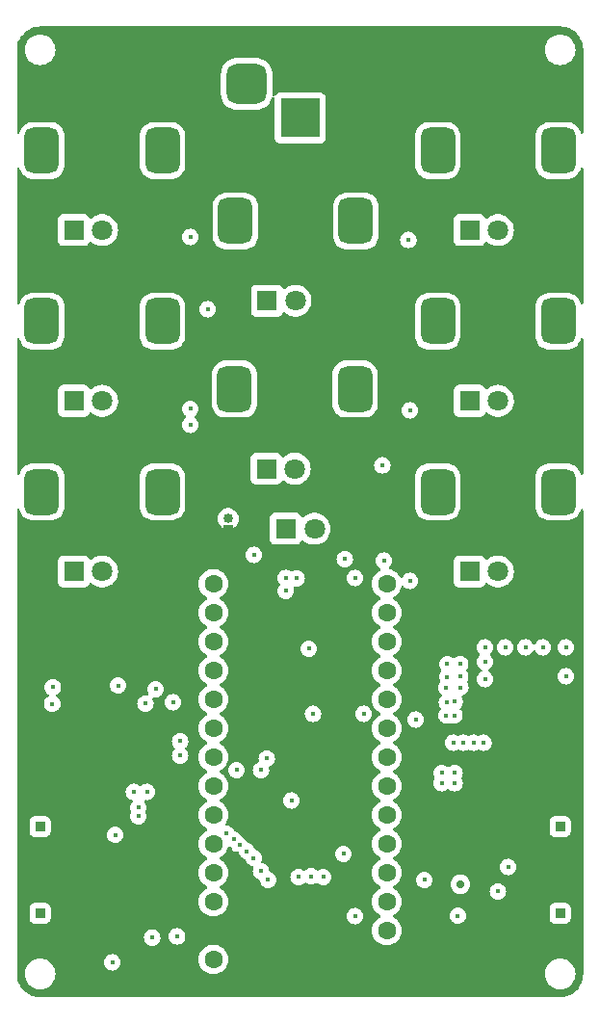
<source format=gbr>
%TF.GenerationSoftware,KiCad,Pcbnew,7.0.7*%
%TF.CreationDate,2023-12-31T15:53:54-05:00*%
%TF.ProjectId,TeenieWeenie,5465656e-6965-4576-9565-6e69652e6b69,rev?*%
%TF.SameCoordinates,Original*%
%TF.FileFunction,Copper,L2,Inr*%
%TF.FilePolarity,Positive*%
%FSLAX46Y46*%
G04 Gerber Fmt 4.6, Leading zero omitted, Abs format (unit mm)*
G04 Created by KiCad (PCBNEW 7.0.7) date 2023-12-31 15:53:54*
%MOMM*%
%LPD*%
G01*
G04 APERTURE LIST*
G04 Aperture macros list*
%AMRoundRect*
0 Rectangle with rounded corners*
0 $1 Rounding radius*
0 $2 $3 $4 $5 $6 $7 $8 $9 X,Y pos of 4 corners*
0 Add a 4 corners polygon primitive as box body*
4,1,4,$2,$3,$4,$5,$6,$7,$8,$9,$2,$3,0*
0 Add four circle primitives for the rounded corners*
1,1,$1+$1,$2,$3*
1,1,$1+$1,$4,$5*
1,1,$1+$1,$6,$7*
1,1,$1+$1,$8,$9*
0 Add four rect primitives between the rounded corners*
20,1,$1+$1,$2,$3,$4,$5,0*
20,1,$1+$1,$4,$5,$6,$7,0*
20,1,$1+$1,$6,$7,$8,$9,0*
20,1,$1+$1,$8,$9,$2,$3,0*%
G04 Aperture macros list end*
%TA.AperFunction,ComponentPad*%
%ADD10R,1.800000X1.800000*%
%TD*%
%TA.AperFunction,ComponentPad*%
%ADD11C,1.800000*%
%TD*%
%TA.AperFunction,ComponentPad*%
%ADD12RoundRect,0.750000X0.750000X-1.250000X0.750000X1.250000X-0.750000X1.250000X-0.750000X-1.250000X0*%
%TD*%
%TA.AperFunction,ComponentPad*%
%ADD13R,0.850000X0.850000*%
%TD*%
%TA.AperFunction,ComponentPad*%
%ADD14R,3.500000X3.500000*%
%TD*%
%TA.AperFunction,ComponentPad*%
%ADD15RoundRect,0.750000X-1.000000X0.750000X-1.000000X-0.750000X1.000000X-0.750000X1.000000X0.750000X0*%
%TD*%
%TA.AperFunction,ComponentPad*%
%ADD16RoundRect,0.875000X-0.875000X0.875000X-0.875000X-0.875000X0.875000X-0.875000X0.875000X0.875000X0*%
%TD*%
%TA.AperFunction,ComponentPad*%
%ADD17C,1.600000*%
%TD*%
%TA.AperFunction,ComponentPad*%
%ADD18O,0.850000X0.850000*%
%TD*%
%TA.AperFunction,ViaPad*%
%ADD19C,0.450000*%
%TD*%
%TA.AperFunction,ViaPad*%
%ADD20C,0.700000*%
%TD*%
G04 APERTURE END LIST*
D10*
%TO.N,Net-(R20-Pad1)*%
%TO.C,RV1*%
X22432000Y49477000D03*
D11*
%TO.N,/ADC/POT1*%
X24932000Y49477000D03*
%TO.N,GND*%
X27432000Y49477000D03*
D12*
%TO.N,N/C*%
X19632000Y56477000D03*
X30232000Y56477000D03*
%TD*%
D13*
%TO.N,/IOSwitch/AudioOut_R*%
%TO.C,J6*%
X48260000Y10414000D03*
%TD*%
%TO.N,GND*%
%TO.C,J8*%
X48260000Y14224000D03*
%TD*%
D14*
%TO.N,VDD*%
%TO.C,J1*%
X25400000Y80307000D03*
D15*
%TO.N,GND*%
X25400000Y86307000D03*
D16*
%TO.N,N/C*%
X20700000Y83307000D03*
%TD*%
D10*
%TO.N,Net-(R37-Pad1)*%
%TO.C,RV8*%
X40300000Y70447000D03*
D11*
%TO.N,/ADC/POT8*%
X42800000Y70447000D03*
%TO.N,GND*%
X45300000Y70447000D03*
D12*
%TO.N,N/C*%
X37500000Y77447000D03*
X48100000Y77447000D03*
%TD*%
D13*
%TO.N,GND*%
%TO.C,J4*%
X2540000Y14224000D03*
%TD*%
%TO.N,/AFE/AudioR_Raw*%
%TO.C,J3*%
X2540000Y10414000D03*
%TD*%
D10*
%TO.N,Net-(R21-Pad1)*%
%TO.C,RV2*%
X5500000Y40447000D03*
D11*
%TO.N,/ADC/POT2*%
X8000000Y40447000D03*
%TO.N,GND*%
X10500000Y40447000D03*
D12*
%TO.N,N/C*%
X2700000Y47447000D03*
X13300000Y47447000D03*
%TD*%
D13*
%TO.N,/IOSwitch/AudioOut_L*%
%TO.C,J5*%
X48260000Y18034000D03*
%TD*%
%TO.N,/AFE/AudioL_Raw*%
%TO.C,J2*%
X2540000Y18034000D03*
%TD*%
D17*
%TO.N,GND*%
%TO.C,U2*%
X33020000Y6350000D03*
%TO.N,/MCU/~{ADC_IRQ0}*%
X33020000Y8890000D03*
%TO.N,/MCU/~{ADC_IRQ1}*%
X33020000Y11430000D03*
%TO.N,Net-(U2-2_OUT2)*%
X33020000Y13970000D03*
%TO.N,Net-(U2-3_LRCLK2)*%
X33020000Y16510000D03*
%TO.N,/MCU/~{SWCTRL}*%
X33020000Y19050000D03*
%TO.N,/MCU/~{BTN}*%
X33020000Y21590000D03*
%TO.N,unconnected-(U2-6_OUT1D-Pad8)*%
X33020000Y24130000D03*
%TO.N,/MCU/DACDAT*%
X33020000Y26670000D03*
%TO.N,/MCU/ADCDAT*%
X33020000Y29210000D03*
%TO.N,unconnected-(U2-9_OUT1C-Pad11)*%
X33020000Y31750000D03*
%TO.N,Net-(U2-10_CS_MQSR)*%
X33020000Y34290000D03*
%TO.N,Net-(U2-11_MOSI_CTX1)*%
X33020000Y36830000D03*
%TO.N,Net-(U2-12_MISO_MQSL)*%
X33020000Y39370000D03*
%TO.N,Net-(U2-13_SCK_CRX1_LED)*%
X17780000Y39370000D03*
%TO.N,unconnected-(U2-14_A0_TX3_SPDIF_OUT-Pad21)*%
X17780000Y36830000D03*
%TO.N,unconnected-(U2-15_A1_RX3_SPDIF_IN-Pad22)*%
X17780000Y34290000D03*
%TO.N,unconnected-(U2-16_A2_RX4_SCL1-Pad23)*%
X17780000Y31750000D03*
%TO.N,unconnected-(U2-17_A3_TX4_SDA1-Pad24)*%
X17780000Y29210000D03*
%TO.N,/ADC/SDA*%
X17780000Y26670000D03*
%TO.N,/ADC/SCL*%
X17780000Y24130000D03*
%TO.N,/MCU/LRCLK*%
X17780000Y21590000D03*
%TO.N,/MCU/BCLK*%
X17780000Y19050000D03*
%TO.N,/MCU/CODC_IRQ*%
X17780000Y16510000D03*
%TO.N,/MCU/MCLK*%
X17780000Y13970000D03*
%TO.N,+3V3*%
X17780000Y11430000D03*
%TO.N,GND*%
X17780000Y8890000D03*
%TO.N,unconnected-(U2-VIN-Pad33)*%
X17780000Y6350000D03*
%TD*%
D10*
%TO.N,Net-(R33-Pad1)*%
%TO.C,RV4*%
X5500000Y70447000D03*
D11*
%TO.N,/ADC/POT4*%
X8000000Y70447000D03*
%TO.N,GND*%
X10500000Y70447000D03*
D12*
%TO.N,N/C*%
X2700000Y77447000D03*
X13300000Y77447000D03*
%TD*%
D10*
%TO.N,Net-(D1-K)*%
%TO.C,D1*%
X24125000Y44196000D03*
D11*
%TO.N,Net-(D1-A)*%
X26665000Y44196000D03*
%TD*%
D10*
%TO.N,Net-(R36-Pad1)*%
%TO.C,RV7*%
X22500000Y64247000D03*
D11*
%TO.N,/ADC/POT7*%
X25000000Y64247000D03*
%TO.N,GND*%
X27500000Y64247000D03*
D12*
%TO.N,N/C*%
X19700000Y71247000D03*
X30300000Y71247000D03*
%TD*%
D10*
%TO.N,Net-(R32-Pad1)*%
%TO.C,RV3*%
X5500000Y55447000D03*
D11*
%TO.N,/ADC/POT3*%
X8000000Y55447000D03*
%TO.N,GND*%
X10500000Y55447000D03*
D12*
%TO.N,N/C*%
X2700000Y62447000D03*
X13300000Y62447000D03*
%TD*%
D13*
%TO.N,GND*%
%TO.C,SW1*%
X19075400Y44085000D03*
D18*
%TO.N,/MCU/~{BTN}*%
X19075400Y45085000D03*
%TD*%
D10*
%TO.N,Net-(R34-Pad1)*%
%TO.C,RV5*%
X40300000Y40447000D03*
D11*
%TO.N,/ADC/POT5*%
X42800000Y40447000D03*
%TO.N,GND*%
X45300000Y40447000D03*
D12*
%TO.N,N/C*%
X37500000Y47447000D03*
X48100000Y47447000D03*
%TD*%
D10*
%TO.N,Net-(R35-Pad1)*%
%TO.C,RV6*%
X40300000Y55447000D03*
D11*
%TO.N,/ADC/POT6*%
X42800000Y55447000D03*
%TO.N,GND*%
X45300000Y55447000D03*
D12*
%TO.N,N/C*%
X37500000Y62447000D03*
X48100000Y62447000D03*
%TD*%
D19*
%TO.N,GND*%
X22098000Y33147000D03*
X3810000Y19558000D03*
X41275000Y11293399D03*
X42418000Y28575000D03*
X20066000Y12827000D03*
X9525000Y31877000D03*
X19558000Y49530000D03*
X31496000Y31242000D03*
X15875000Y30988000D03*
X12192000Y32893000D03*
X12395200Y34544000D03*
X26035000Y17526000D03*
X12192000Y24003000D03*
X3175000Y8255000D03*
X15875000Y35687000D03*
X19812000Y15621000D03*
X24638000Y16383000D03*
X7112000Y34798000D03*
X13411200Y34544000D03*
X29718000Y21463000D03*
X42418000Y11303000D03*
X26543000Y11430000D03*
X6223000Y26035000D03*
X32639000Y44323000D03*
X7162800Y30480000D03*
X16002000Y22225000D03*
X6731000Y5207000D03*
X8382000Y27178000D03*
X20574000Y40259000D03*
X12446000Y16764000D03*
X10414000Y29845000D03*
X12192000Y23114000D03*
X4572000Y34594800D03*
X15494000Y17526000D03*
X26035000Y16383000D03*
X7010400Y32766000D03*
X5588000Y16256000D03*
X21082000Y37973000D03*
X12192000Y15621000D03*
X30988000Y24638000D03*
X9525000Y13843000D03*
X10363200Y34594800D03*
X24638000Y17526000D03*
X16002000Y21336000D03*
X19304000Y19685000D03*
X28956000Y11430000D03*
X5588000Y34645600D03*
X28829000Y18415000D03*
X2413000Y16764000D03*
X14859000Y16637000D03*
X13716000Y25781000D03*
X39751000Y42164000D03*
X24003000Y11176000D03*
X30353000Y35560000D03*
X4826000Y30073600D03*
X37719000Y42037000D03*
X9779000Y27940000D03*
X7239000Y26035000D03*
X8890000Y32639000D03*
X1524000Y34645600D03*
X31750000Y45339000D03*
X10160000Y32512000D03*
X42291000Y27178000D03*
X7747000Y16256000D03*
X28956000Y44958000D03*
X43561000Y27305000D03*
X9271000Y29464000D03*
X7162800Y36372800D03*
X27940000Y20193000D03*
X30353000Y33274000D03*
X15875000Y33020000D03*
X40259000Y26797000D03*
X9194800Y34544000D03*
X2590800Y34645600D03*
X16129000Y18669000D03*
%TO.N,/MCU/~{ADC_IRQ0}*%
X3657600Y30276800D03*
X12395200Y8280400D03*
%TO.N,/MCU/~{ADC_IRQ1}*%
X9398000Y30429200D03*
X14579600Y8382000D03*
%TO.N,Net-(U2-3_LRCLK2)*%
X26543000Y27940000D03*
X30988000Y27940000D03*
X25089400Y39842000D03*
X26162000Y33655000D03*
%TO.N,/MCU/~{SWCTRL}*%
X43688000Y14478000D03*
X36322000Y13335000D03*
X30226000Y39878000D03*
X35560000Y27432000D03*
%TO.N,/MCU/DACDAT*%
X21310600Y15265400D03*
%TO.N,/MCU/ADCDAT*%
X20726400Y15853001D03*
%TO.N,+3V3*%
X15748000Y69850000D03*
X11176000Y18923000D03*
X11811000Y28829000D03*
X38328600Y32308800D03*
X39497000Y30251400D03*
X14859000Y24257000D03*
X15748000Y54737000D03*
X29337000Y41529000D03*
X38989000Y29006800D03*
X15748000Y53340000D03*
X35052000Y39624000D03*
X9144000Y17297400D03*
X35052000Y54610000D03*
X38328600Y31191200D03*
X32766000Y41402000D03*
X14859000Y25527000D03*
X11938000Y21082000D03*
D20*
X39497000Y12954000D03*
D19*
X14224000Y28956000D03*
X38963600Y27787600D03*
X38252400Y30251400D03*
X21336000Y41910000D03*
X12700000Y30099000D03*
X11176000Y19685000D03*
X32639000Y49784000D03*
X38252400Y27787600D03*
X24130000Y39878000D03*
X38303200Y28956000D03*
X3606800Y28803600D03*
X10795000Y21082000D03*
X24130000Y38735000D03*
X39471600Y32308800D03*
X17272000Y63500000D03*
X39471600Y31216600D03*
X34925000Y69596000D03*
%TO.N,/MCU/MCLK*%
X18923000Y17399000D03*
%TO.N,/MCU/BCLK*%
X19558000Y16891000D03*
%TO.N,/MCU/LRCLK*%
X20066000Y16383000D03*
%TO.N,/ADC/SCL*%
X21971000Y14097000D03*
X19812000Y22987000D03*
X21971000Y22987000D03*
%TO.N,/ADC/SDA*%
X22479000Y24003000D03*
X22580600Y13335000D03*
%TO.N,+1V0*%
X38989000Y21844000D03*
X37846000Y21844000D03*
X29210000Y15621000D03*
X37846000Y22733000D03*
X26365200Y13665200D03*
X38989000Y22733000D03*
%TO.N,+1V8*%
X24638000Y20320000D03*
X27432000Y13589000D03*
X40640000Y25400000D03*
X39751000Y25400000D03*
X41529000Y25400000D03*
X25273000Y13589000D03*
X38862000Y25400000D03*
%TO.N,/AudioCodec/LINEOUTL*%
X39260900Y10185400D03*
X30226000Y10160000D03*
%TO.N,/IOSwitch/AudioOut_L*%
X42799000Y12319000D03*
%TO.N,VDD*%
X43434000Y33782000D03*
X41656000Y33782000D03*
X41656000Y30988000D03*
X46736000Y33782000D03*
X45212000Y33782000D03*
X48768000Y33782000D03*
X41656000Y32512000D03*
X48768000Y31242000D03*
%TO.N,/AFE/AudioL_Raw*%
X8890000Y6096000D03*
%TD*%
%TA.AperFunction,Conductor*%
%TO.N,GND*%
G36*
X48262018Y88346367D02*
G01*
X48448581Y88334140D01*
X48522158Y88329318D01*
X48530191Y88328260D01*
X48767754Y88281006D01*
X48783869Y88277800D01*
X48791712Y88275699D01*
X49036644Y88192556D01*
X49044118Y88189460D01*
X49276107Y88075056D01*
X49283129Y88071001D01*
X49498191Y87927301D01*
X49504627Y87922362D01*
X49699085Y87751826D01*
X49704825Y87746086D01*
X49875361Y87551628D01*
X49880304Y87545187D01*
X50023999Y87330132D01*
X50028057Y87323103D01*
X50099416Y87178401D01*
X50142453Y87091132D01*
X50145560Y87083631D01*
X50228698Y86838712D01*
X50230799Y86830870D01*
X50281257Y86577205D01*
X50282317Y86569156D01*
X50299367Y86309019D01*
X50299500Y86304963D01*
X50299500Y79061966D01*
X50279815Y78994927D01*
X50227011Y78949172D01*
X50157853Y78939228D01*
X50094297Y78968253D01*
X50056523Y79027031D01*
X50055259Y79031667D01*
X50035096Y79111682D01*
X49942008Y79316623D01*
X49942007Y79316626D01*
X49813819Y79501654D01*
X49654654Y79660819D01*
X49654650Y79660822D01*
X49654645Y79660826D01*
X49469632Y79789003D01*
X49469630Y79789005D01*
X49469626Y79789007D01*
X49264683Y79882096D01*
X49264681Y79882097D01*
X49264678Y79882098D01*
X49046420Y79937095D01*
X49046413Y79937096D01*
X48914219Y79947500D01*
X48914217Y79947500D01*
X48102048Y79947500D01*
X47285782Y79947499D01*
X47153586Y79937096D01*
X47153579Y79937095D01*
X46935321Y79882098D01*
X46935318Y79882097D01*
X46730377Y79789009D01*
X46730367Y79789003D01*
X46545354Y79660826D01*
X46545342Y79660816D01*
X46386184Y79501658D01*
X46386174Y79501646D01*
X46257997Y79316633D01*
X46257991Y79316623D01*
X46164903Y79111682D01*
X46164902Y79111679D01*
X46109905Y78893421D01*
X46109904Y78893414D01*
X46099500Y78761219D01*
X46099501Y76132782D01*
X46109904Y76000587D01*
X46109905Y76000580D01*
X46164902Y75782322D01*
X46164903Y75782319D01*
X46257991Y75577378D01*
X46257997Y75577368D01*
X46386174Y75392355D01*
X46386178Y75392350D01*
X46386181Y75392346D01*
X46545346Y75233181D01*
X46545350Y75233178D01*
X46545354Y75233175D01*
X46684603Y75136703D01*
X46730374Y75104993D01*
X46935317Y75011904D01*
X46935321Y75011903D01*
X47153579Y74956906D01*
X47153581Y74956906D01*
X47153588Y74956904D01*
X47264973Y74948138D01*
X47285781Y74946500D01*
X47285782Y74946501D01*
X47285783Y74946500D01*
X48102048Y74946501D01*
X48914218Y74946501D01*
X48933505Y74948020D01*
X49046412Y74956904D01*
X49264683Y75011904D01*
X49469626Y75104993D01*
X49654654Y75233181D01*
X49813819Y75392346D01*
X49942007Y75577374D01*
X50035096Y75782317D01*
X50048835Y75836840D01*
X50055259Y75862333D01*
X50090727Y75922531D01*
X50153110Y75953997D01*
X50222602Y75946741D01*
X50277139Y75903066D01*
X50299407Y75836840D01*
X50299500Y75832035D01*
X50299500Y64061966D01*
X50279815Y63994927D01*
X50227011Y63949172D01*
X50157853Y63939228D01*
X50094297Y63968253D01*
X50056523Y64027031D01*
X50055259Y64031667D01*
X50035096Y64111682D01*
X50014153Y64157789D01*
X49942007Y64316626D01*
X49830000Y64478298D01*
X49813825Y64501646D01*
X49813822Y64501650D01*
X49813819Y64501654D01*
X49654654Y64660819D01*
X49654650Y64660822D01*
X49654645Y64660826D01*
X49469632Y64789003D01*
X49469630Y64789005D01*
X49469626Y64789007D01*
X49264683Y64882096D01*
X49264681Y64882097D01*
X49264678Y64882098D01*
X49046420Y64937095D01*
X49046413Y64937096D01*
X48914219Y64947500D01*
X48914217Y64947500D01*
X48102048Y64947500D01*
X47285782Y64947499D01*
X47153586Y64937096D01*
X47153579Y64937095D01*
X46935321Y64882098D01*
X46935318Y64882097D01*
X46730377Y64789009D01*
X46730367Y64789003D01*
X46545354Y64660826D01*
X46545342Y64660816D01*
X46386184Y64501658D01*
X46386174Y64501646D01*
X46257997Y64316633D01*
X46257991Y64316623D01*
X46164903Y64111682D01*
X46164902Y64111679D01*
X46109905Y63893421D01*
X46109904Y63893414D01*
X46099500Y63761219D01*
X46099501Y61132782D01*
X46109904Y61000587D01*
X46109905Y61000580D01*
X46164902Y60782322D01*
X46164903Y60782319D01*
X46257991Y60577378D01*
X46257997Y60577368D01*
X46386174Y60392355D01*
X46386178Y60392350D01*
X46386181Y60392346D01*
X46545346Y60233181D01*
X46545350Y60233178D01*
X46545354Y60233175D01*
X46684603Y60136703D01*
X46730374Y60104993D01*
X46935317Y60011904D01*
X46935321Y60011903D01*
X47153579Y59956906D01*
X47153581Y59956906D01*
X47153588Y59956904D01*
X47264973Y59948138D01*
X47285781Y59946500D01*
X47285782Y59946501D01*
X47285783Y59946500D01*
X48102048Y59946501D01*
X48914218Y59946501D01*
X48933505Y59948020D01*
X49046412Y59956904D01*
X49264683Y60011904D01*
X49469626Y60104993D01*
X49654654Y60233181D01*
X49813819Y60392346D01*
X49942007Y60577374D01*
X50035096Y60782317D01*
X50048835Y60836840D01*
X50055259Y60862333D01*
X50090727Y60922531D01*
X50153110Y60953997D01*
X50222602Y60946741D01*
X50277139Y60903066D01*
X50299407Y60836840D01*
X50299500Y60832035D01*
X50299500Y49061966D01*
X50279815Y48994927D01*
X50227011Y48949172D01*
X50157853Y48939228D01*
X50094297Y48968253D01*
X50056523Y49027031D01*
X50055259Y49031667D01*
X50035096Y49111682D01*
X49988988Y49213192D01*
X49942007Y49316626D01*
X49830904Y49476994D01*
X49813825Y49501646D01*
X49813822Y49501650D01*
X49813819Y49501654D01*
X49654654Y49660819D01*
X49654650Y49660822D01*
X49654645Y49660826D01*
X49469632Y49789003D01*
X49469630Y49789005D01*
X49469626Y49789007D01*
X49264683Y49882096D01*
X49264681Y49882097D01*
X49264678Y49882098D01*
X49046420Y49937095D01*
X49046413Y49937096D01*
X48914219Y49947500D01*
X48914217Y49947500D01*
X48102048Y49947500D01*
X47285782Y49947499D01*
X47153586Y49937096D01*
X47153579Y49937095D01*
X46935321Y49882098D01*
X46935318Y49882097D01*
X46730377Y49789009D01*
X46730367Y49789003D01*
X46545354Y49660826D01*
X46545342Y49660816D01*
X46386184Y49501658D01*
X46386174Y49501646D01*
X46257997Y49316633D01*
X46257991Y49316623D01*
X46164903Y49111682D01*
X46164902Y49111679D01*
X46109905Y48893421D01*
X46109904Y48893414D01*
X46099500Y48761219D01*
X46099501Y46132782D01*
X46109904Y46000587D01*
X46109905Y46000580D01*
X46164902Y45782322D01*
X46164903Y45782319D01*
X46257991Y45577378D01*
X46257997Y45577368D01*
X46386174Y45392355D01*
X46386178Y45392350D01*
X46386181Y45392346D01*
X46545346Y45233181D01*
X46545350Y45233178D01*
X46545354Y45233175D01*
X46674238Y45143884D01*
X46730374Y45104993D01*
X46935317Y45011904D01*
X46935321Y45011903D01*
X47153579Y44956906D01*
X47153581Y44956906D01*
X47153588Y44956904D01*
X47264972Y44948138D01*
X47285781Y44946500D01*
X47285782Y44946501D01*
X47285783Y44946500D01*
X48102048Y44946501D01*
X48914218Y44946501D01*
X48933505Y44948020D01*
X49046412Y44956904D01*
X49264683Y45011904D01*
X49469626Y45104993D01*
X49654654Y45233181D01*
X49813819Y45392346D01*
X49942007Y45577374D01*
X50035096Y45782317D01*
X50048835Y45836840D01*
X50055259Y45862333D01*
X50090727Y45922531D01*
X50153110Y45953997D01*
X50222602Y45946741D01*
X50277139Y45903066D01*
X50299407Y45836840D01*
X50299500Y45832035D01*
X50299500Y5082038D01*
X50299367Y5077982D01*
X50282317Y4817845D01*
X50281257Y4809796D01*
X50230799Y4556131D01*
X50228698Y4548289D01*
X50145560Y4303370D01*
X50142453Y4295869D01*
X50028058Y4063899D01*
X50023999Y4056869D01*
X49880304Y3841814D01*
X49875361Y3835373D01*
X49704825Y3640915D01*
X49699085Y3635175D01*
X49504627Y3464639D01*
X49498186Y3459696D01*
X49283131Y3316001D01*
X49276101Y3311942D01*
X49044131Y3197547D01*
X49036630Y3194440D01*
X48791711Y3111302D01*
X48783869Y3109201D01*
X48530204Y3058743D01*
X48522155Y3057683D01*
X48262018Y3040633D01*
X48257962Y3040500D01*
X2542038Y3040500D01*
X2537982Y3040633D01*
X2277844Y3057683D01*
X2269795Y3058743D01*
X2016130Y3109201D01*
X2008288Y3111302D01*
X1850361Y3164911D01*
X1763363Y3194443D01*
X1755874Y3197545D01*
X1523897Y3311943D01*
X1516868Y3316001D01*
X1301813Y3459696D01*
X1295372Y3464639D01*
X1100914Y3635175D01*
X1095174Y3640915D01*
X924638Y3835373D01*
X919699Y3841809D01*
X775999Y4056871D01*
X771944Y4063893D01*
X657540Y4295882D01*
X654444Y4303356D01*
X571301Y4548289D01*
X569200Y4556131D01*
X557224Y4616337D01*
X518740Y4809809D01*
X517682Y4817846D01*
X515929Y4844587D01*
X501525Y5064367D01*
X500633Y5077982D01*
X500567Y5080000D01*
X1184341Y5080000D01*
X1204936Y4844597D01*
X1204938Y4844587D01*
X1266094Y4616345D01*
X1266096Y4616341D01*
X1266097Y4616337D01*
X1294172Y4556131D01*
X1365964Y4402172D01*
X1365965Y4402170D01*
X1501505Y4208598D01*
X1668597Y4041506D01*
X1862169Y3905966D01*
X1862171Y3905965D01*
X2076337Y3806097D01*
X2304592Y3744937D01*
X2481034Y3729500D01*
X2598966Y3729500D01*
X2775408Y3744937D01*
X3003663Y3806097D01*
X3217829Y3905965D01*
X3411401Y4041505D01*
X3578495Y4208599D01*
X3714035Y4402170D01*
X3813903Y4616337D01*
X3875063Y4844592D01*
X3895659Y5080000D01*
X3875063Y5315408D01*
X3813903Y5543663D01*
X3714035Y5757829D01*
X3714034Y5757831D01*
X3578494Y5951403D01*
X3433900Y6095997D01*
X8159909Y6095997D01*
X8178212Y5933545D01*
X8232210Y5779226D01*
X8245654Y5757830D01*
X8319192Y5640796D01*
X8434796Y5525192D01*
X8573225Y5438211D01*
X8727539Y5384214D01*
X8727542Y5384214D01*
X8727544Y5384213D01*
X8889996Y5365909D01*
X8890000Y5365909D01*
X8890004Y5365909D01*
X9052455Y5384213D01*
X9052456Y5384214D01*
X9052461Y5384214D01*
X9206775Y5438211D01*
X9345204Y5525192D01*
X9460808Y5640796D01*
X9547789Y5779225D01*
X9601786Y5933539D01*
X9620091Y6096000D01*
X9617556Y6118495D01*
X9601787Y6258456D01*
X9601786Y6258458D01*
X9601786Y6258461D01*
X9569755Y6349999D01*
X16474532Y6349999D01*
X16494364Y6123314D01*
X16494366Y6123303D01*
X16553258Y5903512D01*
X16553261Y5903503D01*
X16649431Y5697268D01*
X16649432Y5697266D01*
X16779954Y5510859D01*
X16940858Y5349955D01*
X16940861Y5349953D01*
X17127266Y5219432D01*
X17333504Y5123261D01*
X17553308Y5064365D01*
X17715230Y5050199D01*
X17779998Y5044532D01*
X17780000Y5044532D01*
X17780002Y5044532D01*
X17836673Y5049491D01*
X18006692Y5064365D01*
X18065043Y5080000D01*
X46904341Y5080000D01*
X46924936Y4844597D01*
X46924938Y4844587D01*
X46986094Y4616345D01*
X46986096Y4616341D01*
X46986097Y4616337D01*
X47014172Y4556131D01*
X47085964Y4402172D01*
X47085965Y4402170D01*
X47221505Y4208598D01*
X47388597Y4041506D01*
X47582169Y3905966D01*
X47582171Y3905965D01*
X47796337Y3806097D01*
X48024592Y3744937D01*
X48201034Y3729500D01*
X48318966Y3729500D01*
X48495408Y3744937D01*
X48723663Y3806097D01*
X48937829Y3905965D01*
X49131401Y4041505D01*
X49298495Y4208599D01*
X49434035Y4402170D01*
X49533903Y4616337D01*
X49595063Y4844592D01*
X49615659Y5080000D01*
X49595063Y5315408D01*
X49533903Y5543663D01*
X49434035Y5757829D01*
X49434034Y5757831D01*
X49298494Y5951403D01*
X49131402Y6118495D01*
X48937830Y6254035D01*
X48937828Y6254036D01*
X48830745Y6303970D01*
X48723663Y6353903D01*
X48723659Y6353904D01*
X48723655Y6353906D01*
X48495413Y6415062D01*
X48495403Y6415064D01*
X48318966Y6430500D01*
X48201034Y6430500D01*
X48024596Y6415064D01*
X48024586Y6415062D01*
X47796344Y6353906D01*
X47796335Y6353902D01*
X47582171Y6254036D01*
X47582169Y6254035D01*
X47388597Y6118495D01*
X47221506Y5951403D01*
X47221501Y5951396D01*
X47085967Y5757835D01*
X47085965Y5757831D01*
X46986098Y5543665D01*
X46986094Y5543656D01*
X46924938Y5315414D01*
X46924936Y5315404D01*
X46904341Y5080001D01*
X46904341Y5080000D01*
X18065043Y5080000D01*
X18226496Y5123261D01*
X18432734Y5219432D01*
X18619139Y5349953D01*
X18780047Y5510861D01*
X18910568Y5697266D01*
X19006739Y5903504D01*
X19065635Y6123308D01*
X19085468Y6350000D01*
X19065635Y6576692D01*
X19006739Y6796496D01*
X18910568Y7002734D01*
X18780047Y7189139D01*
X18780045Y7189142D01*
X18619141Y7350046D01*
X18432734Y7480568D01*
X18432732Y7480569D01*
X18226497Y7576739D01*
X18226488Y7576742D01*
X18006697Y7635634D01*
X18006693Y7635635D01*
X18006692Y7635635D01*
X18006691Y7635636D01*
X18006686Y7635636D01*
X17780002Y7655468D01*
X17779998Y7655468D01*
X17553313Y7635636D01*
X17553302Y7635634D01*
X17333511Y7576742D01*
X17333502Y7576739D01*
X17127267Y7480569D01*
X17127265Y7480568D01*
X16940858Y7350046D01*
X16779954Y7189142D01*
X16649432Y7002735D01*
X16649431Y7002733D01*
X16553261Y6796498D01*
X16553258Y6796489D01*
X16494366Y6576698D01*
X16494364Y6576687D01*
X16474532Y6350002D01*
X16474532Y6349999D01*
X9569755Y6349999D01*
X9547789Y6412775D01*
X9460808Y6551204D01*
X9345204Y6666808D01*
X9345203Y6666808D01*
X9206774Y6753790D01*
X9052455Y6807788D01*
X8890004Y6826091D01*
X8889996Y6826091D01*
X8727544Y6807788D01*
X8573225Y6753790D01*
X8434795Y6666808D01*
X8319192Y6551205D01*
X8232210Y6412775D01*
X8178212Y6258456D01*
X8159909Y6096004D01*
X8159909Y6095997D01*
X3433900Y6095997D01*
X3411402Y6118495D01*
X3217830Y6254035D01*
X3217828Y6254036D01*
X3110746Y6303970D01*
X3003663Y6353903D01*
X3003659Y6353904D01*
X3003655Y6353906D01*
X2775413Y6415062D01*
X2775403Y6415064D01*
X2598966Y6430500D01*
X2481034Y6430500D01*
X2304596Y6415064D01*
X2304586Y6415062D01*
X2076344Y6353906D01*
X2076335Y6353902D01*
X1862171Y6254036D01*
X1862169Y6254035D01*
X1668597Y6118495D01*
X1501506Y5951403D01*
X1501501Y5951396D01*
X1365967Y5757835D01*
X1365965Y5757831D01*
X1266098Y5543665D01*
X1266094Y5543656D01*
X1204938Y5315414D01*
X1204936Y5315404D01*
X1184341Y5080001D01*
X1184341Y5080000D01*
X500567Y5080000D01*
X500500Y5082038D01*
X500500Y8280397D01*
X11665109Y8280397D01*
X11683412Y8117945D01*
X11737410Y7963626D01*
X11737411Y7963625D01*
X11824392Y7825196D01*
X11939996Y7709592D01*
X12078425Y7622611D01*
X12232739Y7568614D01*
X12232742Y7568614D01*
X12232744Y7568613D01*
X12395196Y7550309D01*
X12395200Y7550309D01*
X12395204Y7550309D01*
X12557655Y7568613D01*
X12557656Y7568614D01*
X12557661Y7568614D01*
X12711975Y7622611D01*
X12850404Y7709592D01*
X12966008Y7825196D01*
X13052989Y7963625D01*
X13106986Y8117939D01*
X13118434Y8219539D01*
X13125291Y8280397D01*
X13125291Y8280404D01*
X13113844Y8381997D01*
X13849509Y8381997D01*
X13867812Y8219545D01*
X13921810Y8065226D01*
X13985650Y7963626D01*
X14008792Y7926796D01*
X14124396Y7811192D01*
X14262825Y7724211D01*
X14417139Y7670214D01*
X14417142Y7670214D01*
X14417144Y7670213D01*
X14579596Y7651909D01*
X14579600Y7651909D01*
X14579604Y7651909D01*
X14742055Y7670213D01*
X14742056Y7670214D01*
X14742061Y7670214D01*
X14896375Y7724211D01*
X15034804Y7811192D01*
X15150408Y7926796D01*
X15237389Y8065225D01*
X15291386Y8219539D01*
X15291387Y8219545D01*
X15309691Y8381997D01*
X15309691Y8382004D01*
X15291387Y8544456D01*
X15291386Y8544458D01*
X15291386Y8544461D01*
X15237389Y8698775D01*
X15150408Y8837204D01*
X15097613Y8889999D01*
X31714532Y8889999D01*
X31734364Y8663314D01*
X31734366Y8663303D01*
X31793258Y8443512D01*
X31793261Y8443503D01*
X31889431Y8237268D01*
X31889432Y8237266D01*
X32019954Y8050859D01*
X32180858Y7889955D01*
X32180861Y7889953D01*
X32367266Y7759432D01*
X32573504Y7663261D01*
X32793308Y7604365D01*
X32955230Y7590199D01*
X33019998Y7584532D01*
X33020000Y7584532D01*
X33020002Y7584532D01*
X33076672Y7589491D01*
X33246692Y7604365D01*
X33466496Y7663261D01*
X33672734Y7759432D01*
X33859139Y7889953D01*
X34020047Y8050861D01*
X34150568Y8237266D01*
X34246739Y8443504D01*
X34305635Y8663308D01*
X34325468Y8890000D01*
X34305635Y9116692D01*
X34246739Y9336496D01*
X34150568Y9542734D01*
X34020047Y9729139D01*
X34020045Y9729142D01*
X33859141Y9890046D01*
X33672734Y10020568D01*
X33672728Y10020571D01*
X33614725Y10047618D01*
X33562285Y10093790D01*
X33543133Y10160983D01*
X33550512Y10185397D01*
X38530809Y10185397D01*
X38549112Y10022945D01*
X38603110Y9868626D01*
X38603111Y9868625D01*
X38690092Y9730196D01*
X38805696Y9614592D01*
X38944125Y9527611D01*
X39098439Y9473614D01*
X39098442Y9473614D01*
X39098444Y9473613D01*
X39260896Y9455309D01*
X39260900Y9455309D01*
X39260904Y9455309D01*
X39423355Y9473613D01*
X39423356Y9473614D01*
X39423361Y9473614D01*
X39577675Y9527611D01*
X39716104Y9614592D01*
X39831708Y9730196D01*
X39918689Y9868625D01*
X39944060Y9941130D01*
X47334500Y9941130D01*
X47334501Y9941124D01*
X47340908Y9881517D01*
X47391202Y9746672D01*
X47391206Y9746665D01*
X47477452Y9631456D01*
X47477455Y9631453D01*
X47592664Y9545207D01*
X47592671Y9545203D01*
X47727517Y9494909D01*
X47727516Y9494909D01*
X47734444Y9494165D01*
X47787127Y9488500D01*
X48732872Y9488501D01*
X48792483Y9494909D01*
X48927331Y9545204D01*
X49042546Y9631454D01*
X49128796Y9746669D01*
X49179091Y9881517D01*
X49185500Y9941127D01*
X49185499Y10886872D01*
X49179091Y10946483D01*
X49165283Y10983503D01*
X49128797Y11081329D01*
X49128793Y11081336D01*
X49042547Y11196545D01*
X49042544Y11196548D01*
X48927335Y11282794D01*
X48927328Y11282798D01*
X48792482Y11333092D01*
X48792483Y11333092D01*
X48732883Y11339499D01*
X48732881Y11339500D01*
X48732873Y11339500D01*
X48732864Y11339500D01*
X47787129Y11339500D01*
X47787123Y11339499D01*
X47727516Y11333092D01*
X47592671Y11282798D01*
X47592664Y11282794D01*
X47477455Y11196548D01*
X47477452Y11196545D01*
X47391206Y11081336D01*
X47391202Y11081329D01*
X47340908Y10946483D01*
X47334846Y10890091D01*
X47334501Y10886877D01*
X47334500Y10886865D01*
X47334500Y9941130D01*
X39944060Y9941130D01*
X39972686Y10022939D01*
X39984133Y10124532D01*
X39990991Y10185397D01*
X39990991Y10185404D01*
X39972687Y10347856D01*
X39972686Y10347858D01*
X39972686Y10347861D01*
X39918689Y10502175D01*
X39831708Y10640604D01*
X39716104Y10756208D01*
X39577674Y10843190D01*
X39423355Y10897188D01*
X39260904Y10915491D01*
X39260896Y10915491D01*
X39098444Y10897188D01*
X38944125Y10843190D01*
X38805695Y10756208D01*
X38690092Y10640605D01*
X38603110Y10502175D01*
X38549112Y10347856D01*
X38530809Y10185404D01*
X38530809Y10185397D01*
X33550512Y10185397D01*
X33563348Y10227865D01*
X33614725Y10272382D01*
X33672734Y10299432D01*
X33859139Y10429953D01*
X34020047Y10590861D01*
X34150568Y10777266D01*
X34246739Y10983504D01*
X34305635Y11203308D01*
X34325468Y11430000D01*
X34305635Y11656692D01*
X34246739Y11876496D01*
X34150568Y12082734D01*
X34020047Y12269139D01*
X34020045Y12269142D01*
X33859141Y12430046D01*
X33672734Y12560568D01*
X33672728Y12560571D01*
X33614725Y12587618D01*
X33562285Y12633790D01*
X33543133Y12700983D01*
X33563348Y12767865D01*
X33614725Y12812382D01*
X33672734Y12839432D01*
X33859139Y12969953D01*
X34020047Y13130861D01*
X34150568Y13317266D01*
X34158836Y13334997D01*
X35591909Y13334997D01*
X35610212Y13172545D01*
X35664210Y13018226D01*
X35704935Y12953413D01*
X35751192Y12879796D01*
X35866796Y12764192D01*
X36005225Y12677211D01*
X36159539Y12623214D01*
X36159542Y12623214D01*
X36159544Y12623213D01*
X36321996Y12604909D01*
X36322000Y12604909D01*
X36322004Y12604909D01*
X36484455Y12623213D01*
X36484456Y12623214D01*
X36484461Y12623214D01*
X36638775Y12677211D01*
X36777204Y12764192D01*
X36892808Y12879796D01*
X36939434Y12954001D01*
X38641815Y12954001D01*
X38660503Y12776195D01*
X38660504Y12776193D01*
X38715747Y12606171D01*
X38715750Y12606165D01*
X38805141Y12451335D01*
X38824309Y12430047D01*
X38924764Y12318479D01*
X38924767Y12318477D01*
X38924770Y12318474D01*
X39069407Y12213388D01*
X39232733Y12140671D01*
X39407609Y12103500D01*
X39407610Y12103500D01*
X39586389Y12103500D01*
X39586391Y12103500D01*
X39761267Y12140671D01*
X39924593Y12213388D01*
X40069230Y12318474D01*
X40069702Y12318997D01*
X42068909Y12318997D01*
X42087212Y12156545D01*
X42141210Y12002226D01*
X42141211Y12002225D01*
X42228192Y11863796D01*
X42343796Y11748192D01*
X42482225Y11661211D01*
X42636539Y11607214D01*
X42636542Y11607214D01*
X42636544Y11607213D01*
X42798996Y11588909D01*
X42799000Y11588909D01*
X42799004Y11588909D01*
X42961455Y11607213D01*
X42961456Y11607214D01*
X42961461Y11607214D01*
X43115775Y11661211D01*
X43254204Y11748192D01*
X43369808Y11863796D01*
X43456789Y12002225D01*
X43510786Y12156539D01*
X43510787Y12156545D01*
X43529091Y12318997D01*
X43529091Y12319004D01*
X43510787Y12481456D01*
X43510786Y12481458D01*
X43510786Y12481461D01*
X43456789Y12635775D01*
X43369808Y12774204D01*
X43254204Y12889808D01*
X43152976Y12953414D01*
X43115774Y12976790D01*
X42961455Y13030788D01*
X42799004Y13049091D01*
X42798996Y13049091D01*
X42636544Y13030788D01*
X42482225Y12976790D01*
X42343795Y12889808D01*
X42228192Y12774205D01*
X42141210Y12635775D01*
X42087212Y12481456D01*
X42068909Y12319004D01*
X42068909Y12318997D01*
X40069702Y12318997D01*
X40069708Y12319004D01*
X40095148Y12347259D01*
X40188859Y12451335D01*
X40278250Y12606165D01*
X40333497Y12776197D01*
X40352185Y12954000D01*
X40333497Y13131803D01*
X40278250Y13301835D01*
X40188859Y13456665D01*
X40128677Y13523504D01*
X40069235Y13589522D01*
X40069232Y13589524D01*
X40069231Y13589525D01*
X40069230Y13589526D01*
X39924593Y13694612D01*
X39761267Y13767329D01*
X39761265Y13767330D01*
X39633594Y13794467D01*
X39586391Y13804500D01*
X39407609Y13804500D01*
X39376954Y13797985D01*
X39232733Y13767330D01*
X39232728Y13767328D01*
X39069408Y13694613D01*
X38924768Y13589525D01*
X38805140Y13456664D01*
X38715750Y13301836D01*
X38715747Y13301830D01*
X38660504Y13131808D01*
X38660503Y13131806D01*
X38641815Y12954001D01*
X36939434Y12954001D01*
X36979789Y13018225D01*
X37033786Y13172539D01*
X37048354Y13301830D01*
X37052091Y13334997D01*
X37052091Y13335004D01*
X37033787Y13497456D01*
X37033786Y13497458D01*
X37033786Y13497461D01*
X36979789Y13651775D01*
X36892808Y13790204D01*
X36777204Y13905808D01*
X36731479Y13934539D01*
X36638774Y13992790D01*
X36484455Y14046788D01*
X36322004Y14065091D01*
X36321996Y14065091D01*
X36159544Y14046788D01*
X36005225Y13992790D01*
X35866795Y13905808D01*
X35751192Y13790205D01*
X35664210Y13651775D01*
X35610212Y13497456D01*
X35591909Y13335004D01*
X35591909Y13334997D01*
X34158836Y13334997D01*
X34246739Y13523504D01*
X34305635Y13743308D01*
X34325468Y13970000D01*
X34305635Y14196692D01*
X34257325Y14376988D01*
X34246741Y14416489D01*
X34246738Y14416498D01*
X34218060Y14477997D01*
X42957909Y14477997D01*
X42976212Y14315545D01*
X43030210Y14161226D01*
X43070564Y14097004D01*
X43117192Y14022796D01*
X43232796Y13907192D01*
X43371225Y13820211D01*
X43525539Y13766214D01*
X43525542Y13766214D01*
X43525544Y13766213D01*
X43687996Y13747909D01*
X43688000Y13747909D01*
X43688004Y13747909D01*
X43850455Y13766213D01*
X43850456Y13766214D01*
X43850461Y13766214D01*
X44004775Y13820211D01*
X44143204Y13907192D01*
X44258808Y14022796D01*
X44345789Y14161225D01*
X44399786Y14315539D01*
X44399787Y14315545D01*
X44418091Y14477997D01*
X44418091Y14478004D01*
X44399787Y14640456D01*
X44399786Y14640458D01*
X44399786Y14640461D01*
X44345789Y14794775D01*
X44258808Y14933204D01*
X44143204Y15048808D01*
X44060824Y15100571D01*
X44004774Y15135790D01*
X43850455Y15189788D01*
X43688004Y15208091D01*
X43687996Y15208091D01*
X43525544Y15189788D01*
X43371225Y15135790D01*
X43232795Y15048808D01*
X43117192Y14933205D01*
X43030210Y14794775D01*
X42976212Y14640456D01*
X42957909Y14478004D01*
X42957909Y14477997D01*
X34218060Y14477997D01*
X34150568Y14622733D01*
X34150567Y14622735D01*
X34138155Y14640461D01*
X34020047Y14809139D01*
X34020045Y14809142D01*
X33859141Y14970046D01*
X33672734Y15100568D01*
X33672728Y15100571D01*
X33614725Y15127618D01*
X33562285Y15173790D01*
X33543133Y15240983D01*
X33563348Y15307865D01*
X33614725Y15352382D01*
X33672734Y15379432D01*
X33859139Y15509953D01*
X34020047Y15670861D01*
X34150568Y15857266D01*
X34246739Y16063504D01*
X34305635Y16283308D01*
X34325468Y16510000D01*
X34305635Y16736692D01*
X34246739Y16956496D01*
X34150568Y17162734D01*
X34020047Y17349139D01*
X34020045Y17349142D01*
X33859141Y17510046D01*
X33786185Y17561130D01*
X47334500Y17561130D01*
X47334501Y17561124D01*
X47340908Y17501517D01*
X47391202Y17366672D01*
X47391206Y17366665D01*
X47477452Y17251456D01*
X47477455Y17251453D01*
X47592664Y17165207D01*
X47592671Y17165203D01*
X47727517Y17114909D01*
X47727516Y17114909D01*
X47734444Y17114165D01*
X47787127Y17108500D01*
X48732872Y17108501D01*
X48792483Y17114909D01*
X48927331Y17165204D01*
X49042546Y17251454D01*
X49128796Y17366669D01*
X49179091Y17501517D01*
X49185500Y17561127D01*
X49185499Y18506872D01*
X49179091Y18566483D01*
X49165283Y18603503D01*
X49128797Y18701329D01*
X49128793Y18701336D01*
X49042547Y18816545D01*
X49042544Y18816548D01*
X48927335Y18902794D01*
X48927328Y18902798D01*
X48792482Y18953092D01*
X48792483Y18953092D01*
X48732883Y18959499D01*
X48732881Y18959500D01*
X48732873Y18959500D01*
X48732864Y18959500D01*
X47787129Y18959500D01*
X47787123Y18959499D01*
X47727516Y18953092D01*
X47592671Y18902798D01*
X47592664Y18902794D01*
X47477455Y18816548D01*
X47477452Y18816545D01*
X47391206Y18701336D01*
X47391202Y18701329D01*
X47340908Y18566483D01*
X47334501Y18506884D01*
X47334501Y18506877D01*
X47334500Y18506865D01*
X47334500Y17561130D01*
X33786185Y17561130D01*
X33672734Y17640568D01*
X33672728Y17640571D01*
X33614725Y17667618D01*
X33562285Y17713790D01*
X33543133Y17780983D01*
X33563348Y17847865D01*
X33614725Y17892382D01*
X33672734Y17919432D01*
X33859139Y18049953D01*
X34020047Y18210861D01*
X34150568Y18397266D01*
X34246739Y18603504D01*
X34305635Y18823308D01*
X34325468Y19050000D01*
X34305635Y19276692D01*
X34246739Y19496496D01*
X34150568Y19702734D01*
X34020047Y19889139D01*
X34020045Y19889142D01*
X33859141Y20050046D01*
X33672734Y20180568D01*
X33672728Y20180571D01*
X33614725Y20207618D01*
X33562285Y20253790D01*
X33543133Y20320983D01*
X33563348Y20387865D01*
X33614725Y20432382D01*
X33672734Y20459432D01*
X33859139Y20589953D01*
X34020047Y20750861D01*
X34150568Y20937266D01*
X34246739Y21143504D01*
X34305635Y21363308D01*
X34325468Y21590000D01*
X34305635Y21816692D01*
X34298319Y21843997D01*
X37115909Y21843997D01*
X37134212Y21681545D01*
X37188210Y21527226D01*
X37188211Y21527225D01*
X37275192Y21388796D01*
X37390796Y21273192D01*
X37529225Y21186211D01*
X37683539Y21132214D01*
X37683542Y21132214D01*
X37683544Y21132213D01*
X37845996Y21113909D01*
X37846000Y21113909D01*
X37846004Y21113909D01*
X38008455Y21132213D01*
X38008456Y21132214D01*
X38008461Y21132214D01*
X38162775Y21186211D01*
X38301204Y21273192D01*
X38329819Y21301807D01*
X38391142Y21335292D01*
X38460834Y21330308D01*
X38505180Y21301807D01*
X38533796Y21273192D01*
X38672225Y21186211D01*
X38826539Y21132214D01*
X38826542Y21132214D01*
X38826544Y21132213D01*
X38988996Y21113909D01*
X38989000Y21113909D01*
X38989004Y21113909D01*
X39151455Y21132213D01*
X39151456Y21132214D01*
X39151461Y21132214D01*
X39305775Y21186211D01*
X39444204Y21273192D01*
X39559808Y21388796D01*
X39646789Y21527225D01*
X39700786Y21681539D01*
X39700787Y21681545D01*
X39719091Y21843997D01*
X39719091Y21844004D01*
X39700787Y22006456D01*
X39700786Y22006458D01*
X39700786Y22006461D01*
X39646789Y22160775D01*
X39607986Y22222530D01*
X39588986Y22289767D01*
X39607985Y22354471D01*
X39646789Y22416225D01*
X39700786Y22570539D01*
X39700786Y22570541D01*
X39700787Y22570543D01*
X39719091Y22732997D01*
X39719091Y22733004D01*
X39700787Y22895456D01*
X39700786Y22895458D01*
X39700786Y22895461D01*
X39646789Y23049775D01*
X39559808Y23188204D01*
X39444204Y23303808D01*
X39403174Y23329589D01*
X39305774Y23390790D01*
X39151455Y23444788D01*
X38989004Y23463091D01*
X38988996Y23463091D01*
X38826544Y23444788D01*
X38672225Y23390790D01*
X38533797Y23303809D01*
X38505180Y23275192D01*
X38443856Y23241708D01*
X38374165Y23246694D01*
X38329820Y23275192D01*
X38301204Y23303808D01*
X38235312Y23345211D01*
X38162774Y23390790D01*
X38008455Y23444788D01*
X37846004Y23463091D01*
X37845996Y23463091D01*
X37683544Y23444788D01*
X37529225Y23390790D01*
X37390795Y23303808D01*
X37275192Y23188205D01*
X37188210Y23049775D01*
X37134212Y22895456D01*
X37115909Y22733004D01*
X37115909Y22732997D01*
X37134212Y22570543D01*
X37188210Y22416226D01*
X37188213Y22416221D01*
X37227012Y22354474D01*
X37246013Y22287237D01*
X37227013Y22222530D01*
X37188212Y22160779D01*
X37188209Y22160772D01*
X37134212Y22006456D01*
X37115909Y21844004D01*
X37115909Y21843997D01*
X34298319Y21843997D01*
X34246739Y22036496D01*
X34150568Y22242734D01*
X34020047Y22429139D01*
X34020045Y22429142D01*
X33859141Y22590046D01*
X33672734Y22720568D01*
X33672728Y22720571D01*
X33614725Y22747618D01*
X33562285Y22793790D01*
X33543133Y22860983D01*
X33563348Y22927865D01*
X33614725Y22972382D01*
X33672734Y22999432D01*
X33859139Y23129953D01*
X34020047Y23290861D01*
X34150568Y23477266D01*
X34246739Y23683504D01*
X34305635Y23903308D01*
X34325468Y24130000D01*
X34305635Y24356692D01*
X34246739Y24576496D01*
X34150568Y24782734D01*
X34020047Y24969139D01*
X34020045Y24969142D01*
X33859141Y25130046D01*
X33672734Y25260568D01*
X33672728Y25260571D01*
X33614725Y25287618D01*
X33562285Y25333790D01*
X33543414Y25399997D01*
X38131909Y25399997D01*
X38150212Y25237545D01*
X38204210Y25083226D01*
X38204211Y25083225D01*
X38291192Y24944796D01*
X38406796Y24829192D01*
X38545225Y24742211D01*
X38699539Y24688214D01*
X38699542Y24688214D01*
X38699544Y24688213D01*
X38861996Y24669909D01*
X38862000Y24669909D01*
X38862004Y24669909D01*
X39024457Y24688213D01*
X39024459Y24688214D01*
X39024461Y24688214D01*
X39178775Y24742211D01*
X39240530Y24781015D01*
X39307763Y24800015D01*
X39372469Y24781015D01*
X39434225Y24742211D01*
X39588539Y24688214D01*
X39588542Y24688213D01*
X39750996Y24669909D01*
X39751000Y24669909D01*
X39751004Y24669909D01*
X39913457Y24688213D01*
X39913459Y24688214D01*
X39913461Y24688214D01*
X40067775Y24742211D01*
X40129530Y24781015D01*
X40196763Y24800015D01*
X40261469Y24781015D01*
X40323225Y24742211D01*
X40477539Y24688214D01*
X40477542Y24688213D01*
X40639996Y24669909D01*
X40640000Y24669909D01*
X40640004Y24669909D01*
X40802457Y24688213D01*
X40802459Y24688214D01*
X40802461Y24688214D01*
X40956775Y24742211D01*
X41018530Y24781015D01*
X41085763Y24800015D01*
X41150469Y24781015D01*
X41212225Y24742211D01*
X41366539Y24688214D01*
X41366542Y24688213D01*
X41528996Y24669909D01*
X41529000Y24669909D01*
X41529004Y24669909D01*
X41691455Y24688213D01*
X41691456Y24688214D01*
X41691461Y24688214D01*
X41845775Y24742211D01*
X41984204Y24829192D01*
X42099808Y24944796D01*
X42186789Y25083225D01*
X42240786Y25237539D01*
X42246429Y25287618D01*
X42259091Y25399997D01*
X42259091Y25400004D01*
X42240787Y25562456D01*
X42240786Y25562458D01*
X42240786Y25562461D01*
X42186789Y25716775D01*
X42099808Y25855204D01*
X41984204Y25970808D01*
X41973500Y25977534D01*
X41845774Y26057790D01*
X41691455Y26111788D01*
X41529004Y26130091D01*
X41528996Y26130091D01*
X41366544Y26111788D01*
X41212222Y26057789D01*
X41150471Y26018988D01*
X41083234Y25999988D01*
X41018529Y26018988D01*
X40956777Y26057789D01*
X40802455Y26111788D01*
X40640004Y26130091D01*
X40639996Y26130091D01*
X40477544Y26111788D01*
X40323222Y26057789D01*
X40261471Y26018988D01*
X40194234Y25999988D01*
X40129529Y26018988D01*
X40067777Y26057789D01*
X39913455Y26111788D01*
X39751004Y26130091D01*
X39750996Y26130091D01*
X39588544Y26111788D01*
X39434222Y26057789D01*
X39372471Y26018988D01*
X39305234Y25999988D01*
X39240529Y26018988D01*
X39178777Y26057789D01*
X39024455Y26111788D01*
X38862004Y26130091D01*
X38861996Y26130091D01*
X38699544Y26111788D01*
X38545225Y26057790D01*
X38406795Y25970808D01*
X38291192Y25855205D01*
X38204210Y25716775D01*
X38150212Y25562456D01*
X38131909Y25400004D01*
X38131909Y25399997D01*
X33543414Y25399997D01*
X33543133Y25400983D01*
X33563348Y25467865D01*
X33614725Y25512382D01*
X33672734Y25539432D01*
X33859139Y25669953D01*
X34020047Y25830861D01*
X34150568Y26017266D01*
X34246739Y26223504D01*
X34305635Y26443308D01*
X34325468Y26670000D01*
X34305635Y26896692D01*
X34246739Y27116496D01*
X34150568Y27322734D01*
X34074062Y27431997D01*
X34829909Y27431997D01*
X34848212Y27269545D01*
X34902210Y27115226D01*
X34926975Y27075813D01*
X34989192Y26976796D01*
X35104796Y26861192D01*
X35243225Y26774211D01*
X35397539Y26720214D01*
X35397542Y26720214D01*
X35397544Y26720213D01*
X35559996Y26701909D01*
X35560000Y26701909D01*
X35560004Y26701909D01*
X35722455Y26720213D01*
X35722456Y26720214D01*
X35722461Y26720214D01*
X35876775Y26774211D01*
X36015204Y26861192D01*
X36130808Y26976796D01*
X36217789Y27115225D01*
X36271786Y27269539D01*
X36277780Y27322735D01*
X36290091Y27431997D01*
X36290091Y27432004D01*
X36271787Y27594456D01*
X36271786Y27594458D01*
X36271786Y27594461D01*
X36217789Y27748775D01*
X36193395Y27787597D01*
X37522309Y27787597D01*
X37540612Y27625145D01*
X37594610Y27470826D01*
X37594611Y27470825D01*
X37681592Y27332396D01*
X37797196Y27216792D01*
X37935625Y27129811D01*
X38089939Y27075814D01*
X38089942Y27075814D01*
X38089944Y27075813D01*
X38252396Y27057509D01*
X38252400Y27057509D01*
X38252404Y27057509D01*
X38414857Y27075813D01*
X38414859Y27075814D01*
X38414861Y27075814D01*
X38567046Y27129067D01*
X38636824Y27132628D01*
X38648949Y27129068D01*
X38801139Y27075814D01*
X38801142Y27075813D01*
X38963596Y27057509D01*
X38963600Y27057509D01*
X38963604Y27057509D01*
X39126055Y27075813D01*
X39126056Y27075814D01*
X39126061Y27075814D01*
X39280375Y27129811D01*
X39418804Y27216792D01*
X39534408Y27332396D01*
X39621389Y27470825D01*
X39675386Y27625139D01*
X39680446Y27670047D01*
X39693691Y27787597D01*
X39693691Y27787604D01*
X39675387Y27950056D01*
X39675386Y27950058D01*
X39675386Y27950061D01*
X39621389Y28104375D01*
X39534408Y28242804D01*
X39519019Y28258193D01*
X39480392Y28296821D01*
X39446908Y28358144D01*
X39451893Y28427836D01*
X39480389Y28472178D01*
X39559808Y28551596D01*
X39646789Y28690025D01*
X39700786Y28844339D01*
X39713367Y28955997D01*
X39719091Y29006797D01*
X39719091Y29006804D01*
X39700787Y29169256D01*
X39700786Y29169258D01*
X39700786Y29169261D01*
X39646789Y29323575D01*
X39620520Y29365382D01*
X39601519Y29432619D01*
X39621886Y29499454D01*
X39675154Y29544668D01*
X39684541Y29548391D01*
X39813775Y29593611D01*
X39952204Y29680592D01*
X40067808Y29796196D01*
X40154789Y29934625D01*
X40208786Y30088939D01*
X40208787Y30088945D01*
X40227091Y30251397D01*
X40227091Y30251404D01*
X40208787Y30413856D01*
X40208786Y30413858D01*
X40208786Y30413861D01*
X40154789Y30568175D01*
X40079346Y30688241D01*
X40060346Y30755476D01*
X40079346Y30820183D01*
X40129389Y30899825D01*
X40160242Y30987997D01*
X40925909Y30987997D01*
X40944212Y30825545D01*
X40944213Y30825540D01*
X40944214Y30825539D01*
X40949376Y30810788D01*
X40998210Y30671226D01*
X41062962Y30568175D01*
X41085192Y30532796D01*
X41200796Y30417192D01*
X41339225Y30330211D01*
X41493539Y30276214D01*
X41493542Y30276214D01*
X41493544Y30276213D01*
X41655996Y30257909D01*
X41656000Y30257909D01*
X41656004Y30257909D01*
X41818455Y30276213D01*
X41818456Y30276214D01*
X41818461Y30276214D01*
X41972775Y30330211D01*
X42111204Y30417192D01*
X42226808Y30532796D01*
X42313789Y30671225D01*
X42367786Y30825539D01*
X42367787Y30825545D01*
X42386091Y30987997D01*
X42386091Y30988004D01*
X42367787Y31150456D01*
X42367786Y31150458D01*
X42367786Y31150461D01*
X42335756Y31241997D01*
X48037909Y31241997D01*
X48056212Y31079545D01*
X48110210Y30925226D01*
X48170616Y30829091D01*
X48197192Y30786796D01*
X48312796Y30671192D01*
X48451225Y30584211D01*
X48605539Y30530214D01*
X48605542Y30530214D01*
X48605544Y30530213D01*
X48767996Y30511909D01*
X48768000Y30511909D01*
X48768004Y30511909D01*
X48930455Y30530213D01*
X48930456Y30530214D01*
X48930461Y30530214D01*
X49084775Y30584211D01*
X49223204Y30671192D01*
X49338808Y30786796D01*
X49425789Y30925225D01*
X49479786Y31079539D01*
X49479787Y31079545D01*
X49498091Y31241997D01*
X49498091Y31242004D01*
X49479787Y31404456D01*
X49479786Y31404458D01*
X49479786Y31404461D01*
X49425789Y31558775D01*
X49338808Y31697204D01*
X49223204Y31812808D01*
X49084774Y31899790D01*
X48930455Y31953788D01*
X48768004Y31972091D01*
X48767996Y31972091D01*
X48605544Y31953788D01*
X48451225Y31899790D01*
X48312795Y31812808D01*
X48197192Y31697205D01*
X48110210Y31558775D01*
X48056212Y31404456D01*
X48037909Y31242004D01*
X48037909Y31241997D01*
X42335756Y31241997D01*
X42313789Y31304775D01*
X42226808Y31443204D01*
X42111204Y31558808D01*
X41974020Y31645007D01*
X41927730Y31697341D01*
X41917082Y31766395D01*
X41945457Y31830243D01*
X41974021Y31854994D01*
X42111204Y31941192D01*
X42226808Y32056796D01*
X42313789Y32195225D01*
X42367786Y32349539D01*
X42373780Y32402735D01*
X42386091Y32511997D01*
X42386091Y32512004D01*
X42367787Y32674456D01*
X42367786Y32674458D01*
X42367786Y32674461D01*
X42313789Y32828775D01*
X42226808Y32967204D01*
X42134691Y33059321D01*
X42101208Y33120644D01*
X42106192Y33190335D01*
X42134689Y33234678D01*
X42226808Y33326796D01*
X42313789Y33465225D01*
X42367786Y33619539D01*
X42367787Y33619545D01*
X42386091Y33781997D01*
X42703909Y33781997D01*
X42722212Y33619545D01*
X42776210Y33465226D01*
X42856010Y33338226D01*
X42863192Y33326796D01*
X42978796Y33211192D01*
X43117225Y33124211D01*
X43271539Y33070214D01*
X43271542Y33070214D01*
X43271544Y33070213D01*
X43433996Y33051909D01*
X43434000Y33051909D01*
X43434004Y33051909D01*
X43596455Y33070213D01*
X43596456Y33070214D01*
X43596461Y33070214D01*
X43750775Y33124211D01*
X43889204Y33211192D01*
X44004808Y33326796D01*
X44091789Y33465225D01*
X44145786Y33619539D01*
X44145787Y33619545D01*
X44164091Y33781997D01*
X44481909Y33781997D01*
X44500212Y33619545D01*
X44554210Y33465226D01*
X44634010Y33338226D01*
X44641192Y33326796D01*
X44756796Y33211192D01*
X44895225Y33124211D01*
X45049539Y33070214D01*
X45049542Y33070214D01*
X45049544Y33070213D01*
X45211996Y33051909D01*
X45212000Y33051909D01*
X45212004Y33051909D01*
X45374455Y33070213D01*
X45374456Y33070214D01*
X45374461Y33070214D01*
X45528775Y33124211D01*
X45667204Y33211192D01*
X45782808Y33326796D01*
X45869006Y33463980D01*
X45921341Y33510270D01*
X45990395Y33520918D01*
X46054243Y33492543D01*
X46078993Y33463980D01*
X46165192Y33326796D01*
X46280796Y33211192D01*
X46419225Y33124211D01*
X46573539Y33070214D01*
X46573542Y33070214D01*
X46573544Y33070213D01*
X46735996Y33051909D01*
X46736000Y33051909D01*
X46736004Y33051909D01*
X46898455Y33070213D01*
X46898456Y33070214D01*
X46898461Y33070214D01*
X47052775Y33124211D01*
X47191204Y33211192D01*
X47306808Y33326796D01*
X47393789Y33465225D01*
X47447786Y33619539D01*
X47447787Y33619545D01*
X47466091Y33781997D01*
X48037909Y33781997D01*
X48056212Y33619545D01*
X48110210Y33465226D01*
X48190010Y33338226D01*
X48197192Y33326796D01*
X48312796Y33211192D01*
X48451225Y33124211D01*
X48605539Y33070214D01*
X48605542Y33070214D01*
X48605544Y33070213D01*
X48767996Y33051909D01*
X48768000Y33051909D01*
X48768004Y33051909D01*
X48930455Y33070213D01*
X48930456Y33070214D01*
X48930461Y33070214D01*
X49084775Y33124211D01*
X49223204Y33211192D01*
X49338808Y33326796D01*
X49425789Y33465225D01*
X49479786Y33619539D01*
X49479787Y33619545D01*
X49498091Y33781997D01*
X49498091Y33782004D01*
X49479787Y33944456D01*
X49479786Y33944458D01*
X49479786Y33944461D01*
X49425789Y34098775D01*
X49338808Y34237204D01*
X49223204Y34352808D01*
X49171826Y34385091D01*
X49084774Y34439790D01*
X48930455Y34493788D01*
X48768004Y34512091D01*
X48767996Y34512091D01*
X48605544Y34493788D01*
X48451225Y34439790D01*
X48312795Y34352808D01*
X48197192Y34237205D01*
X48110210Y34098775D01*
X48056212Y33944456D01*
X48037909Y33782004D01*
X48037909Y33781997D01*
X47466091Y33781997D01*
X47466091Y33782004D01*
X47447787Y33944456D01*
X47447786Y33944458D01*
X47447786Y33944461D01*
X47393789Y34098775D01*
X47306808Y34237204D01*
X47191204Y34352808D01*
X47139826Y34385091D01*
X47052774Y34439790D01*
X46898455Y34493788D01*
X46736004Y34512091D01*
X46735996Y34512091D01*
X46573544Y34493788D01*
X46419225Y34439790D01*
X46280795Y34352808D01*
X46165190Y34237203D01*
X46078993Y34100021D01*
X46026659Y34053731D01*
X45957605Y34043083D01*
X45893757Y34071458D01*
X45869007Y34100021D01*
X45782809Y34237203D01*
X45667204Y34352808D01*
X45528774Y34439790D01*
X45374455Y34493788D01*
X45212004Y34512091D01*
X45211996Y34512091D01*
X45049544Y34493788D01*
X44895225Y34439790D01*
X44756795Y34352808D01*
X44641192Y34237205D01*
X44554210Y34098775D01*
X44500212Y33944456D01*
X44481909Y33782004D01*
X44481909Y33781997D01*
X44164091Y33781997D01*
X44164091Y33782004D01*
X44145787Y33944456D01*
X44145786Y33944458D01*
X44145786Y33944461D01*
X44091789Y34098775D01*
X44004808Y34237204D01*
X43889204Y34352808D01*
X43837826Y34385091D01*
X43750774Y34439790D01*
X43596455Y34493788D01*
X43434004Y34512091D01*
X43433996Y34512091D01*
X43271544Y34493788D01*
X43117225Y34439790D01*
X42978795Y34352808D01*
X42863192Y34237205D01*
X42776210Y34098775D01*
X42722212Y33944456D01*
X42703909Y33782004D01*
X42703909Y33781997D01*
X42386091Y33781997D01*
X42386091Y33782004D01*
X42367787Y33944456D01*
X42367786Y33944458D01*
X42367786Y33944461D01*
X42313789Y34098775D01*
X42226808Y34237204D01*
X42111204Y34352808D01*
X42059826Y34385091D01*
X41972774Y34439790D01*
X41818455Y34493788D01*
X41656004Y34512091D01*
X41655996Y34512091D01*
X41493544Y34493788D01*
X41339225Y34439790D01*
X41200795Y34352808D01*
X41085192Y34237205D01*
X40998210Y34098775D01*
X40944212Y33944456D01*
X40925909Y33782004D01*
X40925909Y33781997D01*
X40944212Y33619545D01*
X40998210Y33465226D01*
X41085192Y33326796D01*
X41177307Y33234681D01*
X41210792Y33173358D01*
X41205808Y33103666D01*
X41177307Y33059319D01*
X41085192Y32967205D01*
X40998210Y32828775D01*
X40944212Y32674456D01*
X40925909Y32512004D01*
X40925909Y32511997D01*
X40944212Y32349545D01*
X40998210Y32195226D01*
X41085192Y32056796D01*
X41200797Y31941191D01*
X41337979Y31854993D01*
X41384269Y31802659D01*
X41394917Y31733605D01*
X41366542Y31669757D01*
X41337979Y31645007D01*
X41200797Y31558810D01*
X41085192Y31443205D01*
X40998210Y31304775D01*
X40944212Y31150456D01*
X40925909Y30988004D01*
X40925909Y30987997D01*
X40160242Y30987997D01*
X40183386Y31054139D01*
X40186249Y31079545D01*
X40201691Y31216597D01*
X40201691Y31216604D01*
X40183387Y31379056D01*
X40183386Y31379058D01*
X40183386Y31379061D01*
X40129389Y31533375D01*
X40042408Y31671804D01*
X40039196Y31675016D01*
X40005709Y31736334D01*
X40010690Y31806026D01*
X40039196Y31850385D01*
X40042408Y31853596D01*
X40129389Y31992025D01*
X40183386Y32146339D01*
X40188894Y32195225D01*
X40201691Y32308797D01*
X40201691Y32308804D01*
X40183387Y32471256D01*
X40183386Y32471258D01*
X40183386Y32471261D01*
X40129389Y32625575D01*
X40042408Y32764004D01*
X39926804Y32879608D01*
X39925271Y32880571D01*
X39788374Y32966590D01*
X39638548Y33019016D01*
X39634061Y33020586D01*
X39634060Y33020587D01*
X39634055Y33020588D01*
X39471604Y33038891D01*
X39471596Y33038891D01*
X39309144Y33020588D01*
X39154825Y32966590D01*
X39016397Y32879609D01*
X38987780Y32850992D01*
X38926456Y32817508D01*
X38856765Y32822494D01*
X38812420Y32850992D01*
X38783804Y32879608D01*
X38682576Y32943214D01*
X38645374Y32966590D01*
X38495548Y33019016D01*
X38491061Y33020586D01*
X38491060Y33020587D01*
X38491055Y33020588D01*
X38328604Y33038891D01*
X38328596Y33038891D01*
X38166144Y33020588D01*
X38011825Y32966590D01*
X37873395Y32879608D01*
X37757792Y32764005D01*
X37670810Y32625575D01*
X37616812Y32471256D01*
X37598509Y32308804D01*
X37598509Y32308797D01*
X37616812Y32146345D01*
X37670810Y31992026D01*
X37757792Y31853596D01*
X37757793Y31853594D01*
X37773708Y31837679D01*
X37807192Y31776355D01*
X37802206Y31706664D01*
X37773708Y31662321D01*
X37757793Y31646407D01*
X37757792Y31646405D01*
X37670810Y31507975D01*
X37616812Y31353656D01*
X37598509Y31191204D01*
X37598509Y31191197D01*
X37616812Y31028745D01*
X37670809Y30874429D01*
X37670812Y30874422D01*
X37687731Y30847496D01*
X37706731Y30780259D01*
X37686363Y30713424D01*
X37682719Y30708399D01*
X37594610Y30568175D01*
X37540612Y30413856D01*
X37522309Y30251404D01*
X37522309Y30251397D01*
X37540612Y30088945D01*
X37594610Y29934626D01*
X37665632Y29821596D01*
X37681592Y29796196D01*
X37797196Y29680592D01*
X37797201Y29680589D01*
X37802529Y29676340D01*
X37842670Y29619152D01*
X37845520Y29549340D01*
X37812899Y29491711D01*
X37732391Y29411203D01*
X37645410Y29272775D01*
X37591412Y29118456D01*
X37573109Y28956004D01*
X37573109Y28955997D01*
X37591412Y28793545D01*
X37645410Y28639226D01*
X37732392Y28500796D01*
X37748306Y28484882D01*
X37781791Y28423559D01*
X37776807Y28353867D01*
X37748307Y28309521D01*
X37681593Y28242806D01*
X37681592Y28242805D01*
X37594610Y28104375D01*
X37540612Y27950056D01*
X37522309Y27787604D01*
X37522309Y27787597D01*
X36193395Y27787597D01*
X36130808Y27887204D01*
X36015204Y28002808D01*
X35936308Y28052382D01*
X35876774Y28089790D01*
X35722455Y28143788D01*
X35560004Y28162091D01*
X35559996Y28162091D01*
X35397544Y28143788D01*
X35243225Y28089790D01*
X35104795Y28002808D01*
X34989192Y27887205D01*
X34902210Y27748775D01*
X34848212Y27594456D01*
X34829909Y27432004D01*
X34829909Y27431997D01*
X34074062Y27431997D01*
X34020047Y27509139D01*
X34020045Y27509142D01*
X33859141Y27670046D01*
X33672734Y27800568D01*
X33672728Y27800571D01*
X33614725Y27827618D01*
X33562285Y27873790D01*
X33543133Y27940983D01*
X33563348Y28007865D01*
X33614725Y28052382D01*
X33672734Y28079432D01*
X33859139Y28209953D01*
X34020047Y28370861D01*
X34150568Y28557266D01*
X34246739Y28763504D01*
X34305635Y28983308D01*
X34325468Y29210000D01*
X34305635Y29436692D01*
X34246739Y29656496D01*
X34150568Y29862734D01*
X34020047Y30049139D01*
X34020045Y30049142D01*
X33859141Y30210046D01*
X33672734Y30340568D01*
X33672728Y30340571D01*
X33614725Y30367618D01*
X33562285Y30413790D01*
X33543133Y30480983D01*
X33563348Y30547865D01*
X33614725Y30592382D01*
X33672734Y30619432D01*
X33859139Y30749953D01*
X34020047Y30910861D01*
X34150568Y31097266D01*
X34246739Y31303504D01*
X34305635Y31523308D01*
X34325468Y31750000D01*
X34305635Y31976692D01*
X34246739Y32196496D01*
X34150568Y32402734D01*
X34020047Y32589139D01*
X34020045Y32589142D01*
X33859141Y32750046D01*
X33672734Y32880568D01*
X33672728Y32880571D01*
X33614725Y32907618D01*
X33562285Y32953790D01*
X33543133Y33020983D01*
X33563348Y33087865D01*
X33614725Y33132382D01*
X33672734Y33159432D01*
X33859139Y33289953D01*
X34020047Y33450861D01*
X34150568Y33637266D01*
X34246739Y33843504D01*
X34305635Y34063308D01*
X34325468Y34290000D01*
X34305635Y34516692D01*
X34246739Y34736496D01*
X34150568Y34942734D01*
X34020047Y35129139D01*
X34020045Y35129142D01*
X33859141Y35290046D01*
X33672734Y35420568D01*
X33672728Y35420571D01*
X33614725Y35447618D01*
X33562285Y35493790D01*
X33543133Y35560983D01*
X33563348Y35627865D01*
X33614725Y35672382D01*
X33672734Y35699432D01*
X33859139Y35829953D01*
X34020047Y35990861D01*
X34150568Y36177266D01*
X34246739Y36383504D01*
X34305635Y36603308D01*
X34325468Y36830000D01*
X34305635Y37056692D01*
X34246739Y37276496D01*
X34150568Y37482734D01*
X34020047Y37669139D01*
X34020045Y37669142D01*
X33859141Y37830046D01*
X33672734Y37960568D01*
X33672728Y37960571D01*
X33614725Y37987618D01*
X33562285Y38033790D01*
X33543133Y38100983D01*
X33563348Y38167865D01*
X33614725Y38212382D01*
X33672734Y38239432D01*
X33859139Y38369953D01*
X34020047Y38530861D01*
X34150568Y38717266D01*
X34246739Y38923504D01*
X34292533Y39094412D01*
X34328898Y39154072D01*
X34391745Y39184601D01*
X34461120Y39176306D01*
X34499989Y39149999D01*
X34596796Y39053192D01*
X34735225Y38966211D01*
X34889539Y38912214D01*
X34889542Y38912214D01*
X34889544Y38912213D01*
X35051996Y38893909D01*
X35052000Y38893909D01*
X35052004Y38893909D01*
X35214455Y38912213D01*
X35214456Y38912214D01*
X35214461Y38912214D01*
X35368775Y38966211D01*
X35507204Y39053192D01*
X35622808Y39168796D01*
X35709789Y39307225D01*
X35763786Y39461539D01*
X35768021Y39499127D01*
X35768021Y39499130D01*
X38899500Y39499130D01*
X38899501Y39499124D01*
X38905908Y39439517D01*
X38956202Y39304672D01*
X38956206Y39304665D01*
X39042452Y39189456D01*
X39042455Y39189453D01*
X39157664Y39103207D01*
X39157671Y39103203D01*
X39292517Y39052909D01*
X39292516Y39052909D01*
X39299444Y39052165D01*
X39352127Y39046500D01*
X41247872Y39046501D01*
X41307483Y39052909D01*
X41442331Y39103204D01*
X41557546Y39189454D01*
X41643796Y39304669D01*
X41662092Y39353726D01*
X41703961Y39409658D01*
X41769425Y39434076D01*
X41837699Y39419225D01*
X41854436Y39408245D01*
X42031365Y39270536D01*
X42031371Y39270532D01*
X42031374Y39270530D01*
X42235497Y39160064D01*
X42349487Y39120932D01*
X42455015Y39084703D01*
X42455017Y39084703D01*
X42455019Y39084702D01*
X42683951Y39046500D01*
X42683952Y39046500D01*
X42916048Y39046500D01*
X42916049Y39046500D01*
X43144981Y39084702D01*
X43364503Y39160064D01*
X43568626Y39270530D01*
X43614841Y39306500D01*
X43696424Y39369999D01*
X43751784Y39413087D01*
X43908979Y39583847D01*
X44035924Y39778151D01*
X44129157Y39990700D01*
X44186134Y40215695D01*
X44202467Y40412808D01*
X44205300Y40446994D01*
X44205300Y40447007D01*
X44186135Y40678298D01*
X44186133Y40678309D01*
X44129157Y40903301D01*
X44035924Y41115849D01*
X43908983Y41310148D01*
X43908980Y41310151D01*
X43908979Y41310153D01*
X43751784Y41480913D01*
X43751779Y41480917D01*
X43751777Y41480919D01*
X43568634Y41623465D01*
X43568628Y41623469D01*
X43364504Y41733936D01*
X43364495Y41733939D01*
X43144984Y41809298D01*
X42926386Y41845775D01*
X42916049Y41847500D01*
X42683951Y41847500D01*
X42673614Y41845775D01*
X42455015Y41809298D01*
X42235504Y41733939D01*
X42235495Y41733936D01*
X42031372Y41623469D01*
X41854436Y41485755D01*
X41789442Y41460113D01*
X41720902Y41473680D01*
X41670577Y41522148D01*
X41662092Y41540277D01*
X41643798Y41589327D01*
X41643793Y41589336D01*
X41557547Y41704545D01*
X41557544Y41704548D01*
X41442335Y41790794D01*
X41442328Y41790798D01*
X41307482Y41841092D01*
X41307483Y41841092D01*
X41247883Y41847499D01*
X41247881Y41847500D01*
X41247873Y41847500D01*
X41247864Y41847500D01*
X39352129Y41847500D01*
X39352123Y41847499D01*
X39292516Y41841092D01*
X39157671Y41790798D01*
X39157664Y41790794D01*
X39042455Y41704548D01*
X39042452Y41704545D01*
X38956206Y41589336D01*
X38956202Y41589329D01*
X38905908Y41454483D01*
X38899501Y41394884D01*
X38899500Y41394865D01*
X38899500Y39499130D01*
X35768021Y39499130D01*
X35782091Y39623997D01*
X35782091Y39624004D01*
X35763787Y39786456D01*
X35763786Y39786458D01*
X35763786Y39786461D01*
X35709789Y39940775D01*
X35622808Y40079204D01*
X35507204Y40194808D01*
X35368774Y40281790D01*
X35214455Y40335788D01*
X35052004Y40354091D01*
X35051996Y40354091D01*
X34889544Y40335788D01*
X34735225Y40281790D01*
X34596795Y40194808D01*
X34481192Y40079205D01*
X34481190Y40079202D01*
X34397438Y39945913D01*
X34345103Y39899622D01*
X34276050Y39888975D01*
X34212202Y39917350D01*
X34180064Y39959480D01*
X34150568Y40022734D01*
X34020047Y40209139D01*
X34020045Y40209142D01*
X33859141Y40370046D01*
X33672734Y40500568D01*
X33672732Y40500569D01*
X33466497Y40596739D01*
X33466491Y40596741D01*
X33295588Y40642534D01*
X33235928Y40678899D01*
X33205399Y40741746D01*
X33213694Y40811122D01*
X33239996Y40849985D01*
X33336808Y40946796D01*
X33423789Y41085225D01*
X33477786Y41239539D01*
X33485742Y41310148D01*
X33496091Y41401997D01*
X33496091Y41402004D01*
X33477787Y41564456D01*
X33477786Y41564458D01*
X33477786Y41564461D01*
X33423789Y41718775D01*
X33336808Y41857204D01*
X33221204Y41972808D01*
X33082774Y42059790D01*
X32928455Y42113788D01*
X32766004Y42132091D01*
X32765996Y42132091D01*
X32603544Y42113788D01*
X32449225Y42059790D01*
X32310795Y41972808D01*
X32195192Y41857205D01*
X32108210Y41718775D01*
X32054212Y41564456D01*
X32035909Y41402004D01*
X32035909Y41401997D01*
X32054212Y41239545D01*
X32108210Y41085226D01*
X32108211Y41085225D01*
X32195192Y40946796D01*
X32310796Y40831192D01*
X32362174Y40798909D01*
X32444086Y40747440D01*
X32490377Y40695105D01*
X32501025Y40626051D01*
X32472650Y40562203D01*
X32430520Y40530064D01*
X32367264Y40500567D01*
X32180858Y40370046D01*
X32019954Y40209142D01*
X31889432Y40022735D01*
X31889431Y40022733D01*
X31793261Y39816498D01*
X31793258Y39816489D01*
X31734366Y39596698D01*
X31734364Y39596687D01*
X31714532Y39370002D01*
X31714532Y39369999D01*
X31734364Y39143314D01*
X31734366Y39143303D01*
X31793258Y38923512D01*
X31793261Y38923503D01*
X31889431Y38717268D01*
X31889432Y38717266D01*
X32019954Y38530859D01*
X32180858Y38369955D01*
X32180861Y38369953D01*
X32367266Y38239432D01*
X32425275Y38212382D01*
X32477714Y38166209D01*
X32496866Y38099016D01*
X32476650Y38032135D01*
X32425275Y37987618D01*
X32367267Y37960569D01*
X32367265Y37960568D01*
X32180858Y37830046D01*
X32019954Y37669142D01*
X31889432Y37482735D01*
X31889431Y37482733D01*
X31793261Y37276498D01*
X31793258Y37276489D01*
X31734366Y37056698D01*
X31734364Y37056687D01*
X31714532Y36830002D01*
X31714532Y36829999D01*
X31734364Y36603314D01*
X31734366Y36603303D01*
X31793258Y36383512D01*
X31793261Y36383503D01*
X31889431Y36177268D01*
X31889432Y36177266D01*
X32019954Y35990859D01*
X32180858Y35829955D01*
X32180861Y35829953D01*
X32367266Y35699432D01*
X32425275Y35672382D01*
X32477714Y35626209D01*
X32496866Y35559016D01*
X32476650Y35492135D01*
X32425275Y35447618D01*
X32367267Y35420569D01*
X32367265Y35420568D01*
X32180858Y35290046D01*
X32019954Y35129142D01*
X31889432Y34942735D01*
X31889431Y34942733D01*
X31793261Y34736498D01*
X31793258Y34736489D01*
X31734366Y34516698D01*
X31734364Y34516687D01*
X31714532Y34290002D01*
X31714532Y34289999D01*
X31734364Y34063314D01*
X31734366Y34063303D01*
X31793258Y33843512D01*
X31793261Y33843503D01*
X31889431Y33637268D01*
X31889432Y33637266D01*
X32019954Y33450859D01*
X32180858Y33289955D01*
X32180861Y33289953D01*
X32367266Y33159432D01*
X32425275Y33132382D01*
X32477714Y33086209D01*
X32496866Y33019016D01*
X32476650Y32952135D01*
X32425275Y32907618D01*
X32367267Y32880569D01*
X32367265Y32880568D01*
X32180858Y32750046D01*
X32019954Y32589142D01*
X31889432Y32402735D01*
X31889431Y32402733D01*
X31793261Y32196498D01*
X31793258Y32196489D01*
X31734366Y31976698D01*
X31734364Y31976687D01*
X31714532Y31750002D01*
X31714532Y31749999D01*
X31734364Y31523314D01*
X31734366Y31523303D01*
X31793258Y31303512D01*
X31793261Y31303503D01*
X31889431Y31097268D01*
X31889432Y31097266D01*
X32019954Y30910859D01*
X32180858Y30749955D01*
X32180861Y30749953D01*
X32367266Y30619432D01*
X32425275Y30592382D01*
X32477714Y30546209D01*
X32496866Y30479016D01*
X32476650Y30412135D01*
X32425275Y30367618D01*
X32367267Y30340569D01*
X32367265Y30340568D01*
X32180858Y30210046D01*
X32019954Y30049142D01*
X31889432Y29862735D01*
X31889431Y29862733D01*
X31793261Y29656498D01*
X31793258Y29656489D01*
X31734366Y29436698D01*
X31734364Y29436687D01*
X31714532Y29210002D01*
X31714532Y29209999D01*
X31734364Y28983314D01*
X31734366Y28983303D01*
X31793258Y28763512D01*
X31793261Y28763503D01*
X31889431Y28557268D01*
X31889432Y28557266D01*
X32019954Y28370859D01*
X32180858Y28209955D01*
X32180861Y28209953D01*
X32367266Y28079432D01*
X32425275Y28052382D01*
X32477714Y28006209D01*
X32496866Y27939016D01*
X32476650Y27872135D01*
X32425275Y27827618D01*
X32367267Y27800569D01*
X32367265Y27800568D01*
X32180858Y27670046D01*
X32019954Y27509142D01*
X31889432Y27322735D01*
X31889431Y27322733D01*
X31793261Y27116498D01*
X31793258Y27116489D01*
X31734366Y26896698D01*
X31734364Y26896687D01*
X31714532Y26670002D01*
X31714532Y26669999D01*
X31734364Y26443314D01*
X31734366Y26443303D01*
X31793258Y26223512D01*
X31793261Y26223503D01*
X31889431Y26017268D01*
X31889432Y26017266D01*
X32019954Y25830859D01*
X32180858Y25669955D01*
X32180861Y25669953D01*
X32367266Y25539432D01*
X32425275Y25512382D01*
X32477714Y25466209D01*
X32496866Y25399016D01*
X32476650Y25332135D01*
X32425275Y25287618D01*
X32367267Y25260569D01*
X32367265Y25260568D01*
X32180858Y25130046D01*
X32019954Y24969142D01*
X31889432Y24782735D01*
X31889431Y24782733D01*
X31793261Y24576498D01*
X31793258Y24576489D01*
X31734366Y24356698D01*
X31734364Y24356687D01*
X31714532Y24130002D01*
X31714532Y24129999D01*
X31734364Y23903314D01*
X31734366Y23903303D01*
X31793258Y23683512D01*
X31793261Y23683503D01*
X31889431Y23477268D01*
X31889432Y23477266D01*
X32019954Y23290859D01*
X32180858Y23129955D01*
X32180861Y23129953D01*
X32367266Y22999432D01*
X32425275Y22972382D01*
X32477714Y22926209D01*
X32496866Y22859016D01*
X32476650Y22792135D01*
X32425275Y22747618D01*
X32367267Y22720569D01*
X32367265Y22720568D01*
X32180858Y22590046D01*
X32019954Y22429142D01*
X31889432Y22242735D01*
X31889431Y22242733D01*
X31793261Y22036498D01*
X31793258Y22036489D01*
X31734366Y21816698D01*
X31734364Y21816687D01*
X31714532Y21590002D01*
X31714532Y21589999D01*
X31734364Y21363314D01*
X31734366Y21363303D01*
X31793258Y21143512D01*
X31793261Y21143503D01*
X31889431Y20937268D01*
X31889432Y20937266D01*
X32019954Y20750859D01*
X32180858Y20589955D01*
X32180861Y20589953D01*
X32367266Y20459432D01*
X32425275Y20432382D01*
X32477714Y20386209D01*
X32496866Y20319016D01*
X32476650Y20252135D01*
X32425275Y20207618D01*
X32367267Y20180569D01*
X32367265Y20180568D01*
X32180858Y20050046D01*
X32019954Y19889142D01*
X31889432Y19702735D01*
X31889431Y19702733D01*
X31793261Y19496498D01*
X31793258Y19496489D01*
X31734366Y19276698D01*
X31734364Y19276687D01*
X31714532Y19050002D01*
X31714532Y19049999D01*
X31734364Y18823314D01*
X31734366Y18823303D01*
X31793258Y18603512D01*
X31793261Y18603503D01*
X31889431Y18397268D01*
X31889432Y18397266D01*
X32019954Y18210859D01*
X32180858Y18049955D01*
X32180861Y18049953D01*
X32367266Y17919432D01*
X32425275Y17892382D01*
X32477714Y17846209D01*
X32496866Y17779016D01*
X32476650Y17712135D01*
X32425275Y17667618D01*
X32367267Y17640569D01*
X32367265Y17640568D01*
X32180858Y17510046D01*
X32019954Y17349142D01*
X31889432Y17162735D01*
X31889431Y17162733D01*
X31793261Y16956498D01*
X31793258Y16956489D01*
X31734366Y16736698D01*
X31734364Y16736687D01*
X31714532Y16510002D01*
X31714532Y16509999D01*
X31734364Y16283314D01*
X31734366Y16283303D01*
X31793258Y16063512D01*
X31793261Y16063503D01*
X31889431Y15857268D01*
X31889432Y15857266D01*
X32019954Y15670859D01*
X32180858Y15509955D01*
X32180861Y15509953D01*
X32367266Y15379432D01*
X32425275Y15352382D01*
X32477714Y15306209D01*
X32496866Y15239016D01*
X32476650Y15172135D01*
X32425275Y15127618D01*
X32367267Y15100569D01*
X32367265Y15100568D01*
X32180858Y14970046D01*
X32019954Y14809142D01*
X31889432Y14622735D01*
X31889431Y14622733D01*
X31793261Y14416498D01*
X31793258Y14416489D01*
X31734366Y14196698D01*
X31734364Y14196687D01*
X31714532Y13970002D01*
X31714532Y13969999D01*
X31734364Y13743314D01*
X31734366Y13743303D01*
X31793258Y13523512D01*
X31793261Y13523503D01*
X31889431Y13317268D01*
X31889432Y13317266D01*
X32019954Y13130859D01*
X32180858Y12969955D01*
X32180861Y12969953D01*
X32367266Y12839432D01*
X32425275Y12812382D01*
X32477714Y12766209D01*
X32496866Y12699016D01*
X32476650Y12632135D01*
X32425275Y12587618D01*
X32367267Y12560569D01*
X32367265Y12560568D01*
X32180858Y12430046D01*
X32019954Y12269142D01*
X31889432Y12082735D01*
X31889431Y12082733D01*
X31793261Y11876498D01*
X31793258Y11876489D01*
X31734366Y11656698D01*
X31734364Y11656687D01*
X31714532Y11430002D01*
X31714532Y11429999D01*
X31734364Y11203314D01*
X31734366Y11203303D01*
X31793258Y10983512D01*
X31793261Y10983503D01*
X31889431Y10777268D01*
X31889432Y10777266D01*
X32019954Y10590859D01*
X32180858Y10429955D01*
X32180861Y10429953D01*
X32367266Y10299432D01*
X32425275Y10272382D01*
X32477714Y10226209D01*
X32496866Y10159016D01*
X32476650Y10092135D01*
X32425275Y10047618D01*
X32367267Y10020569D01*
X32367265Y10020568D01*
X32180858Y9890046D01*
X32019954Y9729142D01*
X31889432Y9542735D01*
X31889431Y9542733D01*
X31793261Y9336498D01*
X31793258Y9336489D01*
X31734366Y9116698D01*
X31734364Y9116687D01*
X31714532Y8890002D01*
X31714532Y8889999D01*
X15097613Y8889999D01*
X15034804Y8952808D01*
X14896374Y9039790D01*
X14742055Y9093788D01*
X14579604Y9112091D01*
X14579596Y9112091D01*
X14417144Y9093788D01*
X14262825Y9039790D01*
X14124395Y8952808D01*
X14008792Y8837205D01*
X13921810Y8698775D01*
X13867812Y8544456D01*
X13849509Y8382004D01*
X13849509Y8381997D01*
X13113844Y8381997D01*
X13106987Y8442856D01*
X13106986Y8442858D01*
X13106986Y8442861D01*
X13052989Y8597175D01*
X12966008Y8735604D01*
X12850404Y8851208D01*
X12788664Y8890002D01*
X12711974Y8938190D01*
X12557655Y8992188D01*
X12395204Y9010491D01*
X12395196Y9010491D01*
X12232744Y8992188D01*
X12078425Y8938190D01*
X11939995Y8851208D01*
X11824392Y8735605D01*
X11737410Y8597175D01*
X11683412Y8442856D01*
X11665109Y8280404D01*
X11665109Y8280397D01*
X500500Y8280397D01*
X500500Y9941130D01*
X1614500Y9941130D01*
X1614501Y9941124D01*
X1620908Y9881517D01*
X1671202Y9746672D01*
X1671206Y9746665D01*
X1757452Y9631456D01*
X1757455Y9631453D01*
X1872664Y9545207D01*
X1872671Y9545203D01*
X2007517Y9494909D01*
X2007516Y9494909D01*
X2014444Y9494165D01*
X2067127Y9488500D01*
X3012872Y9488501D01*
X3072483Y9494909D01*
X3207331Y9545204D01*
X3322546Y9631454D01*
X3408796Y9746669D01*
X3459091Y9881517D01*
X3465500Y9941127D01*
X3465499Y10886872D01*
X3459091Y10946483D01*
X3445283Y10983503D01*
X3408797Y11081329D01*
X3408793Y11081336D01*
X3322547Y11196545D01*
X3322544Y11196548D01*
X3207335Y11282794D01*
X3207328Y11282798D01*
X3072482Y11333092D01*
X3072483Y11333092D01*
X3012883Y11339499D01*
X3012881Y11339500D01*
X3012873Y11339500D01*
X3012864Y11339500D01*
X2067129Y11339500D01*
X2067123Y11339499D01*
X2007516Y11333092D01*
X1872671Y11282798D01*
X1872664Y11282794D01*
X1757455Y11196548D01*
X1757452Y11196545D01*
X1671206Y11081336D01*
X1671202Y11081329D01*
X1620908Y10946483D01*
X1614846Y10890091D01*
X1614501Y10886877D01*
X1614500Y10886865D01*
X1614500Y9941130D01*
X500500Y9941130D01*
X500500Y11429999D01*
X16474532Y11429999D01*
X16494364Y11203314D01*
X16494366Y11203303D01*
X16553258Y10983512D01*
X16553261Y10983503D01*
X16649431Y10777268D01*
X16649432Y10777266D01*
X16779954Y10590859D01*
X16940858Y10429955D01*
X16940861Y10429953D01*
X17127266Y10299432D01*
X17333504Y10203261D01*
X17553308Y10144365D01*
X17715230Y10130199D01*
X17779998Y10124532D01*
X17780000Y10124532D01*
X17780002Y10124532D01*
X17836673Y10129491D01*
X18006692Y10144365D01*
X18065032Y10159997D01*
X29495909Y10159997D01*
X29514212Y9997545D01*
X29568210Y9843226D01*
X29568211Y9843225D01*
X29655192Y9704796D01*
X29770796Y9589192D01*
X29909225Y9502211D01*
X30063539Y9448214D01*
X30063542Y9448214D01*
X30063544Y9448213D01*
X30225996Y9429909D01*
X30226000Y9429909D01*
X30226004Y9429909D01*
X30388455Y9448213D01*
X30388456Y9448214D01*
X30388461Y9448214D01*
X30542775Y9502211D01*
X30681204Y9589192D01*
X30796808Y9704796D01*
X30883789Y9843225D01*
X30937786Y9997539D01*
X30943429Y10047618D01*
X30956091Y10159997D01*
X30956091Y10160004D01*
X30937787Y10322456D01*
X30937786Y10322458D01*
X30937786Y10322461D01*
X30883789Y10476775D01*
X30796808Y10615204D01*
X30681204Y10730808D01*
X30607264Y10777268D01*
X30542774Y10817790D01*
X30388455Y10871788D01*
X30226004Y10890091D01*
X30225996Y10890091D01*
X30063544Y10871788D01*
X29909225Y10817790D01*
X29770795Y10730808D01*
X29655192Y10615205D01*
X29568210Y10476775D01*
X29514212Y10322456D01*
X29495909Y10160004D01*
X29495909Y10159997D01*
X18065032Y10159997D01*
X18226496Y10203261D01*
X18432734Y10299432D01*
X18619139Y10429953D01*
X18780047Y10590861D01*
X18910568Y10777266D01*
X19006739Y10983504D01*
X19065635Y11203308D01*
X19085468Y11430000D01*
X19065635Y11656692D01*
X19006739Y11876496D01*
X18910568Y12082734D01*
X18780047Y12269139D01*
X18780045Y12269142D01*
X18619141Y12430046D01*
X18432734Y12560568D01*
X18432728Y12560571D01*
X18374725Y12587618D01*
X18322285Y12633790D01*
X18303133Y12700983D01*
X18323348Y12767865D01*
X18374725Y12812382D01*
X18432734Y12839432D01*
X18619139Y12969953D01*
X18780047Y13130861D01*
X18910568Y13317266D01*
X19006739Y13523504D01*
X19065635Y13743308D01*
X19085468Y13970000D01*
X19065635Y14196692D01*
X19017325Y14376988D01*
X19006741Y14416489D01*
X19006738Y14416498D01*
X18910568Y14622733D01*
X18910567Y14622735D01*
X18898155Y14640461D01*
X18780047Y14809139D01*
X18780045Y14809142D01*
X18619141Y14970046D01*
X18432734Y15100568D01*
X18432728Y15100571D01*
X18374725Y15127618D01*
X18322285Y15173790D01*
X18303133Y15240983D01*
X18323348Y15307865D01*
X18374725Y15352382D01*
X18432734Y15379432D01*
X18619139Y15509953D01*
X18780047Y15670861D01*
X18910568Y15857266D01*
X19006739Y16063504D01*
X19035963Y16172574D01*
X19072327Y16232232D01*
X19135174Y16262762D01*
X19204550Y16254468D01*
X19221711Y16245472D01*
X19241220Y16233214D01*
X19241225Y16233211D01*
X19308561Y16209649D01*
X19365337Y16168928D01*
X19384647Y16133565D01*
X19408212Y16066222D01*
X19445581Y16006751D01*
X19495192Y15927796D01*
X19610796Y15812192D01*
X19749225Y15725211D01*
X19903539Y15671214D01*
X19948788Y15666116D01*
X20013200Y15639051D01*
X20051945Y15583851D01*
X20068609Y15536229D01*
X20068611Y15536226D01*
X20155592Y15397797D01*
X20271196Y15282193D01*
X20409625Y15195212D01*
X20532054Y15152372D01*
X20588829Y15111651D01*
X20608141Y15076285D01*
X20652810Y14948626D01*
X20677575Y14909213D01*
X20739792Y14810196D01*
X20855396Y14694592D01*
X20993825Y14607611D01*
X21148139Y14553614D01*
X21199512Y14547826D01*
X21263924Y14520761D01*
X21303480Y14463167D01*
X21305619Y14393330D01*
X21302670Y14383652D01*
X21259212Y14259456D01*
X21240909Y14097004D01*
X21240909Y14096997D01*
X21259212Y13934545D01*
X21313210Y13780226D01*
X21367005Y13694613D01*
X21400192Y13641796D01*
X21515796Y13526192D01*
X21654225Y13439211D01*
X21772799Y13397720D01*
X21829574Y13356999D01*
X21855064Y13294563D01*
X21868812Y13172545D01*
X21922810Y13018226D01*
X21963535Y12953413D01*
X22009792Y12879796D01*
X22125396Y12764192D01*
X22263825Y12677211D01*
X22418139Y12623214D01*
X22418142Y12623214D01*
X22418144Y12623213D01*
X22580596Y12604909D01*
X22580600Y12604909D01*
X22580604Y12604909D01*
X22743055Y12623213D01*
X22743056Y12623214D01*
X22743061Y12623214D01*
X22897375Y12677211D01*
X23035804Y12764192D01*
X23151408Y12879796D01*
X23238389Y13018225D01*
X23292386Y13172539D01*
X23306954Y13301830D01*
X23310691Y13334997D01*
X23310691Y13335004D01*
X23292387Y13497456D01*
X23292386Y13497458D01*
X23292386Y13497461D01*
X23260356Y13588997D01*
X24542909Y13588997D01*
X24561212Y13426545D01*
X24615210Y13272226D01*
X24615211Y13272225D01*
X24702192Y13133796D01*
X24817796Y13018192D01*
X24956225Y12931211D01*
X25110539Y12877214D01*
X25110542Y12877214D01*
X25110544Y12877213D01*
X25272996Y12858909D01*
X25273000Y12858909D01*
X25273004Y12858909D01*
X25435455Y12877213D01*
X25435456Y12877214D01*
X25435461Y12877214D01*
X25589775Y12931211D01*
X25728204Y13018192D01*
X25775226Y13065214D01*
X25836549Y13098699D01*
X25906241Y13093715D01*
X25928878Y13082528D01*
X26048425Y13007411D01*
X26202739Y12953414D01*
X26202742Y12953414D01*
X26202744Y12953413D01*
X26365196Y12935109D01*
X26365200Y12935109D01*
X26365204Y12935109D01*
X26527655Y12953413D01*
X26527656Y12953414D01*
X26527661Y12953414D01*
X26681975Y13007411D01*
X26785921Y13072726D01*
X26853158Y13091726D01*
X26919993Y13071359D01*
X26939575Y13055413D01*
X26976796Y13018192D01*
X27115225Y12931211D01*
X27269539Y12877214D01*
X27269542Y12877214D01*
X27269544Y12877213D01*
X27431996Y12858909D01*
X27432000Y12858909D01*
X27432004Y12858909D01*
X27594455Y12877213D01*
X27594456Y12877214D01*
X27594461Y12877214D01*
X27748775Y12931211D01*
X27887204Y13018192D01*
X28002808Y13133796D01*
X28089789Y13272225D01*
X28143786Y13426539D01*
X28145214Y13439211D01*
X28162091Y13588997D01*
X28162091Y13589004D01*
X28143787Y13751456D01*
X28143786Y13751458D01*
X28143786Y13751461D01*
X28089789Y13905775D01*
X28002808Y14044204D01*
X27887204Y14159808D01*
X27882960Y14162475D01*
X27748774Y14246790D01*
X27594455Y14300788D01*
X27432004Y14319091D01*
X27431996Y14319091D01*
X27269544Y14300788D01*
X27115224Y14246790D01*
X27011277Y14181475D01*
X26944040Y14162475D01*
X26877205Y14182843D01*
X26857624Y14198788D01*
X26820404Y14236008D01*
X26681974Y14322990D01*
X26527655Y14376988D01*
X26365204Y14395291D01*
X26365196Y14395291D01*
X26202744Y14376988D01*
X26048425Y14322990D01*
X25909995Y14236008D01*
X25862972Y14188985D01*
X25801649Y14155501D01*
X25731957Y14160486D01*
X25709319Y14171674D01*
X25589776Y14246789D01*
X25435455Y14300788D01*
X25273004Y14319091D01*
X25272996Y14319091D01*
X25110544Y14300788D01*
X24956225Y14246790D01*
X24817795Y14159808D01*
X24702192Y14044205D01*
X24615210Y13905775D01*
X24561212Y13751456D01*
X24542909Y13589004D01*
X24542909Y13588997D01*
X23260356Y13588997D01*
X23238389Y13651775D01*
X23151408Y13790204D01*
X23035804Y13905808D01*
X22990079Y13934539D01*
X22897374Y13992790D01*
X22778801Y14034280D01*
X22722024Y14075002D01*
X22696535Y14137439D01*
X22682787Y14259456D01*
X22682786Y14259458D01*
X22682786Y14259461D01*
X22628789Y14413775D01*
X22541808Y14552204D01*
X22426204Y14667808D01*
X22383576Y14694593D01*
X22287774Y14754790D01*
X22133455Y14808788D01*
X22082086Y14814576D01*
X22017672Y14841644D01*
X21978118Y14899239D01*
X21975981Y14969076D01*
X21978926Y14978739D01*
X22022386Y15102939D01*
X22022386Y15102941D01*
X22022387Y15102943D01*
X22040691Y15265397D01*
X22040691Y15265404D01*
X22022387Y15427856D01*
X22022386Y15427858D01*
X22022386Y15427861D01*
X21968389Y15582175D01*
X21943995Y15620997D01*
X28479909Y15620997D01*
X28498212Y15458545D01*
X28552210Y15304226D01*
X28612616Y15208091D01*
X28639192Y15165796D01*
X28754796Y15050192D01*
X28893225Y14963211D01*
X29047539Y14909214D01*
X29047542Y14909214D01*
X29047544Y14909213D01*
X29209996Y14890909D01*
X29210000Y14890909D01*
X29210004Y14890909D01*
X29372455Y14909213D01*
X29372456Y14909214D01*
X29372461Y14909214D01*
X29526775Y14963211D01*
X29665204Y15050192D01*
X29780808Y15165796D01*
X29867789Y15304225D01*
X29921786Y15458539D01*
X29927579Y15509953D01*
X29940091Y15620997D01*
X29940091Y15621004D01*
X29921787Y15783456D01*
X29921786Y15783458D01*
X29921786Y15783461D01*
X29867789Y15937775D01*
X29780808Y16076204D01*
X29665204Y16191808D01*
X29552282Y16262762D01*
X29526774Y16278790D01*
X29372455Y16332788D01*
X29210004Y16351091D01*
X29209996Y16351091D01*
X29047544Y16332788D01*
X28893225Y16278790D01*
X28754795Y16191808D01*
X28639192Y16076205D01*
X28552210Y15937775D01*
X28498212Y15783456D01*
X28479909Y15621004D01*
X28479909Y15620997D01*
X21943995Y15620997D01*
X21881408Y15720604D01*
X21765804Y15836208D01*
X21765803Y15836208D01*
X21627372Y15923191D01*
X21504946Y15966030D01*
X21448170Y16006751D01*
X21428859Y16042117D01*
X21384189Y16169776D01*
X21315691Y16278789D01*
X21297208Y16308205D01*
X21181604Y16423809D01*
X21044434Y16509999D01*
X21043174Y16510791D01*
X20888855Y16564789D01*
X20843609Y16569887D01*
X20779195Y16596955D01*
X20740452Y16652154D01*
X20723789Y16699775D01*
X20723789Y16699776D01*
X20636807Y16838205D01*
X20521204Y16953808D01*
X20382777Y17040788D01*
X20382778Y17040788D01*
X20315435Y17064353D01*
X20258660Y17105076D01*
X20239351Y17140439D01*
X20215789Y17207775D01*
X20215787Y17207778D01*
X20188344Y17251453D01*
X20128808Y17346204D01*
X20013204Y17461808D01*
X19936434Y17510046D01*
X19874774Y17548790D01*
X19720455Y17602788D01*
X19693639Y17605809D01*
X19629225Y17632876D01*
X19590481Y17688076D01*
X19580789Y17715776D01*
X19513251Y17823261D01*
X19493808Y17854204D01*
X19378204Y17969808D01*
X19378203Y17969808D01*
X19239774Y18056790D01*
X19085455Y18110788D01*
X18944838Y18126631D01*
X18880425Y18153697D01*
X18840869Y18211292D01*
X18838732Y18281129D01*
X18857143Y18320967D01*
X18910568Y18397266D01*
X19006739Y18603504D01*
X19065635Y18823308D01*
X19085468Y19050000D01*
X19065635Y19276692D01*
X19006739Y19496496D01*
X18910568Y19702734D01*
X18780047Y19889139D01*
X18780045Y19889142D01*
X18619141Y20050046D01*
X18465623Y20157539D01*
X18432734Y20180568D01*
X18374722Y20207620D01*
X18322284Y20253792D01*
X18303415Y20319997D01*
X23907909Y20319997D01*
X23926212Y20157545D01*
X23980210Y20003226D01*
X23980211Y20003225D01*
X24067192Y19864796D01*
X24182796Y19749192D01*
X24321225Y19662211D01*
X24475539Y19608214D01*
X24475542Y19608214D01*
X24475544Y19608213D01*
X24637996Y19589909D01*
X24638000Y19589909D01*
X24638004Y19589909D01*
X24800455Y19608213D01*
X24800456Y19608214D01*
X24800461Y19608214D01*
X24954775Y19662211D01*
X25093204Y19749192D01*
X25208808Y19864796D01*
X25295789Y20003225D01*
X25349786Y20157539D01*
X25356127Y20213814D01*
X25368091Y20319997D01*
X25368091Y20320004D01*
X25349787Y20482456D01*
X25349786Y20482458D01*
X25349786Y20482461D01*
X25295789Y20636775D01*
X25208808Y20775204D01*
X25093204Y20890808D01*
X25047479Y20919539D01*
X24954774Y20977790D01*
X24800455Y21031788D01*
X24638004Y21050091D01*
X24637996Y21050091D01*
X24475544Y21031788D01*
X24321225Y20977790D01*
X24182795Y20890808D01*
X24067192Y20775205D01*
X23980210Y20636775D01*
X23926212Y20482456D01*
X23907909Y20320004D01*
X23907909Y20319997D01*
X18303415Y20319997D01*
X18303133Y20320986D01*
X18323349Y20387867D01*
X18374721Y20432381D01*
X18432734Y20459432D01*
X18619139Y20589953D01*
X18780047Y20750861D01*
X18910568Y20937266D01*
X19006739Y21143504D01*
X19065635Y21363308D01*
X19085468Y21590000D01*
X19065635Y21816692D01*
X19006739Y22036496D01*
X18910568Y22242734D01*
X18780047Y22429139D01*
X18780045Y22429142D01*
X18619141Y22590046D01*
X18432734Y22720568D01*
X18432728Y22720571D01*
X18374725Y22747618D01*
X18322285Y22793790D01*
X18303133Y22860983D01*
X18323348Y22927865D01*
X18374725Y22972382D01*
X18406067Y22986997D01*
X19081909Y22986997D01*
X19100212Y22824545D01*
X19154210Y22670226D01*
X19216848Y22570539D01*
X19241192Y22531796D01*
X19356796Y22416192D01*
X19495225Y22329211D01*
X19649539Y22275214D01*
X19649542Y22275214D01*
X19649544Y22275213D01*
X19811996Y22256909D01*
X19812000Y22256909D01*
X19812004Y22256909D01*
X19974455Y22275213D01*
X19974456Y22275214D01*
X19974461Y22275214D01*
X20128775Y22329211D01*
X20267204Y22416192D01*
X20382808Y22531796D01*
X20469789Y22670225D01*
X20523786Y22824539D01*
X20527782Y22860000D01*
X20542091Y22986997D01*
X21240909Y22986997D01*
X21259212Y22824545D01*
X21313210Y22670226D01*
X21375848Y22570539D01*
X21400192Y22531796D01*
X21515796Y22416192D01*
X21654225Y22329211D01*
X21808539Y22275214D01*
X21808542Y22275214D01*
X21808544Y22275213D01*
X21970996Y22256909D01*
X21971000Y22256909D01*
X21971004Y22256909D01*
X22133455Y22275213D01*
X22133456Y22275214D01*
X22133461Y22275214D01*
X22287775Y22329211D01*
X22426204Y22416192D01*
X22541808Y22531796D01*
X22628789Y22670225D01*
X22682786Y22824539D01*
X22686782Y22860000D01*
X22701091Y22986997D01*
X22701091Y22987004D01*
X22682787Y23149458D01*
X22675042Y23171592D01*
X22671480Y23241371D01*
X22706208Y23301998D01*
X22751130Y23329589D01*
X22795773Y23345210D01*
X22795775Y23345211D01*
X22934204Y23432192D01*
X23049808Y23547796D01*
X23136789Y23686225D01*
X23190786Y23840539D01*
X23197858Y23903303D01*
X23209091Y24002997D01*
X23209091Y24003004D01*
X23190787Y24165456D01*
X23190786Y24165458D01*
X23190786Y24165461D01*
X23136789Y24319775D01*
X23049808Y24458204D01*
X22934204Y24573808D01*
X22929923Y24576498D01*
X22795774Y24660790D01*
X22661939Y24707621D01*
X22641461Y24714786D01*
X22641460Y24714787D01*
X22641455Y24714788D01*
X22479004Y24733091D01*
X22478996Y24733091D01*
X22316544Y24714788D01*
X22162225Y24660790D01*
X22023795Y24573808D01*
X21908192Y24458205D01*
X21821210Y24319775D01*
X21767212Y24165456D01*
X21748909Y24003004D01*
X21748909Y24002997D01*
X21767212Y23840545D01*
X21767216Y23840530D01*
X21774957Y23818406D01*
X21778518Y23748627D01*
X21743788Y23688001D01*
X21698872Y23660413D01*
X21654225Y23644790D01*
X21515795Y23557808D01*
X21400192Y23442205D01*
X21313210Y23303775D01*
X21259212Y23149456D01*
X21240909Y22987004D01*
X21240909Y22986997D01*
X20542091Y22986997D01*
X20542091Y22987004D01*
X20523787Y23149456D01*
X20523786Y23149458D01*
X20523786Y23149461D01*
X20469789Y23303775D01*
X20382808Y23442204D01*
X20267204Y23557808D01*
X20201312Y23599211D01*
X20128774Y23644790D01*
X19974455Y23698788D01*
X19812004Y23717091D01*
X19811996Y23717091D01*
X19649544Y23698788D01*
X19495225Y23644790D01*
X19356795Y23557808D01*
X19241192Y23442205D01*
X19154210Y23303775D01*
X19100212Y23149456D01*
X19081909Y22987004D01*
X19081909Y22986997D01*
X18406067Y22986997D01*
X18432734Y22999432D01*
X18619139Y23129953D01*
X18780047Y23290861D01*
X18910568Y23477266D01*
X19006739Y23683504D01*
X19065635Y23903308D01*
X19085468Y24130000D01*
X19065635Y24356692D01*
X19006739Y24576496D01*
X18910568Y24782734D01*
X18780047Y24969139D01*
X18780045Y24969142D01*
X18619141Y25130046D01*
X18432734Y25260568D01*
X18432728Y25260571D01*
X18374725Y25287618D01*
X18322285Y25333790D01*
X18303133Y25400983D01*
X18323348Y25467865D01*
X18374725Y25512382D01*
X18432734Y25539432D01*
X18619139Y25669953D01*
X18780047Y25830861D01*
X18910568Y26017266D01*
X19006739Y26223504D01*
X19065635Y26443308D01*
X19085468Y26670000D01*
X19065635Y26896692D01*
X19006739Y27116496D01*
X18910568Y27322734D01*
X18780047Y27509139D01*
X18780045Y27509142D01*
X18619141Y27670046D01*
X18432734Y27800568D01*
X18432728Y27800571D01*
X18374725Y27827618D01*
X18322285Y27873790D01*
X18303414Y27939997D01*
X25812909Y27939997D01*
X25831212Y27777545D01*
X25885210Y27623226D01*
X25903288Y27594456D01*
X25972192Y27484796D01*
X26087796Y27369192D01*
X26226225Y27282211D01*
X26380539Y27228214D01*
X26380542Y27228214D01*
X26380544Y27228213D01*
X26542996Y27209909D01*
X26543000Y27209909D01*
X26543004Y27209909D01*
X26705455Y27228213D01*
X26705456Y27228214D01*
X26705461Y27228214D01*
X26859775Y27282211D01*
X26998204Y27369192D01*
X27113808Y27484796D01*
X27200789Y27623225D01*
X27254786Y27777539D01*
X27254787Y27777545D01*
X27273091Y27939997D01*
X30257909Y27939997D01*
X30276212Y27777545D01*
X30330210Y27623226D01*
X30348288Y27594456D01*
X30417192Y27484796D01*
X30532796Y27369192D01*
X30671225Y27282211D01*
X30825539Y27228214D01*
X30825542Y27228214D01*
X30825544Y27228213D01*
X30987996Y27209909D01*
X30988000Y27209909D01*
X30988004Y27209909D01*
X31150455Y27228213D01*
X31150456Y27228214D01*
X31150461Y27228214D01*
X31304775Y27282211D01*
X31443204Y27369192D01*
X31558808Y27484796D01*
X31645789Y27623225D01*
X31699786Y27777539D01*
X31699787Y27777545D01*
X31718091Y27939997D01*
X31718091Y27940004D01*
X31699787Y28102456D01*
X31699786Y28102458D01*
X31699786Y28102461D01*
X31645789Y28256775D01*
X31558808Y28395204D01*
X31443204Y28510808D01*
X31440947Y28512226D01*
X31304774Y28597790D01*
X31150455Y28651788D01*
X30988004Y28670091D01*
X30987996Y28670091D01*
X30825544Y28651788D01*
X30671225Y28597790D01*
X30532795Y28510808D01*
X30417192Y28395205D01*
X30330210Y28256775D01*
X30276212Y28102456D01*
X30257909Y27940004D01*
X30257909Y27939997D01*
X27273091Y27939997D01*
X27273091Y27940004D01*
X27254787Y28102456D01*
X27254786Y28102458D01*
X27254786Y28102461D01*
X27200789Y28256775D01*
X27113808Y28395204D01*
X26998204Y28510808D01*
X26995947Y28512226D01*
X26859774Y28597790D01*
X26705455Y28651788D01*
X26543004Y28670091D01*
X26542996Y28670091D01*
X26380544Y28651788D01*
X26226225Y28597790D01*
X26087795Y28510808D01*
X25972192Y28395205D01*
X25885210Y28256775D01*
X25831212Y28102456D01*
X25812909Y27940004D01*
X25812909Y27939997D01*
X18303414Y27939997D01*
X18303133Y27940983D01*
X18323348Y28007865D01*
X18374725Y28052382D01*
X18432734Y28079432D01*
X18619139Y28209953D01*
X18780047Y28370861D01*
X18910568Y28557266D01*
X19006739Y28763504D01*
X19065635Y28983308D01*
X19085468Y29210000D01*
X19065635Y29436692D01*
X19006739Y29656496D01*
X18910568Y29862734D01*
X18780047Y30049139D01*
X18780045Y30049142D01*
X18619141Y30210046D01*
X18432734Y30340568D01*
X18432728Y30340571D01*
X18374725Y30367618D01*
X18322285Y30413790D01*
X18303133Y30480983D01*
X18323348Y30547865D01*
X18374725Y30592382D01*
X18432734Y30619432D01*
X18619139Y30749953D01*
X18780047Y30910861D01*
X18910568Y31097266D01*
X19006739Y31303504D01*
X19065635Y31523308D01*
X19085468Y31750000D01*
X19065635Y31976692D01*
X19006739Y32196496D01*
X18910568Y32402734D01*
X18780047Y32589139D01*
X18780045Y32589142D01*
X18619141Y32750046D01*
X18432734Y32880568D01*
X18432728Y32880571D01*
X18374725Y32907618D01*
X18322285Y32953790D01*
X18303133Y33020983D01*
X18323348Y33087865D01*
X18374725Y33132382D01*
X18432734Y33159432D01*
X18619139Y33289953D01*
X18780047Y33450861D01*
X18910568Y33637266D01*
X18918836Y33654997D01*
X25431909Y33654997D01*
X25450212Y33492545D01*
X25504210Y33338226D01*
X25504211Y33338225D01*
X25591192Y33199796D01*
X25706796Y33084192D01*
X25845225Y32997211D01*
X25999539Y32943214D01*
X25999542Y32943214D01*
X25999544Y32943213D01*
X26161996Y32924909D01*
X26162000Y32924909D01*
X26162004Y32924909D01*
X26324455Y32943213D01*
X26324456Y32943214D01*
X26324461Y32943214D01*
X26478775Y32997211D01*
X26617204Y33084192D01*
X26732808Y33199796D01*
X26819789Y33338225D01*
X26873786Y33492539D01*
X26876984Y33520918D01*
X26892091Y33654997D01*
X26892091Y33655004D01*
X26873787Y33817456D01*
X26873786Y33817458D01*
X26873786Y33817461D01*
X26819789Y33971775D01*
X26732808Y34110204D01*
X26617204Y34225808D01*
X26599069Y34237203D01*
X26478774Y34312790D01*
X26324455Y34366788D01*
X26162004Y34385091D01*
X26161996Y34385091D01*
X25999544Y34366788D01*
X25845225Y34312790D01*
X25706795Y34225808D01*
X25591192Y34110205D01*
X25504210Y33971775D01*
X25450212Y33817456D01*
X25431909Y33655004D01*
X25431909Y33654997D01*
X18918836Y33654997D01*
X19006739Y33843504D01*
X19065635Y34063308D01*
X19085468Y34290000D01*
X19065635Y34516692D01*
X19006739Y34736496D01*
X18910568Y34942734D01*
X18780047Y35129139D01*
X18780045Y35129142D01*
X18619141Y35290046D01*
X18432734Y35420568D01*
X18432728Y35420571D01*
X18374725Y35447618D01*
X18322285Y35493790D01*
X18303133Y35560983D01*
X18323348Y35627865D01*
X18374725Y35672382D01*
X18432734Y35699432D01*
X18619139Y35829953D01*
X18780047Y35990861D01*
X18910568Y36177266D01*
X19006739Y36383504D01*
X19065635Y36603308D01*
X19085468Y36830000D01*
X19065635Y37056692D01*
X19006739Y37276496D01*
X18910568Y37482734D01*
X18780047Y37669139D01*
X18780045Y37669142D01*
X18619141Y37830046D01*
X18432734Y37960568D01*
X18432728Y37960571D01*
X18374725Y37987618D01*
X18322285Y38033790D01*
X18303133Y38100983D01*
X18323348Y38167865D01*
X18374725Y38212382D01*
X18432734Y38239432D01*
X18619139Y38369953D01*
X18780047Y38530861D01*
X18910568Y38717266D01*
X18918836Y38734997D01*
X23399909Y38734997D01*
X23418212Y38572545D01*
X23472210Y38418226D01*
X23472211Y38418225D01*
X23559192Y38279796D01*
X23674796Y38164192D01*
X23813225Y38077211D01*
X23967539Y38023214D01*
X23967542Y38023214D01*
X23967544Y38023213D01*
X24129996Y38004909D01*
X24130000Y38004909D01*
X24130004Y38004909D01*
X24292455Y38023213D01*
X24292456Y38023214D01*
X24292461Y38023214D01*
X24446775Y38077211D01*
X24585204Y38164192D01*
X24700808Y38279796D01*
X24787789Y38418225D01*
X24841786Y38572539D01*
X24860091Y38735000D01*
X24860091Y38735004D01*
X24841787Y38897458D01*
X24818683Y38963485D01*
X24815121Y39033264D01*
X24849849Y39093891D01*
X24911843Y39126119D01*
X24949606Y39127660D01*
X25013310Y39120483D01*
X25089398Y39111909D01*
X25089400Y39111909D01*
X25089404Y39111909D01*
X25251855Y39130213D01*
X25251856Y39130214D01*
X25251861Y39130214D01*
X25406175Y39184211D01*
X25544604Y39271192D01*
X25660208Y39386796D01*
X25747189Y39525225D01*
X25801186Y39679539D01*
X25801187Y39679545D01*
X25819491Y39841997D01*
X25819491Y39842004D01*
X25815436Y39877997D01*
X29495909Y39877997D01*
X29514212Y39715545D01*
X29568210Y39561226D01*
X29590831Y39525225D01*
X29655192Y39422796D01*
X29770796Y39307192D01*
X29909225Y39220211D01*
X30063539Y39166214D01*
X30063542Y39166214D01*
X30063544Y39166213D01*
X30225996Y39147909D01*
X30226000Y39147909D01*
X30226004Y39147909D01*
X30388455Y39166213D01*
X30388456Y39166214D01*
X30388461Y39166214D01*
X30542775Y39220211D01*
X30681204Y39307192D01*
X30796808Y39422796D01*
X30883789Y39561225D01*
X30937786Y39715539D01*
X30944841Y39778152D01*
X30956091Y39877997D01*
X30956091Y39878004D01*
X30937787Y40040456D01*
X30937786Y40040458D01*
X30937786Y40040461D01*
X30883789Y40194775D01*
X30796808Y40333204D01*
X30681204Y40448808D01*
X30668373Y40456870D01*
X30542774Y40535790D01*
X30388455Y40589788D01*
X30226004Y40608091D01*
X30225996Y40608091D01*
X30063544Y40589788D01*
X29909225Y40535790D01*
X29770795Y40448808D01*
X29655192Y40333205D01*
X29568210Y40194775D01*
X29514212Y40040456D01*
X29495909Y39878004D01*
X29495909Y39877997D01*
X25815436Y39877997D01*
X25801187Y40004456D01*
X25801186Y40004458D01*
X25801186Y40004461D01*
X25747189Y40158775D01*
X25660208Y40297204D01*
X25544604Y40412808D01*
X25504718Y40437870D01*
X25406174Y40499790D01*
X25251855Y40553788D01*
X25089404Y40572091D01*
X25089396Y40572091D01*
X24926944Y40553788D01*
X24772622Y40499789D01*
X24704317Y40456870D01*
X24637080Y40437870D01*
X24572374Y40456870D01*
X24446774Y40535790D01*
X24292455Y40589788D01*
X24130004Y40608091D01*
X24129996Y40608091D01*
X23967544Y40589788D01*
X23813225Y40535790D01*
X23674795Y40448808D01*
X23559192Y40333205D01*
X23472210Y40194775D01*
X23418212Y40040456D01*
X23399909Y39878004D01*
X23399909Y39877997D01*
X23418212Y39715545D01*
X23472210Y39561226D01*
X23472211Y39561225D01*
X23559192Y39422796D01*
X23573743Y39408245D01*
X23587808Y39394180D01*
X23621292Y39332856D01*
X23616306Y39263165D01*
X23587808Y39218820D01*
X23559191Y39190203D01*
X23472210Y39051775D01*
X23418212Y38897456D01*
X23399909Y38735004D01*
X23399909Y38734997D01*
X18918836Y38734997D01*
X19006739Y38923504D01*
X19065635Y39143308D01*
X19085468Y39370000D01*
X19065635Y39596692D01*
X19006739Y39816496D01*
X18910568Y40022734D01*
X18780047Y40209139D01*
X18780045Y40209142D01*
X18619141Y40370046D01*
X18432734Y40500568D01*
X18432732Y40500569D01*
X18226497Y40596739D01*
X18226488Y40596742D01*
X18006697Y40655634D01*
X18006693Y40655635D01*
X18006692Y40655635D01*
X18006691Y40655636D01*
X18006686Y40655636D01*
X17780002Y40675468D01*
X17779998Y40675468D01*
X17553313Y40655636D01*
X17553302Y40655634D01*
X17333511Y40596742D01*
X17333502Y40596739D01*
X17127267Y40500569D01*
X17127265Y40500568D01*
X16940858Y40370046D01*
X16779954Y40209142D01*
X16649432Y40022735D01*
X16649431Y40022733D01*
X16553261Y39816498D01*
X16553258Y39816489D01*
X16494366Y39596698D01*
X16494364Y39596687D01*
X16474532Y39370002D01*
X16474532Y39369999D01*
X16494364Y39143314D01*
X16494366Y39143303D01*
X16553258Y38923512D01*
X16553261Y38923503D01*
X16649431Y38717268D01*
X16649432Y38717266D01*
X16779954Y38530859D01*
X16940858Y38369955D01*
X16940861Y38369953D01*
X17127266Y38239432D01*
X17185275Y38212382D01*
X17237714Y38166209D01*
X17256866Y38099016D01*
X17236650Y38032135D01*
X17185275Y37987618D01*
X17127267Y37960569D01*
X17127265Y37960568D01*
X16940858Y37830046D01*
X16779954Y37669142D01*
X16649432Y37482735D01*
X16649431Y37482733D01*
X16553261Y37276498D01*
X16553258Y37276489D01*
X16494366Y37056698D01*
X16494364Y37056687D01*
X16474532Y36830002D01*
X16474532Y36829999D01*
X16494364Y36603314D01*
X16494366Y36603303D01*
X16553258Y36383512D01*
X16553261Y36383503D01*
X16649431Y36177268D01*
X16649432Y36177266D01*
X16779954Y35990859D01*
X16940858Y35829955D01*
X16940861Y35829953D01*
X17127266Y35699432D01*
X17185275Y35672382D01*
X17237714Y35626209D01*
X17256866Y35559016D01*
X17236650Y35492135D01*
X17185275Y35447618D01*
X17127267Y35420569D01*
X17127265Y35420568D01*
X16940858Y35290046D01*
X16779954Y35129142D01*
X16649432Y34942735D01*
X16649431Y34942733D01*
X16553261Y34736498D01*
X16553258Y34736489D01*
X16494366Y34516698D01*
X16494364Y34516687D01*
X16474532Y34290002D01*
X16474532Y34289999D01*
X16494364Y34063314D01*
X16494366Y34063303D01*
X16553258Y33843512D01*
X16553261Y33843503D01*
X16649431Y33637268D01*
X16649432Y33637266D01*
X16779954Y33450859D01*
X16940858Y33289955D01*
X16940861Y33289953D01*
X17127266Y33159432D01*
X17185275Y33132382D01*
X17237714Y33086209D01*
X17256866Y33019016D01*
X17236650Y32952135D01*
X17185275Y32907618D01*
X17127267Y32880569D01*
X17127265Y32880568D01*
X16940858Y32750046D01*
X16779954Y32589142D01*
X16649432Y32402735D01*
X16649431Y32402733D01*
X16553261Y32196498D01*
X16553258Y32196489D01*
X16494366Y31976698D01*
X16494364Y31976687D01*
X16474532Y31750002D01*
X16474532Y31749999D01*
X16494364Y31523314D01*
X16494366Y31523303D01*
X16553258Y31303512D01*
X16553261Y31303503D01*
X16649431Y31097268D01*
X16649432Y31097266D01*
X16779954Y30910859D01*
X16940858Y30749955D01*
X16940861Y30749953D01*
X17127266Y30619432D01*
X17185275Y30592382D01*
X17237714Y30546209D01*
X17256866Y30479016D01*
X17236650Y30412135D01*
X17185275Y30367618D01*
X17127267Y30340569D01*
X17127265Y30340568D01*
X16940858Y30210046D01*
X16779954Y30049142D01*
X16649432Y29862735D01*
X16649431Y29862733D01*
X16553261Y29656498D01*
X16553258Y29656489D01*
X16494366Y29436698D01*
X16494364Y29436687D01*
X16474532Y29210002D01*
X16474532Y29209999D01*
X16494364Y28983314D01*
X16494366Y28983303D01*
X16553258Y28763512D01*
X16553261Y28763503D01*
X16649431Y28557268D01*
X16649432Y28557266D01*
X16779954Y28370859D01*
X16940858Y28209955D01*
X16940861Y28209953D01*
X17127266Y28079432D01*
X17185275Y28052382D01*
X17237714Y28006209D01*
X17256866Y27939016D01*
X17236650Y27872135D01*
X17185275Y27827618D01*
X17127267Y27800569D01*
X17127265Y27800568D01*
X16940858Y27670046D01*
X16779954Y27509142D01*
X16649432Y27322735D01*
X16649431Y27322733D01*
X16553261Y27116498D01*
X16553258Y27116489D01*
X16494366Y26896698D01*
X16494364Y26896687D01*
X16474532Y26670002D01*
X16474532Y26669999D01*
X16494364Y26443314D01*
X16494366Y26443303D01*
X16553258Y26223512D01*
X16553261Y26223503D01*
X16649431Y26017268D01*
X16649432Y26017266D01*
X16779954Y25830859D01*
X16940858Y25669955D01*
X16940861Y25669953D01*
X17127266Y25539432D01*
X17185275Y25512382D01*
X17237714Y25466209D01*
X17256866Y25399016D01*
X17236650Y25332135D01*
X17185275Y25287618D01*
X17127267Y25260569D01*
X17127265Y25260568D01*
X16940858Y25130046D01*
X16779954Y24969142D01*
X16649432Y24782735D01*
X16649431Y24782733D01*
X16553261Y24576498D01*
X16553258Y24576489D01*
X16494366Y24356698D01*
X16494364Y24356687D01*
X16474532Y24130002D01*
X16474532Y24129999D01*
X16494364Y23903314D01*
X16494366Y23903303D01*
X16553258Y23683512D01*
X16553261Y23683503D01*
X16649431Y23477268D01*
X16649432Y23477266D01*
X16779954Y23290859D01*
X16940858Y23129955D01*
X16940861Y23129953D01*
X17127266Y22999432D01*
X17185275Y22972382D01*
X17237714Y22926209D01*
X17256866Y22859016D01*
X17236650Y22792135D01*
X17185275Y22747618D01*
X17127267Y22720569D01*
X17127265Y22720568D01*
X16940858Y22590046D01*
X16779954Y22429142D01*
X16649432Y22242735D01*
X16649431Y22242733D01*
X16553261Y22036498D01*
X16553258Y22036489D01*
X16494366Y21816698D01*
X16494364Y21816687D01*
X16474532Y21590002D01*
X16474532Y21589999D01*
X16494364Y21363314D01*
X16494366Y21363303D01*
X16553258Y21143512D01*
X16553261Y21143503D01*
X16649431Y20937268D01*
X16649432Y20937266D01*
X16779954Y20750859D01*
X16940858Y20589955D01*
X16940861Y20589953D01*
X17127266Y20459432D01*
X17185275Y20432382D01*
X17237714Y20386209D01*
X17256866Y20319016D01*
X17236650Y20252135D01*
X17185275Y20207618D01*
X17127267Y20180569D01*
X17127265Y20180568D01*
X16940858Y20050046D01*
X16779954Y19889142D01*
X16649432Y19702735D01*
X16649431Y19702733D01*
X16553261Y19496498D01*
X16553258Y19496489D01*
X16494366Y19276698D01*
X16494364Y19276687D01*
X16474532Y19050002D01*
X16474532Y19049999D01*
X16494364Y18823314D01*
X16494366Y18823303D01*
X16553258Y18603512D01*
X16553261Y18603503D01*
X16649431Y18397268D01*
X16649432Y18397266D01*
X16779954Y18210859D01*
X16940858Y18049955D01*
X16940861Y18049953D01*
X17127266Y17919432D01*
X17185278Y17892381D01*
X17237713Y17846212D01*
X17256866Y17779018D01*
X17236651Y17712137D01*
X17185277Y17667620D01*
X17127268Y17640570D01*
X17127265Y17640568D01*
X16940858Y17510046D01*
X16779954Y17349142D01*
X16649432Y17162735D01*
X16649431Y17162733D01*
X16553261Y16956498D01*
X16553258Y16956489D01*
X16494366Y16736698D01*
X16494364Y16736687D01*
X16474532Y16510002D01*
X16474532Y16509999D01*
X16494364Y16283314D01*
X16494366Y16283303D01*
X16553258Y16063512D01*
X16553261Y16063503D01*
X16649431Y15857268D01*
X16649432Y15857266D01*
X16779954Y15670859D01*
X16940858Y15509955D01*
X16940861Y15509953D01*
X17127266Y15379432D01*
X17185275Y15352382D01*
X17237714Y15306209D01*
X17256866Y15239016D01*
X17236650Y15172135D01*
X17185275Y15127618D01*
X17127267Y15100569D01*
X17127265Y15100568D01*
X16940858Y14970046D01*
X16779954Y14809142D01*
X16649432Y14622735D01*
X16649431Y14622733D01*
X16553261Y14416498D01*
X16553258Y14416489D01*
X16494366Y14196698D01*
X16494364Y14196687D01*
X16474532Y13970002D01*
X16474532Y13969999D01*
X16494364Y13743314D01*
X16494366Y13743303D01*
X16553258Y13523512D01*
X16553261Y13523503D01*
X16649431Y13317268D01*
X16649432Y13317266D01*
X16779954Y13130859D01*
X16940858Y12969955D01*
X16940861Y12969953D01*
X17127266Y12839432D01*
X17185275Y12812382D01*
X17237714Y12766209D01*
X17256866Y12699016D01*
X17236650Y12632135D01*
X17185275Y12587618D01*
X17127267Y12560569D01*
X17127265Y12560568D01*
X16940858Y12430046D01*
X16779954Y12269142D01*
X16649432Y12082735D01*
X16649431Y12082733D01*
X16553261Y11876498D01*
X16553258Y11876489D01*
X16494366Y11656698D01*
X16494364Y11656687D01*
X16474532Y11430002D01*
X16474532Y11429999D01*
X500500Y11429999D01*
X500500Y17561130D01*
X1614500Y17561130D01*
X1614501Y17561124D01*
X1620908Y17501517D01*
X1671202Y17366672D01*
X1671206Y17366665D01*
X1757452Y17251456D01*
X1757455Y17251453D01*
X1872664Y17165207D01*
X1872671Y17165203D01*
X2007517Y17114909D01*
X2007516Y17114909D01*
X2014444Y17114165D01*
X2067127Y17108500D01*
X3012872Y17108501D01*
X3072483Y17114909D01*
X3207331Y17165204D01*
X3322546Y17251454D01*
X3356939Y17297397D01*
X8413909Y17297397D01*
X8432212Y17134945D01*
X8486210Y16980626D01*
X8503061Y16953808D01*
X8573192Y16842196D01*
X8688796Y16726592D01*
X8827225Y16639611D01*
X8981539Y16585614D01*
X8981542Y16585614D01*
X8981544Y16585613D01*
X9143996Y16567309D01*
X9144000Y16567309D01*
X9144004Y16567309D01*
X9306455Y16585613D01*
X9306456Y16585614D01*
X9306461Y16585614D01*
X9460775Y16639611D01*
X9599204Y16726592D01*
X9714808Y16842196D01*
X9801789Y16980625D01*
X9855786Y17134939D01*
X9859196Y17165204D01*
X9874091Y17297397D01*
X9874091Y17297404D01*
X9855787Y17459856D01*
X9855786Y17459858D01*
X9855786Y17459861D01*
X9801789Y17614175D01*
X9714808Y17752604D01*
X9599204Y17868208D01*
X9460774Y17955190D01*
X9306455Y18009188D01*
X9144004Y18027491D01*
X9143996Y18027491D01*
X8981544Y18009188D01*
X8827225Y17955190D01*
X8688795Y17868208D01*
X8573192Y17752605D01*
X8486210Y17614175D01*
X8432212Y17459856D01*
X8413909Y17297404D01*
X8413909Y17297397D01*
X3356939Y17297397D01*
X3408796Y17366669D01*
X3459091Y17501517D01*
X3465500Y17561127D01*
X3465499Y18506872D01*
X3459091Y18566483D01*
X3445283Y18603503D01*
X3408797Y18701329D01*
X3408793Y18701336D01*
X3322547Y18816545D01*
X3322544Y18816548D01*
X3207335Y18902794D01*
X3207328Y18902798D01*
X3072482Y18953092D01*
X3072483Y18953092D01*
X3012883Y18959499D01*
X3012881Y18959500D01*
X3012873Y18959500D01*
X3012864Y18959500D01*
X2067129Y18959500D01*
X2067123Y18959499D01*
X2007516Y18953092D01*
X1872671Y18902798D01*
X1872664Y18902794D01*
X1757455Y18816548D01*
X1757452Y18816545D01*
X1671206Y18701336D01*
X1671202Y18701329D01*
X1620908Y18566483D01*
X1614501Y18506884D01*
X1614501Y18506877D01*
X1614500Y18506865D01*
X1614500Y17561130D01*
X500500Y17561130D01*
X500500Y21081997D01*
X10064909Y21081997D01*
X10083212Y20919545D01*
X10137210Y20765226D01*
X10217922Y20636775D01*
X10224192Y20626796D01*
X10339796Y20511192D01*
X10478225Y20424211D01*
X10596399Y20382860D01*
X10653174Y20342139D01*
X10678922Y20277187D01*
X10665466Y20208625D01*
X10643126Y20178139D01*
X10605192Y20140205D01*
X10518210Y20001775D01*
X10464212Y19847456D01*
X10445909Y19685004D01*
X10445909Y19684997D01*
X10464212Y19522543D01*
X10518210Y19368226D01*
X10521235Y19361945D01*
X10519603Y19361160D01*
X10536113Y19302735D01*
X10519688Y19246790D01*
X10521231Y19246047D01*
X10518212Y19239780D01*
X10464212Y19085456D01*
X10445909Y18923004D01*
X10445909Y18922997D01*
X10464212Y18760545D01*
X10518210Y18606226D01*
X10580631Y18506884D01*
X10605192Y18467796D01*
X10720796Y18352192D01*
X10859225Y18265211D01*
X11013539Y18211214D01*
X11013542Y18211214D01*
X11013544Y18211213D01*
X11175996Y18192909D01*
X11176000Y18192909D01*
X11176004Y18192909D01*
X11338455Y18211213D01*
X11338456Y18211214D01*
X11338461Y18211214D01*
X11492775Y18265211D01*
X11631204Y18352192D01*
X11746808Y18467796D01*
X11833789Y18606225D01*
X11887786Y18760539D01*
X11887787Y18760545D01*
X11906091Y18922997D01*
X11906091Y18923004D01*
X11887787Y19085458D01*
X11887786Y19085461D01*
X11833789Y19239775D01*
X11833786Y19239780D01*
X11830768Y19246048D01*
X11832401Y19246835D01*
X11815885Y19305243D01*
X11832317Y19361206D01*
X11830768Y19361952D01*
X11833784Y19368219D01*
X11833789Y19368225D01*
X11887786Y19522539D01*
X11887786Y19522541D01*
X11887787Y19522543D01*
X11906091Y19684997D01*
X11906091Y19685004D01*
X11887787Y19847456D01*
X11887786Y19847458D01*
X11887786Y19847461D01*
X11833789Y20001775D01*
X11746808Y20140204D01*
X11734521Y20152491D01*
X11701036Y20213814D01*
X11706020Y20283506D01*
X11747892Y20339439D01*
X11813356Y20363856D01*
X11836085Y20363393D01*
X11845881Y20362289D01*
X11937998Y20351909D01*
X11938000Y20351909D01*
X11938004Y20351909D01*
X12100455Y20370213D01*
X12100456Y20370214D01*
X12100461Y20370214D01*
X12254775Y20424211D01*
X12393204Y20511192D01*
X12508808Y20626796D01*
X12595789Y20765225D01*
X12649786Y20919539D01*
X12649787Y20919545D01*
X12668091Y21081997D01*
X12668091Y21082004D01*
X12649787Y21244456D01*
X12649786Y21244458D01*
X12649786Y21244461D01*
X12595789Y21398775D01*
X12508808Y21537204D01*
X12393204Y21652808D01*
X12347479Y21681539D01*
X12254774Y21739790D01*
X12100455Y21793788D01*
X11938004Y21812091D01*
X11937996Y21812091D01*
X11775544Y21793788D01*
X11621225Y21739790D01*
X11482797Y21652809D01*
X11454180Y21624192D01*
X11392856Y21590708D01*
X11323165Y21595694D01*
X11278820Y21624192D01*
X11250204Y21652808D01*
X11193652Y21688342D01*
X11111774Y21739790D01*
X10957455Y21793788D01*
X10795004Y21812091D01*
X10794996Y21812091D01*
X10632544Y21793788D01*
X10478225Y21739790D01*
X10339795Y21652808D01*
X10224192Y21537205D01*
X10137210Y21398775D01*
X10083212Y21244456D01*
X10064909Y21082004D01*
X10064909Y21081997D01*
X500500Y21081997D01*
X500500Y24256997D01*
X14128909Y24256997D01*
X14147212Y24094545D01*
X14201210Y23940226D01*
X14263844Y23840545D01*
X14288192Y23801796D01*
X14403796Y23686192D01*
X14542225Y23599211D01*
X14696539Y23545214D01*
X14696542Y23545214D01*
X14696544Y23545213D01*
X14858996Y23526909D01*
X14859000Y23526909D01*
X14859004Y23526909D01*
X15021455Y23545213D01*
X15021456Y23545214D01*
X15021461Y23545214D01*
X15175775Y23599211D01*
X15314204Y23686192D01*
X15429808Y23801796D01*
X15516789Y23940225D01*
X15570786Y24094539D01*
X15570787Y24094545D01*
X15589091Y24256997D01*
X15589091Y24257004D01*
X15570787Y24419456D01*
X15570786Y24419458D01*
X15570786Y24419461D01*
X15516789Y24573775D01*
X15429808Y24712204D01*
X15337689Y24804323D01*
X15304207Y24865641D01*
X15309191Y24935333D01*
X15337688Y24979677D01*
X15429808Y25071796D01*
X15516789Y25210225D01*
X15570786Y25364539D01*
X15574782Y25400004D01*
X15589091Y25526997D01*
X15589091Y25527004D01*
X15570787Y25689456D01*
X15570786Y25689458D01*
X15570786Y25689461D01*
X15516789Y25843775D01*
X15429808Y25982204D01*
X15314204Y26097808D01*
X15262826Y26130091D01*
X15175774Y26184790D01*
X15021455Y26238788D01*
X14859004Y26257091D01*
X14858996Y26257091D01*
X14696544Y26238788D01*
X14542225Y26184790D01*
X14403795Y26097808D01*
X14288192Y25982205D01*
X14201210Y25843775D01*
X14147212Y25689456D01*
X14128909Y25527004D01*
X14128909Y25526997D01*
X14147212Y25364545D01*
X14201210Y25210226D01*
X14288192Y25071796D01*
X14380307Y24979681D01*
X14413792Y24918358D01*
X14408808Y24848666D01*
X14380307Y24804319D01*
X14288192Y24712205D01*
X14201210Y24573775D01*
X14147212Y24419456D01*
X14128909Y24257004D01*
X14128909Y24256997D01*
X500500Y24256997D01*
X500500Y28803597D01*
X2876709Y28803597D01*
X2895012Y28641145D01*
X2949010Y28486826D01*
X3029701Y28358408D01*
X3035992Y28348396D01*
X3151596Y28232792D01*
X3290025Y28145811D01*
X3444339Y28091814D01*
X3444342Y28091814D01*
X3444344Y28091813D01*
X3606796Y28073509D01*
X3606800Y28073509D01*
X3606804Y28073509D01*
X3769255Y28091813D01*
X3769256Y28091814D01*
X3769261Y28091814D01*
X3923575Y28145811D01*
X4062004Y28232792D01*
X4177608Y28348396D01*
X4264589Y28486825D01*
X4318586Y28641139D01*
X4324094Y28690025D01*
X4336891Y28803597D01*
X4336891Y28803604D01*
X4334030Y28828997D01*
X11080909Y28828997D01*
X11099212Y28666545D01*
X11153210Y28512226D01*
X11206236Y28427836D01*
X11240192Y28373796D01*
X11355796Y28258192D01*
X11494225Y28171211D01*
X11648539Y28117214D01*
X11648542Y28117214D01*
X11648544Y28117213D01*
X11810996Y28098909D01*
X11811000Y28098909D01*
X11811004Y28098909D01*
X11973455Y28117213D01*
X11973456Y28117214D01*
X11973461Y28117214D01*
X12127775Y28171211D01*
X12266204Y28258192D01*
X12381808Y28373796D01*
X12468789Y28512225D01*
X12522786Y28666539D01*
X12522787Y28666545D01*
X12541091Y28828997D01*
X12541091Y28829004D01*
X12526782Y28955997D01*
X13493909Y28955997D01*
X13512212Y28793545D01*
X13566210Y28639226D01*
X13566211Y28639225D01*
X13653192Y28500796D01*
X13768796Y28385192D01*
X13907225Y28298211D01*
X14061539Y28244214D01*
X14061542Y28244214D01*
X14061544Y28244213D01*
X14223996Y28225909D01*
X14224000Y28225909D01*
X14224004Y28225909D01*
X14386455Y28244213D01*
X14386456Y28244214D01*
X14386461Y28244214D01*
X14540775Y28298211D01*
X14679204Y28385192D01*
X14794808Y28500796D01*
X14881789Y28639225D01*
X14935786Y28793539D01*
X14935787Y28793545D01*
X14954091Y28955997D01*
X14954091Y28956004D01*
X14935787Y29118456D01*
X14935786Y29118458D01*
X14935786Y29118461D01*
X14881789Y29272775D01*
X14794808Y29411204D01*
X14679204Y29526808D01*
X14668250Y29533691D01*
X14540774Y29613790D01*
X14386455Y29667788D01*
X14224004Y29686091D01*
X14223996Y29686091D01*
X14061544Y29667788D01*
X13907225Y29613790D01*
X13768795Y29526808D01*
X13653192Y29411205D01*
X13566210Y29272775D01*
X13512212Y29118456D01*
X13493909Y28956004D01*
X13493909Y28955997D01*
X12526782Y28955997D01*
X12522787Y28991456D01*
X12522786Y28991458D01*
X12522786Y28991461D01*
X12468789Y29145775D01*
X12437279Y29195923D01*
X12418278Y29263160D01*
X12438645Y29329995D01*
X12491913Y29375210D01*
X12556156Y29385116D01*
X12699997Y29368909D01*
X12700000Y29368909D01*
X12700004Y29368909D01*
X12862455Y29387213D01*
X12862456Y29387214D01*
X12862461Y29387214D01*
X13016775Y29441211D01*
X13155204Y29528192D01*
X13270808Y29643796D01*
X13357789Y29782225D01*
X13411786Y29936539D01*
X13411787Y29936545D01*
X13430091Y30098997D01*
X13430091Y30099004D01*
X13411787Y30261456D01*
X13411786Y30261458D01*
X13411786Y30261461D01*
X13357789Y30415775D01*
X13270808Y30554204D01*
X13155204Y30669808D01*
X13085790Y30713424D01*
X13016774Y30756790D01*
X12862455Y30810788D01*
X12700004Y30829091D01*
X12699996Y30829091D01*
X12537544Y30810788D01*
X12383225Y30756790D01*
X12244795Y30669808D01*
X12129192Y30554205D01*
X12042210Y30415775D01*
X11988212Y30261456D01*
X11969909Y30099004D01*
X11969909Y30098997D01*
X11988212Y29936545D01*
X12042210Y29782226D01*
X12073721Y29732077D01*
X12092721Y29664841D01*
X12072353Y29598005D01*
X12019086Y29552791D01*
X11954844Y29542885D01*
X11811004Y29559091D01*
X11810996Y29559091D01*
X11648544Y29540788D01*
X11494225Y29486790D01*
X11355795Y29399808D01*
X11240192Y29284205D01*
X11153210Y29145775D01*
X11099212Y28991456D01*
X11080909Y28829004D01*
X11080909Y28828997D01*
X4334030Y28828997D01*
X4318587Y28966056D01*
X4318586Y28966058D01*
X4318586Y28966061D01*
X4264589Y29120375D01*
X4177608Y29258804D01*
X4062004Y29374408D01*
X3990645Y29419246D01*
X3944354Y29471581D01*
X3933706Y29540635D01*
X3962081Y29604483D01*
X3990645Y29629234D01*
X4013820Y29643796D01*
X4112804Y29705992D01*
X4228408Y29821596D01*
X4315389Y29960025D01*
X4369386Y30114339D01*
X4384830Y30251404D01*
X4387691Y30276797D01*
X4387691Y30276804D01*
X4370520Y30429197D01*
X8667909Y30429197D01*
X8686212Y30266745D01*
X8740210Y30112426D01*
X8754968Y30088939D01*
X8827192Y29973996D01*
X8942796Y29858392D01*
X9081225Y29771411D01*
X9235539Y29717414D01*
X9235542Y29717414D01*
X9235544Y29717413D01*
X9397996Y29699109D01*
X9398000Y29699109D01*
X9398004Y29699109D01*
X9560455Y29717413D01*
X9560456Y29717414D01*
X9560461Y29717414D01*
X9714775Y29771411D01*
X9853204Y29858392D01*
X9968808Y29973996D01*
X10055789Y30112425D01*
X10109786Y30266739D01*
X10109787Y30266745D01*
X10128091Y30429197D01*
X10128091Y30429204D01*
X10109787Y30591656D01*
X10109786Y30591658D01*
X10109786Y30591661D01*
X10055789Y30745975D01*
X9968808Y30884404D01*
X9853204Y31000008D01*
X9807479Y31028739D01*
X9714774Y31086990D01*
X9560455Y31140988D01*
X9398004Y31159291D01*
X9397996Y31159291D01*
X9235544Y31140988D01*
X9081225Y31086990D01*
X8942795Y31000008D01*
X8827192Y30884405D01*
X8740210Y30745975D01*
X8686212Y30591656D01*
X8667909Y30429204D01*
X8667909Y30429197D01*
X4370520Y30429197D01*
X4369387Y30439256D01*
X4369386Y30439258D01*
X4369386Y30439261D01*
X4315389Y30593575D01*
X4228408Y30732004D01*
X4112804Y30847608D01*
X4054242Y30884405D01*
X3974374Y30934590D01*
X3821744Y30987997D01*
X3820061Y30988586D01*
X3820060Y30988587D01*
X3820055Y30988588D01*
X3657604Y31006891D01*
X3657596Y31006891D01*
X3495144Y30988588D01*
X3340825Y30934590D01*
X3202395Y30847608D01*
X3086792Y30732005D01*
X2999810Y30593575D01*
X2945812Y30439256D01*
X2927509Y30276804D01*
X2927509Y30276797D01*
X2945812Y30114345D01*
X2999810Y29960026D01*
X3060943Y29862734D01*
X3086792Y29821596D01*
X3202396Y29705992D01*
X3273754Y29661155D01*
X3320045Y29608820D01*
X3330693Y29539767D01*
X3302318Y29475918D01*
X3273755Y29451168D01*
X3151598Y29374410D01*
X3151595Y29374408D01*
X3035992Y29258805D01*
X2949010Y29120375D01*
X2895012Y28966056D01*
X2876709Y28803604D01*
X2876709Y28803597D01*
X500500Y28803597D01*
X500500Y39499130D01*
X4099500Y39499130D01*
X4099501Y39499124D01*
X4105908Y39439517D01*
X4156202Y39304672D01*
X4156206Y39304665D01*
X4242452Y39189456D01*
X4242455Y39189453D01*
X4357664Y39103207D01*
X4357671Y39103203D01*
X4492517Y39052909D01*
X4492516Y39052909D01*
X4499444Y39052165D01*
X4552127Y39046500D01*
X6447872Y39046501D01*
X6507483Y39052909D01*
X6642331Y39103204D01*
X6757546Y39189454D01*
X6843796Y39304669D01*
X6862092Y39353726D01*
X6903961Y39409658D01*
X6969425Y39434076D01*
X7037699Y39419225D01*
X7054436Y39408245D01*
X7231365Y39270536D01*
X7231371Y39270532D01*
X7231374Y39270530D01*
X7435497Y39160064D01*
X7549487Y39120932D01*
X7655015Y39084703D01*
X7655017Y39084703D01*
X7655019Y39084702D01*
X7883951Y39046500D01*
X7883952Y39046500D01*
X8116048Y39046500D01*
X8116049Y39046500D01*
X8344981Y39084702D01*
X8564503Y39160064D01*
X8768626Y39270530D01*
X8814841Y39306500D01*
X8896424Y39369999D01*
X8951784Y39413087D01*
X9108979Y39583847D01*
X9235924Y39778151D01*
X9329157Y39990700D01*
X9386134Y40215695D01*
X9402467Y40412808D01*
X9405300Y40446994D01*
X9405300Y40447007D01*
X9386135Y40678298D01*
X9386133Y40678309D01*
X9329157Y40903301D01*
X9235924Y41115849D01*
X9108983Y41310148D01*
X9108980Y41310151D01*
X9108979Y41310153D01*
X8951784Y41480913D01*
X8951779Y41480917D01*
X8951777Y41480919D01*
X8768634Y41623465D01*
X8768628Y41623469D01*
X8564504Y41733936D01*
X8564495Y41733939D01*
X8344984Y41809298D01*
X8126386Y41845775D01*
X8116049Y41847500D01*
X7883951Y41847500D01*
X7873614Y41845775D01*
X7655015Y41809298D01*
X7435504Y41733939D01*
X7435495Y41733936D01*
X7231372Y41623469D01*
X7054436Y41485755D01*
X6989442Y41460113D01*
X6920902Y41473680D01*
X6870577Y41522148D01*
X6862092Y41540277D01*
X6843798Y41589327D01*
X6843793Y41589336D01*
X6757547Y41704545D01*
X6757544Y41704548D01*
X6642335Y41790794D01*
X6642328Y41790798D01*
X6507482Y41841092D01*
X6507483Y41841092D01*
X6447883Y41847499D01*
X6447881Y41847500D01*
X6447873Y41847500D01*
X6447864Y41847500D01*
X4552129Y41847500D01*
X4552123Y41847499D01*
X4492516Y41841092D01*
X4357671Y41790798D01*
X4357664Y41790794D01*
X4242455Y41704548D01*
X4242452Y41704545D01*
X4156206Y41589336D01*
X4156202Y41589329D01*
X4105908Y41454483D01*
X4099501Y41394884D01*
X4099500Y41394865D01*
X4099500Y39499130D01*
X500500Y39499130D01*
X500500Y41909997D01*
X20605909Y41909997D01*
X20624212Y41747545D01*
X20678210Y41593226D01*
X20753326Y41473680D01*
X20765192Y41454796D01*
X20880796Y41339192D01*
X21019225Y41252211D01*
X21173539Y41198214D01*
X21173542Y41198214D01*
X21173544Y41198213D01*
X21335996Y41179909D01*
X21336000Y41179909D01*
X21336004Y41179909D01*
X21498455Y41198213D01*
X21498456Y41198214D01*
X21498461Y41198214D01*
X21652775Y41252211D01*
X21791204Y41339192D01*
X21906808Y41454796D01*
X21953432Y41528997D01*
X28606909Y41528997D01*
X28625212Y41366545D01*
X28679210Y41212226D01*
X28739768Y41115849D01*
X28766192Y41073796D01*
X28881796Y40958192D01*
X29020225Y40871211D01*
X29174539Y40817214D01*
X29174542Y40817214D01*
X29174544Y40817213D01*
X29336996Y40798909D01*
X29337000Y40798909D01*
X29337004Y40798909D01*
X29499455Y40817213D01*
X29499456Y40817214D01*
X29499461Y40817214D01*
X29653775Y40871211D01*
X29792204Y40958192D01*
X29907808Y41073796D01*
X29994789Y41212225D01*
X30048786Y41366539D01*
X30051978Y41394865D01*
X30067091Y41528997D01*
X30067091Y41529004D01*
X30048787Y41691456D01*
X30048786Y41691458D01*
X30048786Y41691461D01*
X29994789Y41845775D01*
X29907808Y41984204D01*
X29792204Y42099808D01*
X29740826Y42132091D01*
X29653774Y42186790D01*
X29499455Y42240788D01*
X29337004Y42259091D01*
X29336996Y42259091D01*
X29174544Y42240788D01*
X29020225Y42186790D01*
X28881795Y42099808D01*
X28766192Y41984205D01*
X28679210Y41845775D01*
X28625212Y41691456D01*
X28606909Y41529004D01*
X28606909Y41528997D01*
X21953432Y41528997D01*
X21993789Y41593225D01*
X22047786Y41747539D01*
X22059049Y41847500D01*
X22066091Y41909997D01*
X22066091Y41910004D01*
X22047787Y42072456D01*
X22047786Y42072458D01*
X22047786Y42072461D01*
X21993789Y42226775D01*
X21906808Y42365204D01*
X21791204Y42480808D01*
X21652774Y42567790D01*
X21498455Y42621788D01*
X21336004Y42640091D01*
X21335996Y42640091D01*
X21173544Y42621788D01*
X21019225Y42567790D01*
X20880795Y42480808D01*
X20765192Y42365205D01*
X20678210Y42226775D01*
X20624212Y42072456D01*
X20605909Y41910004D01*
X20605909Y41909997D01*
X500500Y41909997D01*
X500500Y43248130D01*
X22724500Y43248130D01*
X22724501Y43248124D01*
X22730908Y43188517D01*
X22781202Y43053672D01*
X22781206Y43053665D01*
X22867452Y42938456D01*
X22867455Y42938453D01*
X22982664Y42852207D01*
X22982671Y42852203D01*
X23117517Y42801909D01*
X23117516Y42801909D01*
X23124444Y42801165D01*
X23177127Y42795500D01*
X25072872Y42795501D01*
X25132483Y42801909D01*
X25267331Y42852204D01*
X25382546Y42938454D01*
X25468796Y43053669D01*
X25497454Y43130507D01*
X25539326Y43186441D01*
X25604790Y43210859D01*
X25673063Y43196008D01*
X25704866Y43171157D01*
X25712302Y43163080D01*
X25713215Y43162088D01*
X25713222Y43162082D01*
X25896365Y43019536D01*
X25896371Y43019532D01*
X25896374Y43019530D01*
X26100497Y42909064D01*
X26214487Y42869932D01*
X26320015Y42833703D01*
X26320017Y42833703D01*
X26320019Y42833702D01*
X26548951Y42795500D01*
X26548952Y42795500D01*
X26781048Y42795500D01*
X26781049Y42795500D01*
X27009981Y42833702D01*
X27229503Y42909064D01*
X27433626Y43019530D01*
X27616784Y43162087D01*
X27773979Y43332847D01*
X27900924Y43527151D01*
X27994157Y43739700D01*
X28051134Y43964695D01*
X28070300Y44196000D01*
X28070300Y44196007D01*
X28051135Y44427298D01*
X28051133Y44427309D01*
X27994157Y44652301D01*
X27900924Y44864849D01*
X27773983Y45059148D01*
X27773980Y45059151D01*
X27773979Y45059153D01*
X27616784Y45229913D01*
X27616779Y45229917D01*
X27616777Y45229919D01*
X27433634Y45372465D01*
X27433628Y45372469D01*
X27229504Y45482936D01*
X27229495Y45482939D01*
X27009984Y45558298D01*
X26819450Y45590092D01*
X26781049Y45596500D01*
X26548951Y45596500D01*
X26510550Y45590092D01*
X26320015Y45558298D01*
X26100504Y45482939D01*
X26100495Y45482936D01*
X25896371Y45372469D01*
X25896365Y45372465D01*
X25713222Y45229919D01*
X25713218Y45229915D01*
X25704866Y45220842D01*
X25644979Y45184852D01*
X25575141Y45186953D01*
X25517525Y45226478D01*
X25497455Y45261493D01*
X25468797Y45338329D01*
X25468793Y45338336D01*
X25382547Y45453545D01*
X25382544Y45453548D01*
X25267335Y45539794D01*
X25267328Y45539798D01*
X25132482Y45590092D01*
X25132483Y45590092D01*
X25072883Y45596499D01*
X25072881Y45596500D01*
X25072873Y45596500D01*
X25072864Y45596500D01*
X23177129Y45596500D01*
X23177123Y45596499D01*
X23117516Y45590092D01*
X22982671Y45539798D01*
X22982664Y45539794D01*
X22867455Y45453548D01*
X22867452Y45453545D01*
X22781206Y45338336D01*
X22781202Y45338329D01*
X22730908Y45203483D01*
X22724501Y45143884D01*
X22724500Y45143865D01*
X22724500Y43248130D01*
X500500Y43248130D01*
X500500Y45832035D01*
X520185Y45899074D01*
X572989Y45944829D01*
X642147Y45954773D01*
X705703Y45925748D01*
X743477Y45866970D01*
X744741Y45862333D01*
X764902Y45782322D01*
X764903Y45782319D01*
X857991Y45577378D01*
X857997Y45577368D01*
X986174Y45392355D01*
X986178Y45392350D01*
X986181Y45392346D01*
X1145346Y45233181D01*
X1145350Y45233178D01*
X1145354Y45233175D01*
X1274238Y45143884D01*
X1330374Y45104993D01*
X1535317Y45011904D01*
X1535321Y45011903D01*
X1753579Y44956906D01*
X1753581Y44956906D01*
X1753588Y44956904D01*
X1864972Y44948138D01*
X1885781Y44946500D01*
X1885782Y44946501D01*
X1885783Y44946500D01*
X2701984Y44946501D01*
X3514218Y44946501D01*
X3533505Y44948020D01*
X3646412Y44956904D01*
X3864683Y45011904D01*
X4069626Y45104993D01*
X4254654Y45233181D01*
X4413819Y45392346D01*
X4542007Y45577374D01*
X4635096Y45782317D01*
X4690096Y46000588D01*
X4700500Y46132783D01*
X4700499Y48761216D01*
X4700499Y48761219D01*
X11299500Y48761219D01*
X11299501Y46132782D01*
X11309904Y46000587D01*
X11309905Y46000580D01*
X11364902Y45782322D01*
X11364903Y45782319D01*
X11457991Y45577378D01*
X11457997Y45577368D01*
X11586174Y45392355D01*
X11586178Y45392350D01*
X11586181Y45392346D01*
X11745346Y45233181D01*
X11745350Y45233178D01*
X11745354Y45233175D01*
X11874238Y45143884D01*
X11930374Y45104993D01*
X12135317Y45011904D01*
X12135321Y45011903D01*
X12353579Y44956906D01*
X12353581Y44956906D01*
X12353588Y44956904D01*
X12464973Y44948138D01*
X12485781Y44946500D01*
X12485782Y44946501D01*
X12485783Y44946500D01*
X13302432Y44946501D01*
X14114218Y44946501D01*
X14133505Y44948020D01*
X14246412Y44956904D01*
X14464683Y45011904D01*
X14625610Y45085000D01*
X18144802Y45085000D01*
X18165138Y44891517D01*
X18225256Y44706490D01*
X18225257Y44706489D01*
X18305559Y44567403D01*
X18322530Y44538008D01*
X18367876Y44487646D01*
X18452702Y44393436D01*
X18452705Y44393434D01*
X18452708Y44393431D01*
X18570752Y44307667D01*
X18610102Y44279077D01*
X18678326Y44248703D01*
X18787829Y44199949D01*
X18978126Y44159500D01*
X19172674Y44159500D01*
X19362971Y44199949D01*
X19540699Y44279078D01*
X19698092Y44393431D01*
X19828270Y44538008D01*
X19925544Y44706492D01*
X19985662Y44891518D01*
X20005998Y45085000D01*
X19985662Y45278482D01*
X19925544Y45463508D01*
X19925543Y45463509D01*
X19925543Y45463511D01*
X19925542Y45463512D01*
X19859807Y45577368D01*
X19828270Y45631992D01*
X19777282Y45688619D01*
X19698097Y45776565D01*
X19698094Y45776567D01*
X19698093Y45776568D01*
X19698092Y45776569D01*
X19615136Y45836840D01*
X19540697Y45890924D01*
X19397286Y45954773D01*
X19362971Y45970051D01*
X19362969Y45970052D01*
X19172674Y46010500D01*
X18978126Y46010500D01*
X18787831Y45970052D01*
X18610102Y45890924D01*
X18452705Y45776567D01*
X18452702Y45776565D01*
X18322529Y45631991D01*
X18225257Y45463512D01*
X18225256Y45463511D01*
X18165138Y45278484D01*
X18144802Y45085000D01*
X14625610Y45085000D01*
X14669626Y45104993D01*
X14854654Y45233181D01*
X15013819Y45392346D01*
X15142007Y45577374D01*
X15235096Y45782317D01*
X15290096Y46000588D01*
X15300500Y46132783D01*
X15300499Y48529130D01*
X21031500Y48529130D01*
X21031501Y48529124D01*
X21037908Y48469517D01*
X21088202Y48334672D01*
X21088206Y48334665D01*
X21174452Y48219456D01*
X21174455Y48219453D01*
X21289664Y48133207D01*
X21289671Y48133203D01*
X21424517Y48082909D01*
X21424516Y48082909D01*
X21431444Y48082165D01*
X21484127Y48076500D01*
X23379872Y48076501D01*
X23439483Y48082909D01*
X23574331Y48133204D01*
X23689546Y48219454D01*
X23775796Y48334669D01*
X23794092Y48383726D01*
X23835961Y48439658D01*
X23901425Y48464076D01*
X23969699Y48449225D01*
X23986436Y48438245D01*
X24163365Y48300536D01*
X24163371Y48300532D01*
X24163374Y48300530D01*
X24367497Y48190064D01*
X24481487Y48150932D01*
X24587015Y48114703D01*
X24587017Y48114703D01*
X24587019Y48114702D01*
X24815951Y48076500D01*
X24815952Y48076500D01*
X25048048Y48076500D01*
X25048049Y48076500D01*
X25276981Y48114702D01*
X25496503Y48190064D01*
X25700626Y48300530D01*
X25883784Y48443087D01*
X26040979Y48613847D01*
X26137262Y48761219D01*
X35499500Y48761219D01*
X35499501Y46132782D01*
X35509904Y46000587D01*
X35509905Y46000580D01*
X35564902Y45782322D01*
X35564903Y45782319D01*
X35657991Y45577378D01*
X35657997Y45577368D01*
X35786174Y45392355D01*
X35786178Y45392350D01*
X35786181Y45392346D01*
X35945346Y45233181D01*
X35945350Y45233178D01*
X35945354Y45233175D01*
X36074238Y45143884D01*
X36130374Y45104993D01*
X36335317Y45011904D01*
X36335321Y45011903D01*
X36553579Y44956906D01*
X36553581Y44956906D01*
X36553588Y44956904D01*
X36664972Y44948138D01*
X36685781Y44946500D01*
X36685782Y44946501D01*
X36685783Y44946500D01*
X37493408Y44946501D01*
X38314218Y44946501D01*
X38333505Y44948020D01*
X38446412Y44956904D01*
X38664683Y45011904D01*
X38869626Y45104993D01*
X39054654Y45233181D01*
X39213819Y45392346D01*
X39342007Y45577374D01*
X39435096Y45782317D01*
X39490096Y46000588D01*
X39500500Y46132783D01*
X39500499Y48761216D01*
X39490096Y48893412D01*
X39476527Y48947260D01*
X39435097Y49111679D01*
X39435096Y49111682D01*
X39388988Y49213192D01*
X39342007Y49316626D01*
X39230904Y49476994D01*
X39213825Y49501646D01*
X39213822Y49501650D01*
X39213819Y49501654D01*
X39054654Y49660819D01*
X39054650Y49660822D01*
X39054645Y49660826D01*
X38869632Y49789003D01*
X38869630Y49789005D01*
X38869626Y49789007D01*
X38664683Y49882096D01*
X38664681Y49882097D01*
X38664678Y49882098D01*
X38446420Y49937095D01*
X38446413Y49937096D01*
X38314219Y49947500D01*
X38314217Y49947500D01*
X37501600Y49947500D01*
X36685782Y49947499D01*
X36553586Y49937096D01*
X36553579Y49937095D01*
X36335321Y49882098D01*
X36335318Y49882097D01*
X36130377Y49789009D01*
X36130367Y49789003D01*
X35945354Y49660826D01*
X35945342Y49660816D01*
X35786184Y49501658D01*
X35786174Y49501646D01*
X35657997Y49316633D01*
X35657991Y49316623D01*
X35564903Y49111682D01*
X35564902Y49111679D01*
X35509905Y48893421D01*
X35509904Y48893414D01*
X35499500Y48761219D01*
X26137262Y48761219D01*
X26167924Y48808151D01*
X26261157Y49020700D01*
X26318134Y49245695D01*
X26318135Y49245703D01*
X26337300Y49476994D01*
X26337300Y49477007D01*
X26318135Y49708298D01*
X26318133Y49708309D01*
X26298966Y49783997D01*
X31908909Y49783997D01*
X31927212Y49621545D01*
X31981210Y49467226D01*
X31981211Y49467225D01*
X32068192Y49328796D01*
X32183796Y49213192D01*
X32322225Y49126211D01*
X32476539Y49072214D01*
X32476542Y49072214D01*
X32476544Y49072213D01*
X32638996Y49053909D01*
X32639000Y49053909D01*
X32639004Y49053909D01*
X32801455Y49072213D01*
X32801456Y49072214D01*
X32801461Y49072214D01*
X32955775Y49126211D01*
X33094204Y49213192D01*
X33209808Y49328796D01*
X33296789Y49467225D01*
X33350786Y49621539D01*
X33350787Y49621545D01*
X33369091Y49783997D01*
X33369091Y49784004D01*
X33350787Y49946456D01*
X33350786Y49946458D01*
X33350786Y49946461D01*
X33296789Y50100775D01*
X33209808Y50239204D01*
X33094204Y50354808D01*
X32955774Y50441790D01*
X32801455Y50495788D01*
X32639004Y50514091D01*
X32638996Y50514091D01*
X32476544Y50495788D01*
X32322225Y50441790D01*
X32183795Y50354808D01*
X32068192Y50239205D01*
X31981210Y50100775D01*
X31927212Y49946456D01*
X31908909Y49784004D01*
X31908909Y49783997D01*
X26298966Y49783997D01*
X26261157Y49933301D01*
X26167924Y50145849D01*
X26040983Y50340148D01*
X26040980Y50340151D01*
X26040979Y50340153D01*
X25883784Y50510913D01*
X25883779Y50510917D01*
X25883777Y50510919D01*
X25700634Y50653465D01*
X25700628Y50653469D01*
X25496504Y50763936D01*
X25496495Y50763939D01*
X25276984Y50839298D01*
X25086450Y50871092D01*
X25048049Y50877500D01*
X24815951Y50877500D01*
X24777550Y50871092D01*
X24587015Y50839298D01*
X24367504Y50763939D01*
X24367495Y50763936D01*
X24163372Y50653469D01*
X23986436Y50515755D01*
X23921442Y50490113D01*
X23852902Y50503680D01*
X23802577Y50552148D01*
X23794092Y50570277D01*
X23775798Y50619327D01*
X23775793Y50619336D01*
X23689547Y50734545D01*
X23689544Y50734548D01*
X23574335Y50820794D01*
X23574328Y50820798D01*
X23439482Y50871092D01*
X23439483Y50871092D01*
X23379883Y50877499D01*
X23379881Y50877500D01*
X23379873Y50877500D01*
X23379864Y50877500D01*
X21484129Y50877500D01*
X21484123Y50877499D01*
X21424516Y50871092D01*
X21289671Y50820798D01*
X21289664Y50820794D01*
X21174455Y50734548D01*
X21174452Y50734545D01*
X21088206Y50619336D01*
X21088202Y50619329D01*
X21037908Y50484483D01*
X21031501Y50424884D01*
X21031500Y50424865D01*
X21031500Y48529130D01*
X15300499Y48529130D01*
X15300499Y48761216D01*
X15290096Y48893412D01*
X15276527Y48947260D01*
X15235097Y49111679D01*
X15235096Y49111682D01*
X15188988Y49213192D01*
X15142007Y49316626D01*
X15030904Y49476994D01*
X15013825Y49501646D01*
X15013822Y49501650D01*
X15013819Y49501654D01*
X14854654Y49660819D01*
X14854650Y49660822D01*
X14854645Y49660826D01*
X14669632Y49789003D01*
X14669630Y49789005D01*
X14669626Y49789007D01*
X14464683Y49882096D01*
X14464681Y49882097D01*
X14464678Y49882098D01*
X14246420Y49937095D01*
X14246413Y49937096D01*
X14114219Y49947500D01*
X14114217Y49947500D01*
X13294240Y49947500D01*
X12485782Y49947499D01*
X12353586Y49937096D01*
X12353579Y49937095D01*
X12135321Y49882098D01*
X12135318Y49882097D01*
X11930377Y49789009D01*
X11930367Y49789003D01*
X11745354Y49660826D01*
X11745342Y49660816D01*
X11586184Y49501658D01*
X11586174Y49501646D01*
X11457997Y49316633D01*
X11457991Y49316623D01*
X11364903Y49111682D01*
X11364902Y49111679D01*
X11309905Y48893421D01*
X11309904Y48893414D01*
X11299500Y48761219D01*
X4700499Y48761219D01*
X4690096Y48893412D01*
X4676527Y48947260D01*
X4635097Y49111679D01*
X4635096Y49111682D01*
X4588988Y49213192D01*
X4542007Y49316626D01*
X4430904Y49476994D01*
X4413825Y49501646D01*
X4413822Y49501650D01*
X4413819Y49501654D01*
X4254654Y49660819D01*
X4254650Y49660822D01*
X4254645Y49660826D01*
X4069632Y49789003D01*
X4069630Y49789005D01*
X4069626Y49789007D01*
X3864683Y49882096D01*
X3864681Y49882097D01*
X3864678Y49882098D01*
X3646420Y49937095D01*
X3646413Y49937096D01*
X3514219Y49947500D01*
X3514217Y49947500D01*
X2701984Y49947500D01*
X1885782Y49947499D01*
X1753586Y49937096D01*
X1753579Y49937095D01*
X1535321Y49882098D01*
X1535318Y49882097D01*
X1330377Y49789009D01*
X1330367Y49789003D01*
X1145354Y49660826D01*
X1145342Y49660816D01*
X986184Y49501658D01*
X986174Y49501646D01*
X857997Y49316633D01*
X857991Y49316623D01*
X764903Y49111682D01*
X744741Y49031667D01*
X709273Y48971470D01*
X646889Y48940004D01*
X577398Y48947260D01*
X522860Y48990935D01*
X500593Y49057161D01*
X500500Y49061966D01*
X500500Y53339997D01*
X15017909Y53339997D01*
X15036212Y53177545D01*
X15090210Y53023226D01*
X15090211Y53023225D01*
X15177192Y52884796D01*
X15292796Y52769192D01*
X15431225Y52682211D01*
X15585539Y52628214D01*
X15585542Y52628214D01*
X15585544Y52628213D01*
X15747996Y52609909D01*
X15748000Y52609909D01*
X15748004Y52609909D01*
X15910455Y52628213D01*
X15910456Y52628214D01*
X15910461Y52628214D01*
X16064775Y52682211D01*
X16203204Y52769192D01*
X16318808Y52884796D01*
X16405789Y53023225D01*
X16459786Y53177539D01*
X16478091Y53340000D01*
X16459786Y53502461D01*
X16405789Y53656775D01*
X16318808Y53795204D01*
X16203204Y53910808D01*
X16167079Y53933507D01*
X16120789Y53985841D01*
X16110141Y54054894D01*
X16138516Y54118743D01*
X16167080Y54143494D01*
X16203204Y54166192D01*
X16318808Y54281796D01*
X16405789Y54420225D01*
X16459786Y54574539D01*
X16460835Y54583847D01*
X16478091Y54736997D01*
X16478091Y54737004D01*
X16459787Y54899456D01*
X16459786Y54899458D01*
X16459786Y54899461D01*
X16405789Y55053775D01*
X16318808Y55192204D01*
X16203204Y55307808D01*
X16151826Y55340091D01*
X16064774Y55394790D01*
X15910455Y55448788D01*
X15748004Y55467091D01*
X15747996Y55467091D01*
X15585544Y55448788D01*
X15431225Y55394790D01*
X15292795Y55307808D01*
X15177192Y55192205D01*
X15090210Y55053775D01*
X15036212Y54899456D01*
X15017909Y54737004D01*
X15017909Y54736997D01*
X15036212Y54574545D01*
X15090210Y54420226D01*
X15177192Y54281796D01*
X15292795Y54166193D01*
X15292798Y54166191D01*
X15328920Y54143493D01*
X15375211Y54091158D01*
X15385858Y54022104D01*
X15357482Y53958256D01*
X15328920Y53933507D01*
X15292798Y53910810D01*
X15292795Y53910808D01*
X15177192Y53795205D01*
X15090210Y53656775D01*
X15036212Y53502456D01*
X15017909Y53340004D01*
X15017909Y53339997D01*
X500500Y53339997D01*
X500500Y54499130D01*
X4099500Y54499130D01*
X4099501Y54499124D01*
X4105908Y54439517D01*
X4156202Y54304672D01*
X4156206Y54304665D01*
X4242452Y54189456D01*
X4242455Y54189453D01*
X4357664Y54103207D01*
X4357671Y54103203D01*
X4492517Y54052909D01*
X4492516Y54052909D01*
X4499444Y54052165D01*
X4552127Y54046500D01*
X6447872Y54046501D01*
X6507483Y54052909D01*
X6642331Y54103204D01*
X6757546Y54189454D01*
X6843796Y54304669D01*
X6862092Y54353726D01*
X6903961Y54409658D01*
X6969425Y54434076D01*
X7037699Y54419225D01*
X7054436Y54408245D01*
X7231365Y54270536D01*
X7231371Y54270532D01*
X7231374Y54270530D01*
X7435497Y54160064D01*
X7549487Y54120932D01*
X7655015Y54084703D01*
X7655017Y54084703D01*
X7655019Y54084702D01*
X7883951Y54046500D01*
X7883952Y54046500D01*
X8116048Y54046500D01*
X8116049Y54046500D01*
X8344981Y54084702D01*
X8564503Y54160064D01*
X8768626Y54270530D01*
X8951784Y54413087D01*
X9108979Y54583847D01*
X9235924Y54778151D01*
X9329157Y54990700D01*
X9386134Y55215695D01*
X9394925Y55321788D01*
X9405300Y55446994D01*
X9405300Y55447007D01*
X9386135Y55678298D01*
X9386133Y55678309D01*
X9329157Y55903301D01*
X9235924Y56115849D01*
X9108983Y56310148D01*
X9108980Y56310151D01*
X9108979Y56310153D01*
X8951784Y56480913D01*
X8951779Y56480917D01*
X8951777Y56480919D01*
X8768634Y56623465D01*
X8768628Y56623469D01*
X8564504Y56733936D01*
X8564495Y56733939D01*
X8344984Y56809298D01*
X8154450Y56841092D01*
X8116049Y56847500D01*
X7883951Y56847500D01*
X7845550Y56841092D01*
X7655015Y56809298D01*
X7435504Y56733939D01*
X7435495Y56733936D01*
X7231372Y56623469D01*
X7054436Y56485755D01*
X6989442Y56460113D01*
X6920902Y56473680D01*
X6870577Y56522148D01*
X6862092Y56540277D01*
X6843798Y56589327D01*
X6843793Y56589336D01*
X6757547Y56704545D01*
X6757544Y56704548D01*
X6642335Y56790794D01*
X6642328Y56790798D01*
X6507482Y56841092D01*
X6507483Y56841092D01*
X6447883Y56847499D01*
X6447881Y56847500D01*
X6447873Y56847500D01*
X6447864Y56847500D01*
X4552129Y56847500D01*
X4552123Y56847499D01*
X4492516Y56841092D01*
X4357671Y56790798D01*
X4357664Y56790794D01*
X4242455Y56704548D01*
X4242452Y56704545D01*
X4156206Y56589336D01*
X4156202Y56589329D01*
X4105908Y56454483D01*
X4099501Y56394884D01*
X4099500Y56394865D01*
X4099500Y54499130D01*
X500500Y54499130D01*
X500500Y57791219D01*
X17631500Y57791219D01*
X17631501Y55162782D01*
X17641904Y55030587D01*
X17641905Y55030580D01*
X17696902Y54812322D01*
X17696903Y54812319D01*
X17789991Y54607378D01*
X17789997Y54607368D01*
X17918174Y54422355D01*
X17918178Y54422350D01*
X17918181Y54422346D01*
X18077346Y54263181D01*
X18077350Y54263178D01*
X18077354Y54263175D01*
X18183761Y54189456D01*
X18262374Y54134993D01*
X18467317Y54041904D01*
X18467321Y54041903D01*
X18685579Y53986906D01*
X18685581Y53986906D01*
X18685588Y53986904D01*
X18796972Y53978138D01*
X18817781Y53976500D01*
X18817782Y53976501D01*
X18817783Y53976500D01*
X19634848Y53976501D01*
X20446218Y53976501D01*
X20465505Y53978020D01*
X20578412Y53986904D01*
X20796683Y54041904D01*
X21001626Y54134993D01*
X21186654Y54263181D01*
X21345819Y54422346D01*
X21474007Y54607374D01*
X21567096Y54812317D01*
X21622096Y55030588D01*
X21632500Y55162783D01*
X21632499Y57791216D01*
X21632499Y57791219D01*
X28231500Y57791219D01*
X28231501Y55162782D01*
X28241904Y55030587D01*
X28241905Y55030580D01*
X28296902Y54812322D01*
X28296903Y54812319D01*
X28389991Y54607378D01*
X28389997Y54607368D01*
X28518174Y54422355D01*
X28518178Y54422350D01*
X28518181Y54422346D01*
X28677346Y54263181D01*
X28677350Y54263178D01*
X28677354Y54263175D01*
X28783761Y54189456D01*
X28862374Y54134993D01*
X29067317Y54041904D01*
X29067321Y54041903D01*
X29285579Y53986906D01*
X29285581Y53986906D01*
X29285588Y53986904D01*
X29396973Y53978138D01*
X29417781Y53976500D01*
X29417782Y53976501D01*
X29417783Y53976500D01*
X30227104Y53976501D01*
X31046218Y53976501D01*
X31065505Y53978020D01*
X31178412Y53986904D01*
X31396683Y54041904D01*
X31601626Y54134993D01*
X31786654Y54263181D01*
X31945819Y54422346D01*
X32074007Y54607374D01*
X32075198Y54609997D01*
X34321909Y54609997D01*
X34340212Y54447545D01*
X34394210Y54293226D01*
X34459414Y54189456D01*
X34481192Y54154796D01*
X34596796Y54039192D01*
X34735225Y53952211D01*
X34889539Y53898214D01*
X34889542Y53898214D01*
X34889544Y53898213D01*
X35051996Y53879909D01*
X35052000Y53879909D01*
X35052004Y53879909D01*
X35214455Y53898213D01*
X35214456Y53898214D01*
X35214461Y53898214D01*
X35368775Y53952211D01*
X35507204Y54039192D01*
X35622808Y54154796D01*
X35709789Y54293225D01*
X35763786Y54447539D01*
X35763787Y54447545D01*
X35769599Y54499130D01*
X38899500Y54499130D01*
X38899501Y54499124D01*
X38905908Y54439517D01*
X38956202Y54304672D01*
X38956206Y54304665D01*
X39042452Y54189456D01*
X39042455Y54189453D01*
X39157664Y54103207D01*
X39157671Y54103203D01*
X39292517Y54052909D01*
X39292516Y54052909D01*
X39299444Y54052165D01*
X39352127Y54046500D01*
X41247872Y54046501D01*
X41307483Y54052909D01*
X41442331Y54103204D01*
X41557546Y54189454D01*
X41643796Y54304669D01*
X41662092Y54353726D01*
X41703961Y54409658D01*
X41769425Y54434076D01*
X41837699Y54419225D01*
X41854436Y54408245D01*
X42031365Y54270536D01*
X42031371Y54270532D01*
X42031374Y54270530D01*
X42235497Y54160064D01*
X42349487Y54120932D01*
X42455015Y54084703D01*
X42455017Y54084703D01*
X42455019Y54084702D01*
X42683951Y54046500D01*
X42683952Y54046500D01*
X42916048Y54046500D01*
X42916049Y54046500D01*
X43144981Y54084702D01*
X43364503Y54160064D01*
X43568626Y54270530D01*
X43751784Y54413087D01*
X43908979Y54583847D01*
X44035924Y54778151D01*
X44129157Y54990700D01*
X44186134Y55215695D01*
X44194925Y55321788D01*
X44205300Y55446994D01*
X44205300Y55447007D01*
X44186135Y55678298D01*
X44186133Y55678309D01*
X44129157Y55903301D01*
X44035924Y56115849D01*
X43908983Y56310148D01*
X43908980Y56310151D01*
X43908979Y56310153D01*
X43751784Y56480913D01*
X43751779Y56480917D01*
X43751777Y56480919D01*
X43568634Y56623465D01*
X43568628Y56623469D01*
X43364504Y56733936D01*
X43364495Y56733939D01*
X43144984Y56809298D01*
X42954450Y56841092D01*
X42916049Y56847500D01*
X42683951Y56847500D01*
X42645550Y56841092D01*
X42455015Y56809298D01*
X42235504Y56733939D01*
X42235495Y56733936D01*
X42031372Y56623469D01*
X41854436Y56485755D01*
X41789442Y56460113D01*
X41720902Y56473680D01*
X41670577Y56522148D01*
X41662092Y56540277D01*
X41643798Y56589327D01*
X41643793Y56589336D01*
X41557547Y56704545D01*
X41557544Y56704548D01*
X41442335Y56790794D01*
X41442328Y56790798D01*
X41307482Y56841092D01*
X41307483Y56841092D01*
X41247883Y56847499D01*
X41247881Y56847500D01*
X41247873Y56847500D01*
X41247864Y56847500D01*
X39352129Y56847500D01*
X39352123Y56847499D01*
X39292516Y56841092D01*
X39157671Y56790798D01*
X39157664Y56790794D01*
X39042455Y56704548D01*
X39042452Y56704545D01*
X38956206Y56589336D01*
X38956202Y56589329D01*
X38905908Y56454483D01*
X38899501Y56394884D01*
X38899500Y56394865D01*
X38899500Y54499130D01*
X35769599Y54499130D01*
X35782091Y54609997D01*
X35782091Y54610004D01*
X35763787Y54772456D01*
X35763786Y54772458D01*
X35763786Y54772461D01*
X35709789Y54926775D01*
X35622808Y55065204D01*
X35507204Y55180808D01*
X35368774Y55267790D01*
X35214455Y55321788D01*
X35052004Y55340091D01*
X35051996Y55340091D01*
X34889544Y55321788D01*
X34735225Y55267790D01*
X34596795Y55180808D01*
X34481192Y55065205D01*
X34394210Y54926775D01*
X34340212Y54772456D01*
X34321909Y54610004D01*
X34321909Y54609997D01*
X32075198Y54609997D01*
X32167096Y54812317D01*
X32222096Y55030588D01*
X32232500Y55162783D01*
X32232499Y57791216D01*
X32222096Y57923412D01*
X32167096Y58141683D01*
X32074007Y58346626D01*
X31945819Y58531654D01*
X31786654Y58690819D01*
X31786650Y58690822D01*
X31786645Y58690826D01*
X31601632Y58819003D01*
X31601630Y58819005D01*
X31601626Y58819007D01*
X31396683Y58912096D01*
X31396681Y58912097D01*
X31396678Y58912098D01*
X31178420Y58967095D01*
X31178413Y58967096D01*
X31046219Y58977500D01*
X31046217Y58977500D01*
X30235296Y58977500D01*
X29417782Y58977499D01*
X29285586Y58967096D01*
X29285579Y58967095D01*
X29067321Y58912098D01*
X29067318Y58912097D01*
X28862377Y58819009D01*
X28862367Y58819003D01*
X28677354Y58690826D01*
X28677342Y58690816D01*
X28518184Y58531658D01*
X28518174Y58531646D01*
X28389997Y58346633D01*
X28389991Y58346623D01*
X28296903Y58141682D01*
X28296902Y58141679D01*
X28241905Y57923421D01*
X28241904Y57923414D01*
X28231500Y57791219D01*
X21632499Y57791219D01*
X21622096Y57923412D01*
X21567096Y58141683D01*
X21474007Y58346626D01*
X21345819Y58531654D01*
X21186654Y58690819D01*
X21186650Y58690822D01*
X21186645Y58690826D01*
X21001632Y58819003D01*
X21001630Y58819005D01*
X21001626Y58819007D01*
X20796683Y58912096D01*
X20796681Y58912097D01*
X20796678Y58912098D01*
X20578420Y58967095D01*
X20578413Y58967096D01*
X20446219Y58977500D01*
X20446217Y58977500D01*
X19634848Y58977500D01*
X18817782Y58977499D01*
X18685586Y58967096D01*
X18685579Y58967095D01*
X18467321Y58912098D01*
X18467318Y58912097D01*
X18262377Y58819009D01*
X18262367Y58819003D01*
X18077354Y58690826D01*
X18077342Y58690816D01*
X17918184Y58531658D01*
X17918174Y58531646D01*
X17789997Y58346633D01*
X17789991Y58346623D01*
X17696903Y58141682D01*
X17696902Y58141679D01*
X17641905Y57923421D01*
X17641904Y57923414D01*
X17631500Y57791219D01*
X500500Y57791219D01*
X500500Y60832035D01*
X520185Y60899074D01*
X572989Y60944829D01*
X642147Y60954773D01*
X705703Y60925748D01*
X743477Y60866970D01*
X744741Y60862333D01*
X764902Y60782322D01*
X764903Y60782319D01*
X857991Y60577378D01*
X857997Y60577368D01*
X986174Y60392355D01*
X986178Y60392350D01*
X986181Y60392346D01*
X1145346Y60233181D01*
X1145350Y60233178D01*
X1145354Y60233175D01*
X1284603Y60136703D01*
X1330374Y60104993D01*
X1535317Y60011904D01*
X1535321Y60011903D01*
X1753579Y59956906D01*
X1753581Y59956906D01*
X1753588Y59956904D01*
X1864972Y59948138D01*
X1885781Y59946500D01*
X1885782Y59946501D01*
X1885783Y59946500D01*
X2701984Y59946501D01*
X3514218Y59946501D01*
X3533505Y59948020D01*
X3646412Y59956904D01*
X3864683Y60011904D01*
X4069626Y60104993D01*
X4254654Y60233181D01*
X4413819Y60392346D01*
X4542007Y60577374D01*
X4635096Y60782317D01*
X4690096Y61000588D01*
X4700500Y61132783D01*
X4700499Y63761216D01*
X4700499Y63761219D01*
X11299500Y63761219D01*
X11299501Y61132782D01*
X11309904Y61000587D01*
X11309905Y61000580D01*
X11364902Y60782322D01*
X11364903Y60782319D01*
X11457991Y60577378D01*
X11457997Y60577368D01*
X11586174Y60392355D01*
X11586178Y60392350D01*
X11586181Y60392346D01*
X11745346Y60233181D01*
X11745350Y60233178D01*
X11745354Y60233175D01*
X11884603Y60136703D01*
X11930374Y60104993D01*
X12135317Y60011904D01*
X12135321Y60011903D01*
X12353579Y59956906D01*
X12353581Y59956906D01*
X12353588Y59956904D01*
X12464973Y59948138D01*
X12485781Y59946500D01*
X12485782Y59946501D01*
X12485783Y59946500D01*
X13294240Y59946501D01*
X14114218Y59946501D01*
X14133505Y59948020D01*
X14246412Y59956904D01*
X14464683Y60011904D01*
X14669626Y60104993D01*
X14854654Y60233181D01*
X15013819Y60392346D01*
X15142007Y60577374D01*
X15235096Y60782317D01*
X15290096Y61000588D01*
X15300500Y61132783D01*
X15300499Y63499997D01*
X16541909Y63499997D01*
X16560212Y63337545D01*
X16614210Y63183226D01*
X16663571Y63104669D01*
X16701192Y63044796D01*
X16816796Y62929192D01*
X16955225Y62842211D01*
X17109539Y62788214D01*
X17109542Y62788214D01*
X17109544Y62788213D01*
X17271996Y62769909D01*
X17272000Y62769909D01*
X17272004Y62769909D01*
X17434455Y62788213D01*
X17434456Y62788214D01*
X17434461Y62788214D01*
X17588775Y62842211D01*
X17727204Y62929192D01*
X17842808Y63044796D01*
X17929789Y63183225D01*
X17970346Y63299130D01*
X21099500Y63299130D01*
X21099501Y63299124D01*
X21105908Y63239517D01*
X21156202Y63104672D01*
X21156206Y63104665D01*
X21242452Y62989456D01*
X21242455Y62989453D01*
X21357664Y62903207D01*
X21357671Y62903203D01*
X21492517Y62852909D01*
X21492516Y62852909D01*
X21499444Y62852165D01*
X21552127Y62846500D01*
X23447872Y62846501D01*
X23507483Y62852909D01*
X23642331Y62903204D01*
X23757546Y62989454D01*
X23843796Y63104669D01*
X23862092Y63153726D01*
X23903961Y63209658D01*
X23969425Y63234076D01*
X24037699Y63219225D01*
X24054436Y63208245D01*
X24231365Y63070536D01*
X24231371Y63070532D01*
X24231374Y63070530D01*
X24435497Y62960064D01*
X24525421Y62929193D01*
X24655015Y62884703D01*
X24655017Y62884703D01*
X24655019Y62884702D01*
X24883951Y62846500D01*
X24883952Y62846500D01*
X25116048Y62846500D01*
X25116049Y62846500D01*
X25344981Y62884702D01*
X25564503Y62960064D01*
X25768626Y63070530D01*
X25951784Y63213087D01*
X26108979Y63383847D01*
X26235924Y63578151D01*
X26316225Y63761219D01*
X35499500Y63761219D01*
X35499501Y61132782D01*
X35509904Y61000587D01*
X35509905Y61000580D01*
X35564902Y60782322D01*
X35564903Y60782319D01*
X35657991Y60577378D01*
X35657997Y60577368D01*
X35786174Y60392355D01*
X35786178Y60392350D01*
X35786181Y60392346D01*
X35945346Y60233181D01*
X35945350Y60233178D01*
X35945354Y60233175D01*
X36084603Y60136703D01*
X36130374Y60104993D01*
X36335317Y60011904D01*
X36335321Y60011903D01*
X36553579Y59956906D01*
X36553581Y59956906D01*
X36553588Y59956904D01*
X36664972Y59948138D01*
X36685781Y59946500D01*
X36685782Y59946501D01*
X36685783Y59946500D01*
X37501600Y59946501D01*
X38314218Y59946501D01*
X38333505Y59948020D01*
X38446412Y59956904D01*
X38664683Y60011904D01*
X38869626Y60104993D01*
X39054654Y60233181D01*
X39213819Y60392346D01*
X39342007Y60577374D01*
X39435096Y60782317D01*
X39490096Y61000588D01*
X39500500Y61132783D01*
X39500499Y63761216D01*
X39490096Y63893412D01*
X39476527Y63947260D01*
X39435097Y64111679D01*
X39435096Y64111682D01*
X39414153Y64157789D01*
X39342007Y64316626D01*
X39230000Y64478298D01*
X39213825Y64501646D01*
X39213822Y64501650D01*
X39213819Y64501654D01*
X39054654Y64660819D01*
X39054650Y64660822D01*
X39054645Y64660826D01*
X38869632Y64789003D01*
X38869630Y64789005D01*
X38869626Y64789007D01*
X38664683Y64882096D01*
X38664681Y64882097D01*
X38664678Y64882098D01*
X38446420Y64937095D01*
X38446413Y64937096D01*
X38314219Y64947500D01*
X38314217Y64947500D01*
X37501600Y64947500D01*
X36685782Y64947499D01*
X36553586Y64937096D01*
X36553579Y64937095D01*
X36335321Y64882098D01*
X36335318Y64882097D01*
X36130377Y64789009D01*
X36130367Y64789003D01*
X35945354Y64660826D01*
X35945342Y64660816D01*
X35786184Y64501658D01*
X35786174Y64501646D01*
X35657997Y64316633D01*
X35657991Y64316623D01*
X35564903Y64111682D01*
X35564902Y64111679D01*
X35509905Y63893421D01*
X35509904Y63893414D01*
X35499500Y63761219D01*
X26316225Y63761219D01*
X26329157Y63790700D01*
X26386134Y64015695D01*
X26386135Y64015703D01*
X26405300Y64246994D01*
X26405300Y64247007D01*
X26386135Y64478298D01*
X26386133Y64478309D01*
X26329157Y64703301D01*
X26235924Y64915849D01*
X26108983Y65110148D01*
X26108980Y65110151D01*
X26108979Y65110153D01*
X25951784Y65280913D01*
X25951779Y65280917D01*
X25951777Y65280919D01*
X25768634Y65423465D01*
X25768628Y65423469D01*
X25564504Y65533936D01*
X25564495Y65533939D01*
X25344984Y65609298D01*
X25154450Y65641092D01*
X25116049Y65647500D01*
X24883951Y65647500D01*
X24845550Y65641092D01*
X24655015Y65609298D01*
X24435504Y65533939D01*
X24435495Y65533936D01*
X24231372Y65423469D01*
X24054436Y65285755D01*
X23989442Y65260113D01*
X23920902Y65273680D01*
X23870577Y65322148D01*
X23862092Y65340277D01*
X23843798Y65389327D01*
X23843793Y65389336D01*
X23757547Y65504545D01*
X23757544Y65504548D01*
X23642335Y65590794D01*
X23642328Y65590798D01*
X23507482Y65641092D01*
X23507483Y65641092D01*
X23447883Y65647499D01*
X23447881Y65647500D01*
X23447873Y65647500D01*
X23447864Y65647500D01*
X21552129Y65647500D01*
X21552123Y65647499D01*
X21492516Y65641092D01*
X21357671Y65590798D01*
X21357664Y65590794D01*
X21242455Y65504548D01*
X21242452Y65504545D01*
X21156206Y65389336D01*
X21156202Y65389329D01*
X21105908Y65254483D01*
X21099501Y65194884D01*
X21099500Y65194865D01*
X21099500Y63299130D01*
X17970346Y63299130D01*
X17983786Y63337539D01*
X17989004Y63383847D01*
X18002091Y63499997D01*
X18002091Y63500004D01*
X17983787Y63662456D01*
X17983786Y63662458D01*
X17983786Y63662461D01*
X17929789Y63816775D01*
X17842808Y63955204D01*
X17727204Y64070808D01*
X17588774Y64157790D01*
X17434455Y64211788D01*
X17272004Y64230091D01*
X17271996Y64230091D01*
X17109544Y64211788D01*
X16955225Y64157790D01*
X16816795Y64070808D01*
X16701192Y63955205D01*
X16614210Y63816775D01*
X16560212Y63662456D01*
X16541909Y63500004D01*
X16541909Y63499997D01*
X15300499Y63499997D01*
X15300499Y63761216D01*
X15290096Y63893412D01*
X15276527Y63947260D01*
X15235097Y64111679D01*
X15235096Y64111682D01*
X15214153Y64157789D01*
X15142007Y64316626D01*
X15030000Y64478298D01*
X15013825Y64501646D01*
X15013822Y64501650D01*
X15013819Y64501654D01*
X14854654Y64660819D01*
X14854650Y64660822D01*
X14854645Y64660826D01*
X14669632Y64789003D01*
X14669630Y64789005D01*
X14669626Y64789007D01*
X14464683Y64882096D01*
X14464681Y64882097D01*
X14464678Y64882098D01*
X14246420Y64937095D01*
X14246413Y64937096D01*
X14114219Y64947500D01*
X14114217Y64947500D01*
X13302432Y64947500D01*
X12485782Y64947499D01*
X12353586Y64937096D01*
X12353579Y64937095D01*
X12135321Y64882098D01*
X12135318Y64882097D01*
X11930377Y64789009D01*
X11930367Y64789003D01*
X11745354Y64660826D01*
X11745342Y64660816D01*
X11586184Y64501658D01*
X11586174Y64501646D01*
X11457997Y64316633D01*
X11457991Y64316623D01*
X11364903Y64111682D01*
X11364902Y64111679D01*
X11309905Y63893421D01*
X11309904Y63893414D01*
X11299500Y63761219D01*
X4700499Y63761219D01*
X4690096Y63893412D01*
X4676527Y63947260D01*
X4635097Y64111679D01*
X4635096Y64111682D01*
X4614153Y64157789D01*
X4542007Y64316626D01*
X4430000Y64478298D01*
X4413825Y64501646D01*
X4413822Y64501650D01*
X4413819Y64501654D01*
X4254654Y64660819D01*
X4254650Y64660822D01*
X4254645Y64660826D01*
X4069632Y64789003D01*
X4069630Y64789005D01*
X4069626Y64789007D01*
X3864683Y64882096D01*
X3864681Y64882097D01*
X3864678Y64882098D01*
X3646420Y64937095D01*
X3646413Y64937096D01*
X3514219Y64947500D01*
X3514217Y64947500D01*
X2701984Y64947500D01*
X1885782Y64947499D01*
X1753586Y64937096D01*
X1753579Y64937095D01*
X1535321Y64882098D01*
X1535318Y64882097D01*
X1330377Y64789009D01*
X1330367Y64789003D01*
X1145354Y64660826D01*
X1145342Y64660816D01*
X986184Y64501658D01*
X986174Y64501646D01*
X857997Y64316633D01*
X857991Y64316623D01*
X764903Y64111682D01*
X744741Y64031667D01*
X709273Y63971470D01*
X646889Y63940004D01*
X577398Y63947260D01*
X522860Y63990935D01*
X500593Y64057161D01*
X500500Y64061966D01*
X500500Y69499130D01*
X4099500Y69499130D01*
X4099501Y69499124D01*
X4105908Y69439517D01*
X4156202Y69304672D01*
X4156206Y69304665D01*
X4242452Y69189456D01*
X4242455Y69189453D01*
X4357664Y69103207D01*
X4357671Y69103203D01*
X4492517Y69052909D01*
X4492516Y69052909D01*
X4499444Y69052165D01*
X4552127Y69046500D01*
X6447872Y69046501D01*
X6507483Y69052909D01*
X6642331Y69103204D01*
X6757546Y69189454D01*
X6843796Y69304669D01*
X6862092Y69353726D01*
X6903961Y69409658D01*
X6969425Y69434076D01*
X7037699Y69419225D01*
X7054436Y69408245D01*
X7231365Y69270536D01*
X7231371Y69270532D01*
X7231374Y69270530D01*
X7435497Y69160064D01*
X7491623Y69140796D01*
X7655015Y69084703D01*
X7655017Y69084703D01*
X7655019Y69084702D01*
X7883951Y69046500D01*
X7883952Y69046500D01*
X8116048Y69046500D01*
X8116049Y69046500D01*
X8344981Y69084702D01*
X8564503Y69160064D01*
X8768626Y69270530D01*
X8779757Y69279193D01*
X8905892Y69377368D01*
X8951784Y69413087D01*
X9108979Y69583847D01*
X9235924Y69778151D01*
X9267439Y69849997D01*
X15017909Y69849997D01*
X15036212Y69687545D01*
X15090210Y69533226D01*
X15111636Y69499127D01*
X15177192Y69394796D01*
X15292796Y69279192D01*
X15431225Y69192211D01*
X15585539Y69138214D01*
X15585542Y69138214D01*
X15585544Y69138213D01*
X15747996Y69119909D01*
X15748000Y69119909D01*
X15748004Y69119909D01*
X15910455Y69138213D01*
X15910456Y69138214D01*
X15910461Y69138214D01*
X16064775Y69192211D01*
X16203204Y69279192D01*
X16318808Y69394796D01*
X16405789Y69533225D01*
X16459786Y69687539D01*
X16459787Y69687545D01*
X16478091Y69849997D01*
X16478091Y69850004D01*
X16459787Y70012456D01*
X16459786Y70012458D01*
X16459786Y70012461D01*
X16405789Y70166775D01*
X16318808Y70305204D01*
X16203204Y70420808D01*
X16064774Y70507790D01*
X15910455Y70561788D01*
X15748004Y70580091D01*
X15747996Y70580091D01*
X15585544Y70561788D01*
X15431225Y70507790D01*
X15292795Y70420808D01*
X15177192Y70305205D01*
X15090210Y70166775D01*
X15036212Y70012456D01*
X15017909Y69850004D01*
X15017909Y69849997D01*
X9267439Y69849997D01*
X9329157Y69990700D01*
X9386134Y70215695D01*
X9386135Y70215703D01*
X9405300Y70446994D01*
X9405300Y70447007D01*
X9386135Y70678298D01*
X9386133Y70678309D01*
X9329157Y70903301D01*
X9235924Y71115849D01*
X9108983Y71310148D01*
X9108980Y71310151D01*
X9108979Y71310153D01*
X8951784Y71480913D01*
X8951779Y71480917D01*
X8951777Y71480919D01*
X8768634Y71623465D01*
X8768628Y71623469D01*
X8564504Y71733936D01*
X8564495Y71733939D01*
X8344984Y71809298D01*
X8154450Y71841092D01*
X8116049Y71847500D01*
X7883951Y71847500D01*
X7845550Y71841092D01*
X7655015Y71809298D01*
X7435504Y71733939D01*
X7435495Y71733936D01*
X7231372Y71623469D01*
X7054436Y71485755D01*
X6989442Y71460113D01*
X6920902Y71473680D01*
X6870577Y71522148D01*
X6862092Y71540277D01*
X6843798Y71589327D01*
X6843793Y71589336D01*
X6757547Y71704545D01*
X6757544Y71704548D01*
X6642335Y71790794D01*
X6642328Y71790798D01*
X6507482Y71841092D01*
X6507483Y71841092D01*
X6447883Y71847499D01*
X6447881Y71847500D01*
X6447873Y71847500D01*
X6447864Y71847500D01*
X4552129Y71847500D01*
X4552123Y71847499D01*
X4492516Y71841092D01*
X4357671Y71790798D01*
X4357664Y71790794D01*
X4242455Y71704548D01*
X4242452Y71704545D01*
X4156206Y71589336D01*
X4156202Y71589329D01*
X4105908Y71454483D01*
X4099501Y71394884D01*
X4099500Y71394865D01*
X4099500Y69499130D01*
X500500Y69499130D01*
X500500Y72561219D01*
X17699500Y72561219D01*
X17699501Y69932782D01*
X17709904Y69800587D01*
X17709905Y69800580D01*
X17764902Y69582322D01*
X17764903Y69582319D01*
X17857991Y69377378D01*
X17857997Y69377368D01*
X17986174Y69192355D01*
X17986178Y69192350D01*
X17986181Y69192346D01*
X18145346Y69033181D01*
X18145350Y69033178D01*
X18145354Y69033175D01*
X18156877Y69025192D01*
X18330374Y68904993D01*
X18535317Y68811904D01*
X18535321Y68811903D01*
X18753579Y68756906D01*
X18753581Y68756906D01*
X18753588Y68756904D01*
X18864973Y68748138D01*
X18885781Y68746500D01*
X18885782Y68746501D01*
X18885783Y68746500D01*
X19700384Y68746501D01*
X20514218Y68746501D01*
X20533505Y68748020D01*
X20646412Y68756904D01*
X20864683Y68811904D01*
X21069626Y68904993D01*
X21254654Y69033181D01*
X21413819Y69192346D01*
X21542007Y69377374D01*
X21635096Y69582317D01*
X21690096Y69800588D01*
X21700500Y69932783D01*
X21700499Y72561216D01*
X21700499Y72561219D01*
X28299500Y72561219D01*
X28299501Y69932782D01*
X28309904Y69800587D01*
X28309905Y69800580D01*
X28364902Y69582322D01*
X28364903Y69582319D01*
X28457991Y69377378D01*
X28457997Y69377368D01*
X28586174Y69192355D01*
X28586178Y69192350D01*
X28586181Y69192346D01*
X28745346Y69033181D01*
X28745350Y69033178D01*
X28745354Y69033175D01*
X28756877Y69025192D01*
X28930374Y68904993D01*
X29135317Y68811904D01*
X29135321Y68811903D01*
X29353579Y68756906D01*
X29353581Y68756906D01*
X29353588Y68756904D01*
X29464972Y68748138D01*
X29485781Y68746500D01*
X29485782Y68746501D01*
X29485783Y68746500D01*
X30300832Y68746501D01*
X31114218Y68746501D01*
X31133505Y68748020D01*
X31246412Y68756904D01*
X31464683Y68811904D01*
X31669626Y68904993D01*
X31854654Y69033181D01*
X32013819Y69192346D01*
X32142007Y69377374D01*
X32235096Y69582317D01*
X32238543Y69595997D01*
X34194909Y69595997D01*
X34213212Y69433545D01*
X34267210Y69279226D01*
X34272673Y69270532D01*
X34354192Y69140796D01*
X34469796Y69025192D01*
X34608225Y68938211D01*
X34762539Y68884214D01*
X34762542Y68884214D01*
X34762544Y68884213D01*
X34924996Y68865909D01*
X34925000Y68865909D01*
X34925004Y68865909D01*
X35087455Y68884213D01*
X35087456Y68884214D01*
X35087461Y68884214D01*
X35241775Y68938211D01*
X35380204Y69025192D01*
X35495808Y69140796D01*
X35582789Y69279225D01*
X35636786Y69433539D01*
X35644176Y69499128D01*
X35644176Y69499130D01*
X38899500Y69499130D01*
X38899501Y69499124D01*
X38905908Y69439517D01*
X38956202Y69304672D01*
X38956206Y69304665D01*
X39042452Y69189456D01*
X39042455Y69189453D01*
X39157664Y69103207D01*
X39157671Y69103203D01*
X39292517Y69052909D01*
X39292516Y69052909D01*
X39299444Y69052165D01*
X39352127Y69046500D01*
X41247872Y69046501D01*
X41307483Y69052909D01*
X41442331Y69103204D01*
X41557546Y69189454D01*
X41643796Y69304669D01*
X41662092Y69353726D01*
X41703961Y69409658D01*
X41769425Y69434076D01*
X41837699Y69419225D01*
X41854436Y69408245D01*
X42031365Y69270536D01*
X42031371Y69270532D01*
X42031374Y69270530D01*
X42235497Y69160064D01*
X42291623Y69140796D01*
X42455015Y69084703D01*
X42455017Y69084703D01*
X42455019Y69084702D01*
X42683951Y69046500D01*
X42683952Y69046500D01*
X42916048Y69046500D01*
X42916049Y69046500D01*
X43144981Y69084702D01*
X43364503Y69160064D01*
X43568626Y69270530D01*
X43579757Y69279193D01*
X43705892Y69377368D01*
X43751784Y69413087D01*
X43908979Y69583847D01*
X44035924Y69778151D01*
X44129157Y69990700D01*
X44186134Y70215695D01*
X44186135Y70215703D01*
X44205300Y70446994D01*
X44205300Y70447007D01*
X44186135Y70678298D01*
X44186133Y70678309D01*
X44129157Y70903301D01*
X44035924Y71115849D01*
X43908983Y71310148D01*
X43908980Y71310151D01*
X43908979Y71310153D01*
X43751784Y71480913D01*
X43751779Y71480917D01*
X43751777Y71480919D01*
X43568634Y71623465D01*
X43568628Y71623469D01*
X43364504Y71733936D01*
X43364495Y71733939D01*
X43144984Y71809298D01*
X42954450Y71841092D01*
X42916049Y71847500D01*
X42683951Y71847500D01*
X42645550Y71841092D01*
X42455015Y71809298D01*
X42235504Y71733939D01*
X42235495Y71733936D01*
X42031372Y71623469D01*
X41854436Y71485755D01*
X41789442Y71460113D01*
X41720902Y71473680D01*
X41670577Y71522148D01*
X41662092Y71540277D01*
X41643798Y71589327D01*
X41643793Y71589336D01*
X41557547Y71704545D01*
X41557544Y71704548D01*
X41442335Y71790794D01*
X41442328Y71790798D01*
X41307482Y71841092D01*
X41307483Y71841092D01*
X41247883Y71847499D01*
X41247881Y71847500D01*
X41247873Y71847500D01*
X41247864Y71847500D01*
X39352129Y71847500D01*
X39352123Y71847499D01*
X39292516Y71841092D01*
X39157671Y71790798D01*
X39157664Y71790794D01*
X39042455Y71704548D01*
X39042452Y71704545D01*
X38956206Y71589336D01*
X38956202Y71589329D01*
X38905908Y71454483D01*
X38899501Y71394884D01*
X38899500Y71394865D01*
X38899500Y69499130D01*
X35644176Y69499130D01*
X35655091Y69595997D01*
X35655091Y69596004D01*
X35636787Y69758456D01*
X35636786Y69758458D01*
X35636786Y69758461D01*
X35582789Y69912775D01*
X35495808Y70051204D01*
X35380204Y70166808D01*
X35302401Y70215695D01*
X35241774Y70253790D01*
X35087455Y70307788D01*
X34925004Y70326091D01*
X34924996Y70326091D01*
X34762544Y70307788D01*
X34608225Y70253790D01*
X34469795Y70166808D01*
X34354192Y70051205D01*
X34267210Y69912775D01*
X34213212Y69758456D01*
X34194909Y69596004D01*
X34194909Y69595997D01*
X32238543Y69595997D01*
X32290096Y69800588D01*
X32300500Y69932783D01*
X32300499Y72561216D01*
X32290096Y72693412D01*
X32235096Y72911683D01*
X32142007Y73116626D01*
X32013819Y73301654D01*
X31854654Y73460819D01*
X31854650Y73460822D01*
X31854645Y73460826D01*
X31669632Y73589003D01*
X31669630Y73589005D01*
X31669626Y73589007D01*
X31464683Y73682096D01*
X31464681Y73682097D01*
X31464678Y73682098D01*
X31246420Y73737095D01*
X31246413Y73737096D01*
X31114219Y73747500D01*
X31114217Y73747500D01*
X30300832Y73747500D01*
X29485782Y73747499D01*
X29353586Y73737096D01*
X29353579Y73737095D01*
X29135321Y73682098D01*
X29135318Y73682097D01*
X28930377Y73589009D01*
X28930367Y73589003D01*
X28745354Y73460826D01*
X28745342Y73460816D01*
X28586184Y73301658D01*
X28586174Y73301646D01*
X28457997Y73116633D01*
X28457991Y73116623D01*
X28364903Y72911682D01*
X28364902Y72911679D01*
X28309905Y72693421D01*
X28309904Y72693414D01*
X28299500Y72561219D01*
X21700499Y72561219D01*
X21690096Y72693412D01*
X21635096Y72911683D01*
X21542007Y73116626D01*
X21413819Y73301654D01*
X21254654Y73460819D01*
X21254650Y73460822D01*
X21254645Y73460826D01*
X21069632Y73589003D01*
X21069630Y73589005D01*
X21069626Y73589007D01*
X20864683Y73682096D01*
X20864681Y73682097D01*
X20864678Y73682098D01*
X20646420Y73737095D01*
X20646413Y73737096D01*
X20514219Y73747500D01*
X20514217Y73747500D01*
X19700384Y73747500D01*
X18885782Y73747499D01*
X18753586Y73737096D01*
X18753579Y73737095D01*
X18535321Y73682098D01*
X18535318Y73682097D01*
X18330377Y73589009D01*
X18330367Y73589003D01*
X18145354Y73460826D01*
X18145342Y73460816D01*
X17986184Y73301658D01*
X17986174Y73301646D01*
X17857997Y73116633D01*
X17857991Y73116623D01*
X17764903Y72911682D01*
X17764902Y72911679D01*
X17709905Y72693421D01*
X17709904Y72693414D01*
X17699500Y72561219D01*
X500500Y72561219D01*
X500500Y75832035D01*
X520185Y75899074D01*
X572989Y75944829D01*
X642147Y75954773D01*
X705703Y75925748D01*
X743477Y75866970D01*
X744741Y75862333D01*
X764902Y75782322D01*
X764903Y75782319D01*
X857991Y75577378D01*
X857997Y75577368D01*
X986174Y75392355D01*
X986178Y75392350D01*
X986181Y75392346D01*
X1145346Y75233181D01*
X1145350Y75233178D01*
X1145354Y75233175D01*
X1284603Y75136703D01*
X1330374Y75104993D01*
X1535317Y75011904D01*
X1535321Y75011903D01*
X1753579Y74956906D01*
X1753581Y74956906D01*
X1753588Y74956904D01*
X1864973Y74948138D01*
X1885781Y74946500D01*
X1885782Y74946501D01*
X1885783Y74946500D01*
X2701984Y74946501D01*
X3514218Y74946501D01*
X3533505Y74948020D01*
X3646412Y74956904D01*
X3864683Y75011904D01*
X4069626Y75104993D01*
X4254654Y75233181D01*
X4413819Y75392346D01*
X4542007Y75577374D01*
X4635096Y75782317D01*
X4690096Y76000588D01*
X4700500Y76132783D01*
X4700499Y78761216D01*
X4700499Y78761219D01*
X11299500Y78761219D01*
X11299501Y76132782D01*
X11309904Y76000587D01*
X11309905Y76000580D01*
X11364902Y75782322D01*
X11364903Y75782319D01*
X11457991Y75577378D01*
X11457997Y75577368D01*
X11586174Y75392355D01*
X11586178Y75392350D01*
X11586181Y75392346D01*
X11745346Y75233181D01*
X11745350Y75233178D01*
X11745354Y75233175D01*
X11884603Y75136703D01*
X11930374Y75104993D01*
X12135317Y75011904D01*
X12135321Y75011903D01*
X12353579Y74956906D01*
X12353581Y74956906D01*
X12353588Y74956904D01*
X12464973Y74948138D01*
X12485781Y74946500D01*
X12485782Y74946501D01*
X12485783Y74946500D01*
X13298336Y74946501D01*
X14114218Y74946501D01*
X14133505Y74948020D01*
X14246412Y74956904D01*
X14464683Y75011904D01*
X14669626Y75104993D01*
X14854654Y75233181D01*
X15013819Y75392346D01*
X15142007Y75577374D01*
X15235096Y75782317D01*
X15290096Y76000588D01*
X15300500Y76132783D01*
X15300499Y78761216D01*
X15290096Y78893412D01*
X15276527Y78947260D01*
X15235097Y79111679D01*
X15235096Y79111682D01*
X15142008Y79316623D01*
X15142007Y79316626D01*
X15013819Y79501654D01*
X14854654Y79660819D01*
X14854650Y79660822D01*
X14854645Y79660826D01*
X14669632Y79789003D01*
X14669630Y79789005D01*
X14669626Y79789007D01*
X14464683Y79882096D01*
X14464681Y79882097D01*
X14464678Y79882098D01*
X14246420Y79937095D01*
X14246413Y79937096D01*
X14114219Y79947500D01*
X14114217Y79947500D01*
X13298336Y79947500D01*
X12485782Y79947499D01*
X12353586Y79937096D01*
X12353579Y79937095D01*
X12135321Y79882098D01*
X12135318Y79882097D01*
X11930377Y79789009D01*
X11930367Y79789003D01*
X11745354Y79660826D01*
X11745342Y79660816D01*
X11586184Y79501658D01*
X11586174Y79501646D01*
X11457997Y79316633D01*
X11457991Y79316623D01*
X11364903Y79111682D01*
X11364902Y79111679D01*
X11309905Y78893421D01*
X11309904Y78893414D01*
X11299500Y78761219D01*
X4700499Y78761219D01*
X4690096Y78893412D01*
X4676527Y78947260D01*
X4635097Y79111679D01*
X4635096Y79111682D01*
X4542008Y79316623D01*
X4542007Y79316626D01*
X4413819Y79501654D01*
X4254654Y79660819D01*
X4254650Y79660822D01*
X4254645Y79660826D01*
X4069632Y79789003D01*
X4069630Y79789005D01*
X4069626Y79789007D01*
X3864683Y79882096D01*
X3864681Y79882097D01*
X3864678Y79882098D01*
X3646420Y79937095D01*
X3646413Y79937096D01*
X3514219Y79947500D01*
X3514217Y79947500D01*
X2701984Y79947500D01*
X1885782Y79947499D01*
X1753586Y79937096D01*
X1753579Y79937095D01*
X1535321Y79882098D01*
X1535318Y79882097D01*
X1330377Y79789009D01*
X1330367Y79789003D01*
X1145354Y79660826D01*
X1145342Y79660816D01*
X986184Y79501658D01*
X986174Y79501646D01*
X857997Y79316633D01*
X857991Y79316623D01*
X764903Y79111682D01*
X744741Y79031667D01*
X709273Y78971470D01*
X646889Y78940004D01*
X577398Y78947260D01*
X522860Y78990935D01*
X500593Y79057161D01*
X500500Y79061966D01*
X500500Y82338374D01*
X18449500Y82338374D01*
X18452295Y82285757D01*
X18452295Y82285756D01*
X18487279Y82104872D01*
X18496755Y82055874D01*
X18545326Y81927168D01*
X18579425Y81836811D01*
X18697929Y81634869D01*
X18697934Y81634862D01*
X18848856Y81455859D01*
X18848858Y81455857D01*
X19027861Y81304935D01*
X19027868Y81304930D01*
X19229810Y81186426D01*
X19448874Y81103755D01*
X19678759Y81059295D01*
X19720194Y81057095D01*
X19731374Y81056500D01*
X19731378Y81056500D01*
X21668626Y81056500D01*
X21678731Y81057038D01*
X21721241Y81059295D01*
X21951126Y81103755D01*
X22170190Y81186426D01*
X22372132Y81304930D01*
X22551142Y81455858D01*
X22702070Y81634868D01*
X22820574Y81836810D01*
X22903245Y82055874D01*
X22903755Y82058515D01*
X22904281Y82059533D01*
X22904683Y82060950D01*
X22904971Y82060869D01*
X22935812Y82120597D01*
X22996343Y82155493D01*
X23066131Y82152124D01*
X23123019Y82111560D01*
X23148946Y82046678D01*
X23149500Y82034970D01*
X23149500Y78509130D01*
X23149501Y78509124D01*
X23155908Y78449517D01*
X23206202Y78314672D01*
X23206206Y78314665D01*
X23292452Y78199456D01*
X23292455Y78199453D01*
X23407664Y78113207D01*
X23407671Y78113203D01*
X23542517Y78062909D01*
X23542516Y78062909D01*
X23549444Y78062165D01*
X23602127Y78056500D01*
X27197872Y78056501D01*
X27257483Y78062909D01*
X27392331Y78113204D01*
X27507546Y78199454D01*
X27593796Y78314669D01*
X27644091Y78449517D01*
X27650500Y78509127D01*
X27650500Y78761219D01*
X35499500Y78761219D01*
X35499501Y76132782D01*
X35509904Y76000587D01*
X35509905Y76000580D01*
X35564902Y75782322D01*
X35564903Y75782319D01*
X35657991Y75577378D01*
X35657997Y75577368D01*
X35786174Y75392355D01*
X35786178Y75392350D01*
X35786181Y75392346D01*
X35945346Y75233181D01*
X35945350Y75233178D01*
X35945354Y75233175D01*
X36084603Y75136703D01*
X36130374Y75104993D01*
X36335317Y75011904D01*
X36335321Y75011903D01*
X36553579Y74956906D01*
X36553581Y74956906D01*
X36553588Y74956904D01*
X36664973Y74948138D01*
X36685781Y74946500D01*
X36685782Y74946501D01*
X36685783Y74946500D01*
X37497504Y74946501D01*
X38314218Y74946501D01*
X38333505Y74948020D01*
X38446412Y74956904D01*
X38664683Y75011904D01*
X38869626Y75104993D01*
X39054654Y75233181D01*
X39213819Y75392346D01*
X39342007Y75577374D01*
X39435096Y75782317D01*
X39490096Y76000588D01*
X39500500Y76132783D01*
X39500499Y78761216D01*
X39490096Y78893412D01*
X39476527Y78947260D01*
X39435097Y79111679D01*
X39435096Y79111682D01*
X39342008Y79316623D01*
X39342007Y79316626D01*
X39213819Y79501654D01*
X39054654Y79660819D01*
X39054650Y79660822D01*
X39054645Y79660826D01*
X38869632Y79789003D01*
X38869630Y79789005D01*
X38869626Y79789007D01*
X38664683Y79882096D01*
X38664681Y79882097D01*
X38664678Y79882098D01*
X38446420Y79937095D01*
X38446413Y79937096D01*
X38314219Y79947500D01*
X38314217Y79947500D01*
X37497504Y79947500D01*
X36685782Y79947499D01*
X36553586Y79937096D01*
X36553579Y79937095D01*
X36335321Y79882098D01*
X36335318Y79882097D01*
X36130377Y79789009D01*
X36130367Y79789003D01*
X35945354Y79660826D01*
X35945342Y79660816D01*
X35786184Y79501658D01*
X35786174Y79501646D01*
X35657997Y79316633D01*
X35657991Y79316623D01*
X35564903Y79111682D01*
X35564902Y79111679D01*
X35509905Y78893421D01*
X35509904Y78893414D01*
X35499500Y78761219D01*
X27650500Y78761219D01*
X27650499Y82104872D01*
X27644091Y82164483D01*
X27632288Y82196128D01*
X27593797Y82299329D01*
X27593793Y82299336D01*
X27507547Y82414545D01*
X27507544Y82414548D01*
X27392335Y82500794D01*
X27392328Y82500798D01*
X27257482Y82551092D01*
X27257483Y82551092D01*
X27197883Y82557499D01*
X27197881Y82557500D01*
X27197873Y82557500D01*
X27197864Y82557500D01*
X23602129Y82557500D01*
X23602123Y82557499D01*
X23542516Y82551092D01*
X23407671Y82500798D01*
X23407664Y82500794D01*
X23292455Y82414548D01*
X23292452Y82414545D01*
X23206206Y82299336D01*
X23206203Y82299331D01*
X23188573Y82252061D01*
X23146701Y82196128D01*
X23081237Y82171711D01*
X23012964Y82186563D01*
X22963559Y82235968D01*
X22948566Y82301975D01*
X22950500Y82338374D01*
X22950500Y84275626D01*
X22949935Y84286242D01*
X22947705Y84328241D01*
X22903245Y84558126D01*
X22820574Y84777190D01*
X22702070Y84979132D01*
X22702065Y84979139D01*
X22551143Y85158142D01*
X22551141Y85158144D01*
X22372138Y85309066D01*
X22372131Y85309071D01*
X22170189Y85427575D01*
X22079832Y85461674D01*
X21951126Y85510245D01*
X21951121Y85510246D01*
X21721244Y85554705D01*
X21668626Y85557500D01*
X21668622Y85557500D01*
X19731378Y85557500D01*
X19731374Y85557500D01*
X19678756Y85554705D01*
X19678755Y85554705D01*
X19448878Y85510246D01*
X19448876Y85510246D01*
X19448874Y85510245D01*
X19374933Y85482342D01*
X19229810Y85427575D01*
X19027868Y85309071D01*
X19027861Y85309066D01*
X18848858Y85158144D01*
X18848856Y85158142D01*
X18697934Y84979139D01*
X18697929Y84979132D01*
X18579425Y84777190D01*
X18524659Y84632067D01*
X18496755Y84558126D01*
X18496754Y84558124D01*
X18496754Y84558122D01*
X18452295Y84328245D01*
X18452295Y84328244D01*
X18449500Y84275626D01*
X18449500Y82338374D01*
X500500Y82338374D01*
X500500Y86304964D01*
X500567Y86307000D01*
X1184341Y86307000D01*
X1204936Y86071597D01*
X1204938Y86071587D01*
X1266094Y85843345D01*
X1266096Y85843341D01*
X1266097Y85843337D01*
X1316030Y85736255D01*
X1365964Y85629172D01*
X1365965Y85629170D01*
X1501505Y85435598D01*
X1668597Y85268506D01*
X1862169Y85132966D01*
X1862171Y85132965D01*
X2076337Y85033097D01*
X2304592Y84971937D01*
X2481034Y84956500D01*
X2598966Y84956500D01*
X2775408Y84971937D01*
X3003663Y85033097D01*
X3217829Y85132965D01*
X3411401Y85268505D01*
X3578495Y85435599D01*
X3714035Y85629170D01*
X3813903Y85843337D01*
X3875063Y86071592D01*
X3895659Y86307000D01*
X46904341Y86307000D01*
X46924936Y86071597D01*
X46924938Y86071587D01*
X46986094Y85843345D01*
X46986096Y85843341D01*
X46986097Y85843337D01*
X47036031Y85736254D01*
X47085964Y85629172D01*
X47085965Y85629170D01*
X47221505Y85435598D01*
X47388597Y85268506D01*
X47582169Y85132966D01*
X47582171Y85132965D01*
X47796337Y85033097D01*
X48024592Y84971937D01*
X48201034Y84956500D01*
X48318966Y84956500D01*
X48495408Y84971937D01*
X48723663Y85033097D01*
X48937829Y85132965D01*
X49131401Y85268505D01*
X49298495Y85435599D01*
X49434035Y85629170D01*
X49533903Y85843337D01*
X49595063Y86071592D01*
X49615659Y86307000D01*
X49595063Y86542408D01*
X49533903Y86770663D01*
X49434035Y86984829D01*
X49434034Y86984831D01*
X49298494Y87178403D01*
X49131402Y87345495D01*
X48937830Y87481035D01*
X48937828Y87481036D01*
X48830745Y87530969D01*
X48723663Y87580903D01*
X48723659Y87580904D01*
X48723655Y87580906D01*
X48495413Y87642062D01*
X48495403Y87642064D01*
X48318966Y87657500D01*
X48201034Y87657500D01*
X48024596Y87642064D01*
X48024586Y87642062D01*
X47796344Y87580906D01*
X47796335Y87580902D01*
X47582171Y87481036D01*
X47582169Y87481035D01*
X47388597Y87345495D01*
X47221506Y87178403D01*
X47221501Y87178396D01*
X47085967Y86984835D01*
X47085965Y86984831D01*
X46986098Y86770665D01*
X46986094Y86770656D01*
X46924938Y86542414D01*
X46924936Y86542404D01*
X46904341Y86307001D01*
X46904341Y86307000D01*
X3895659Y86307000D01*
X3875063Y86542408D01*
X3813903Y86770663D01*
X3714035Y86984829D01*
X3714034Y86984831D01*
X3578494Y87178403D01*
X3411402Y87345495D01*
X3217830Y87481035D01*
X3217828Y87481036D01*
X3110745Y87530970D01*
X3003663Y87580903D01*
X3003659Y87580904D01*
X3003655Y87580906D01*
X2775413Y87642062D01*
X2775403Y87642064D01*
X2598966Y87657500D01*
X2481034Y87657500D01*
X2304596Y87642064D01*
X2304586Y87642062D01*
X2076344Y87580906D01*
X2076335Y87580902D01*
X1862171Y87481036D01*
X1862169Y87481035D01*
X1668597Y87345495D01*
X1501506Y87178403D01*
X1501501Y87178396D01*
X1365967Y86984835D01*
X1365965Y86984831D01*
X1266098Y86770665D01*
X1266094Y86770656D01*
X1204938Y86542414D01*
X1204936Y86542404D01*
X1184341Y86307001D01*
X1184341Y86307000D01*
X500567Y86307000D01*
X500633Y86309020D01*
X515929Y86542408D01*
X517682Y86569161D01*
X518739Y86577190D01*
X569200Y86830873D01*
X571301Y86838712D01*
X654446Y87083650D01*
X657538Y87091114D01*
X771947Y87323115D01*
X775995Y87330124D01*
X919704Y87545200D01*
X924633Y87551622D01*
X1095175Y87746088D01*
X1100914Y87751826D01*
X1295378Y87922367D01*
X1301800Y87927296D01*
X1516876Y88071005D01*
X1523885Y88075053D01*
X1755886Y88189462D01*
X1763350Y88192554D01*
X2008291Y88275700D01*
X2016127Y88277800D01*
X2269810Y88328261D01*
X2277839Y88329318D01*
X2362635Y88334876D01*
X2537982Y88346367D01*
X2542038Y88346500D01*
X2605892Y88346500D01*
X48194108Y88346500D01*
X48257962Y88346500D01*
X48262018Y88346367D01*
G37*
%TD.AperFunction*%
%TD*%
M02*

</source>
